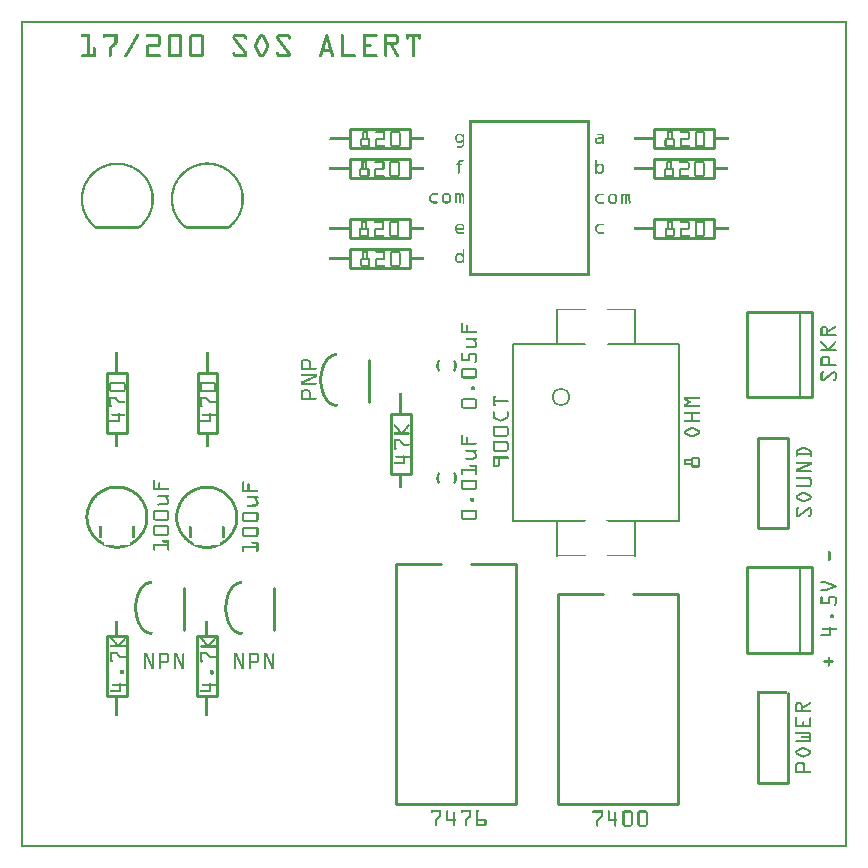
<source format=gto>
G04 MADE WITH FRITZING*
G04 WWW.FRITZING.ORG*
G04 DOUBLE SIDED*
G04 HOLES PLATED*
G04 CONTOUR ON CENTER OF CONTOUR VECTOR*
%ASAXBY*%
%FSLAX23Y23*%
%MOIN*%
%OFA0B0*%
%SFA1.0B1.0*%
%ADD10C,0.060921X0.0509212*%
%ADD11C,0.010000*%
%ADD12C,0.005000*%
%ADD13R,0.001000X0.001000*%
%LNSILK1*%
G90*
G70*
G54D10*
X1800Y1501D03*
G54D11*
X655Y1583D02*
X655Y1383D01*
D02*
X655Y1383D02*
X589Y1383D01*
D02*
X589Y1383D02*
X589Y1583D01*
D02*
X589Y1583D02*
X655Y1583D01*
D02*
X354Y1583D02*
X354Y1383D01*
D02*
X354Y1383D02*
X288Y1383D01*
D02*
X288Y1383D02*
X288Y1583D01*
D02*
X288Y1583D02*
X354Y1583D01*
G54D12*
D02*
X1642Y1678D02*
X1642Y1088D01*
D02*
X2194Y1088D02*
X2194Y1678D01*
D02*
X1788Y1680D02*
X1788Y1793D01*
D02*
X2048Y1793D02*
X2048Y1679D01*
D02*
X1788Y1087D02*
X1788Y973D01*
D02*
X2048Y973D02*
X2048Y1087D01*
G54D11*
D02*
X288Y507D02*
X288Y707D01*
D02*
X288Y707D02*
X354Y707D01*
D02*
X354Y707D02*
X354Y507D01*
D02*
X354Y507D02*
X288Y507D01*
D02*
X588Y506D02*
X588Y706D01*
D02*
X588Y706D02*
X654Y706D01*
D02*
X654Y706D02*
X654Y506D01*
D02*
X654Y506D02*
X588Y506D01*
D02*
X1301Y1446D02*
X1301Y1246D01*
D02*
X1301Y1246D02*
X1235Y1246D01*
D02*
X1235Y1246D02*
X1235Y1446D01*
D02*
X1235Y1446D02*
X1301Y1446D01*
D02*
X2420Y936D02*
X2420Y650D01*
D02*
X2420Y650D02*
X2636Y650D01*
D02*
X2636Y650D02*
X2636Y936D01*
D02*
X2636Y936D02*
X2420Y936D01*
G54D12*
D02*
X2596Y650D02*
X2596Y936D01*
G54D11*
D02*
X1790Y846D02*
X1790Y146D01*
D02*
X1790Y146D02*
X2190Y146D01*
D02*
X2190Y146D02*
X2190Y846D01*
D02*
X1790Y846D02*
X1940Y846D01*
D02*
X2040Y846D02*
X2190Y846D01*
D02*
X1250Y946D02*
X1250Y146D01*
D02*
X1250Y146D02*
X1650Y146D01*
D02*
X1650Y146D02*
X1650Y946D01*
D02*
X1250Y946D02*
X1400Y946D01*
D02*
X1500Y946D02*
X1650Y946D01*
D02*
X543Y866D02*
X543Y726D01*
D02*
X843Y866D02*
X843Y726D01*
D02*
X1160Y1626D02*
X1160Y1486D01*
D02*
X2457Y516D02*
X2457Y216D01*
D02*
X2457Y216D02*
X2557Y216D01*
D02*
X2557Y216D02*
X2557Y516D01*
D02*
X1097Y2397D02*
X1297Y2397D01*
D02*
X1297Y2397D02*
X1297Y2331D01*
D02*
X1297Y2331D02*
X1097Y2331D01*
D02*
X1097Y2331D02*
X1097Y2397D01*
D02*
X1097Y2297D02*
X1297Y2297D01*
D02*
X1297Y2297D02*
X1297Y2231D01*
D02*
X1297Y2231D02*
X1097Y2231D01*
D02*
X1097Y2231D02*
X1097Y2297D01*
D02*
X1097Y2097D02*
X1297Y2097D01*
D02*
X1297Y2097D02*
X1297Y2031D01*
D02*
X1297Y2031D02*
X1097Y2031D01*
D02*
X1097Y2031D02*
X1097Y2097D01*
D02*
X1097Y1997D02*
X1297Y1997D01*
D02*
X1297Y1997D02*
X1297Y1931D01*
D02*
X1297Y1931D02*
X1097Y1931D01*
D02*
X1097Y1931D02*
X1097Y1997D01*
D02*
X2112Y2097D02*
X2312Y2097D01*
D02*
X2312Y2097D02*
X2312Y2031D01*
D02*
X2312Y2031D02*
X2112Y2031D01*
D02*
X2112Y2031D02*
X2112Y2097D01*
D02*
X2112Y2297D02*
X2312Y2297D01*
D02*
X2312Y2297D02*
X2312Y2231D01*
D02*
X2312Y2231D02*
X2112Y2231D01*
D02*
X2112Y2231D02*
X2112Y2297D01*
D02*
X2112Y2397D02*
X2312Y2397D01*
D02*
X2312Y2397D02*
X2312Y2331D01*
D02*
X2312Y2331D02*
X2112Y2331D01*
D02*
X2112Y2331D02*
X2112Y2397D01*
D02*
X2420Y1786D02*
X2420Y1501D01*
D02*
X2420Y1501D02*
X2636Y1501D01*
D02*
X2636Y1501D02*
X2636Y1786D01*
D02*
X2636Y1786D02*
X2420Y1786D01*
G54D12*
D02*
X2596Y1501D02*
X2596Y1786D01*
G54D11*
D02*
X2458Y1366D02*
X2458Y1066D01*
D02*
X2458Y1066D02*
X2558Y1066D01*
D02*
X2558Y1066D02*
X2558Y1366D01*
D02*
X2558Y1366D02*
X2458Y1366D01*
G54D13*
X0Y2756D02*
X2754Y2756D01*
X0Y2755D02*
X2754Y2755D01*
X0Y2754D02*
X2754Y2754D01*
X0Y2753D02*
X2754Y2753D01*
X0Y2752D02*
X2754Y2752D01*
X0Y2751D02*
X2754Y2751D01*
X0Y2750D02*
X2754Y2750D01*
X0Y2749D02*
X2754Y2749D01*
X0Y2748D02*
X7Y2748D01*
X2747Y2748D02*
X2754Y2748D01*
X0Y2747D02*
X7Y2747D01*
X2747Y2747D02*
X2754Y2747D01*
X0Y2746D02*
X7Y2746D01*
X2747Y2746D02*
X2754Y2746D01*
X0Y2745D02*
X7Y2745D01*
X2747Y2745D02*
X2754Y2745D01*
X0Y2744D02*
X7Y2744D01*
X2747Y2744D02*
X2754Y2744D01*
X0Y2743D02*
X7Y2743D01*
X2747Y2743D02*
X2754Y2743D01*
X0Y2742D02*
X7Y2742D01*
X2747Y2742D02*
X2754Y2742D01*
X0Y2741D02*
X7Y2741D01*
X2747Y2741D02*
X2754Y2741D01*
X0Y2740D02*
X7Y2740D01*
X2747Y2740D02*
X2754Y2740D01*
X0Y2739D02*
X7Y2739D01*
X2747Y2739D02*
X2754Y2739D01*
X0Y2738D02*
X7Y2738D01*
X2747Y2738D02*
X2754Y2738D01*
X0Y2737D02*
X7Y2737D01*
X2747Y2737D02*
X2754Y2737D01*
X0Y2736D02*
X7Y2736D01*
X2747Y2736D02*
X2754Y2736D01*
X0Y2735D02*
X7Y2735D01*
X2747Y2735D02*
X2754Y2735D01*
X0Y2734D02*
X7Y2734D01*
X2747Y2734D02*
X2754Y2734D01*
X0Y2733D02*
X7Y2733D01*
X2747Y2733D02*
X2754Y2733D01*
X0Y2732D02*
X7Y2732D01*
X2747Y2732D02*
X2754Y2732D01*
X0Y2731D02*
X7Y2731D01*
X2747Y2731D02*
X2754Y2731D01*
X0Y2730D02*
X7Y2730D01*
X2747Y2730D02*
X2754Y2730D01*
X0Y2729D02*
X7Y2729D01*
X2747Y2729D02*
X2754Y2729D01*
X0Y2728D02*
X7Y2728D01*
X2747Y2728D02*
X2754Y2728D01*
X0Y2727D02*
X7Y2727D01*
X2747Y2727D02*
X2754Y2727D01*
X0Y2726D02*
X7Y2726D01*
X2747Y2726D02*
X2754Y2726D01*
X0Y2725D02*
X7Y2725D01*
X2747Y2725D02*
X2754Y2725D01*
X0Y2724D02*
X7Y2724D01*
X2747Y2724D02*
X2754Y2724D01*
X0Y2723D02*
X7Y2723D01*
X2747Y2723D02*
X2754Y2723D01*
X0Y2722D02*
X7Y2722D01*
X2747Y2722D02*
X2754Y2722D01*
X0Y2721D02*
X7Y2721D01*
X2747Y2721D02*
X2754Y2721D01*
X0Y2720D02*
X7Y2720D01*
X2747Y2720D02*
X2754Y2720D01*
X0Y2719D02*
X7Y2719D01*
X2747Y2719D02*
X2754Y2719D01*
X0Y2718D02*
X7Y2718D01*
X2747Y2718D02*
X2754Y2718D01*
X0Y2717D02*
X7Y2717D01*
X2747Y2717D02*
X2754Y2717D01*
X0Y2716D02*
X7Y2716D01*
X2747Y2716D02*
X2754Y2716D01*
X0Y2715D02*
X7Y2715D01*
X2747Y2715D02*
X2754Y2715D01*
X0Y2714D02*
X7Y2714D01*
X2747Y2714D02*
X2754Y2714D01*
X0Y2713D02*
X7Y2713D01*
X2747Y2713D02*
X2754Y2713D01*
X0Y2712D02*
X7Y2712D01*
X204Y2712D02*
X229Y2712D01*
X276Y2712D02*
X321Y2712D01*
X388Y2712D02*
X390Y2712D01*
X421Y2712D02*
X458Y2712D01*
X497Y2712D02*
X531Y2712D01*
X570Y2712D02*
X603Y2712D01*
X715Y2712D02*
X744Y2712D01*
X801Y2712D02*
X805Y2712D01*
X860Y2712D02*
X889Y2712D01*
X1019Y2712D02*
X1021Y2712D01*
X1071Y2712D02*
X1073Y2712D01*
X1140Y2712D02*
X1185Y2712D01*
X1212Y2712D02*
X1249Y2712D01*
X1285Y2712D02*
X1333Y2712D01*
X2747Y2712D02*
X2754Y2712D01*
X0Y2711D02*
X7Y2711D01*
X202Y2711D02*
X229Y2711D01*
X274Y2711D02*
X322Y2711D01*
X386Y2711D02*
X392Y2711D01*
X419Y2711D02*
X461Y2711D01*
X495Y2711D02*
X533Y2711D01*
X567Y2711D02*
X605Y2711D01*
X712Y2711D02*
X747Y2711D01*
X798Y2711D02*
X808Y2711D01*
X857Y2711D02*
X892Y2711D01*
X1017Y2711D02*
X1023Y2711D01*
X1069Y2711D02*
X1075Y2711D01*
X1140Y2711D02*
X1187Y2711D01*
X1212Y2711D02*
X1252Y2711D01*
X1285Y2711D02*
X1333Y2711D01*
X2747Y2711D02*
X2754Y2711D01*
X0Y2710D02*
X7Y2710D01*
X201Y2710D02*
X229Y2710D01*
X274Y2710D02*
X322Y2710D01*
X385Y2710D02*
X393Y2710D01*
X418Y2710D02*
X462Y2710D01*
X493Y2710D02*
X534Y2710D01*
X566Y2710D02*
X607Y2710D01*
X711Y2710D02*
X749Y2710D01*
X796Y2710D02*
X810Y2710D01*
X855Y2710D02*
X894Y2710D01*
X1016Y2710D02*
X1024Y2710D01*
X1069Y2710D02*
X1076Y2710D01*
X1140Y2710D02*
X1188Y2710D01*
X1212Y2710D02*
X1254Y2710D01*
X1285Y2710D02*
X1333Y2710D01*
X2747Y2710D02*
X2754Y2710D01*
X0Y2709D02*
X7Y2709D01*
X201Y2709D02*
X229Y2709D01*
X273Y2709D02*
X322Y2709D01*
X385Y2709D02*
X393Y2709D01*
X418Y2709D02*
X463Y2709D01*
X492Y2709D02*
X536Y2709D01*
X565Y2709D02*
X608Y2709D01*
X710Y2709D02*
X750Y2709D01*
X795Y2709D02*
X811Y2709D01*
X854Y2709D02*
X895Y2709D01*
X1016Y2709D02*
X1024Y2709D01*
X1068Y2709D02*
X1076Y2709D01*
X1140Y2709D02*
X1188Y2709D01*
X1212Y2709D02*
X1255Y2709D01*
X1285Y2709D02*
X1333Y2709D01*
X2747Y2709D02*
X2754Y2709D01*
X0Y2708D02*
X7Y2708D01*
X201Y2708D02*
X229Y2708D01*
X273Y2708D02*
X322Y2708D01*
X384Y2708D02*
X394Y2708D01*
X417Y2708D02*
X464Y2708D01*
X491Y2708D02*
X536Y2708D01*
X564Y2708D02*
X609Y2708D01*
X709Y2708D02*
X751Y2708D01*
X794Y2708D02*
X812Y2708D01*
X853Y2708D02*
X896Y2708D01*
X1015Y2708D02*
X1024Y2708D01*
X1068Y2708D02*
X1077Y2708D01*
X1140Y2708D02*
X1189Y2708D01*
X1212Y2708D02*
X1256Y2708D01*
X1285Y2708D02*
X1333Y2708D01*
X2747Y2708D02*
X2754Y2708D01*
X0Y2707D02*
X7Y2707D01*
X201Y2707D02*
X229Y2707D01*
X273Y2707D02*
X322Y2707D01*
X384Y2707D02*
X394Y2707D01*
X417Y2707D02*
X465Y2707D01*
X491Y2707D02*
X537Y2707D01*
X563Y2707D02*
X609Y2707D01*
X708Y2707D02*
X752Y2707D01*
X793Y2707D02*
X813Y2707D01*
X853Y2707D02*
X897Y2707D01*
X1015Y2707D02*
X1025Y2707D01*
X1068Y2707D02*
X1077Y2707D01*
X1140Y2707D02*
X1189Y2707D01*
X1212Y2707D02*
X1257Y2707D01*
X1285Y2707D02*
X1333Y2707D01*
X2747Y2707D02*
X2754Y2707D01*
X0Y2706D02*
X7Y2706D01*
X201Y2706D02*
X229Y2706D01*
X273Y2706D02*
X322Y2706D01*
X383Y2706D02*
X394Y2706D01*
X417Y2706D02*
X465Y2706D01*
X490Y2706D02*
X538Y2706D01*
X563Y2706D02*
X610Y2706D01*
X708Y2706D02*
X753Y2706D01*
X792Y2706D02*
X814Y2706D01*
X852Y2706D02*
X898Y2706D01*
X1015Y2706D02*
X1025Y2706D01*
X1068Y2706D02*
X1077Y2706D01*
X1140Y2706D02*
X1189Y2706D01*
X1212Y2706D02*
X1258Y2706D01*
X1285Y2706D02*
X1333Y2706D01*
X2747Y2706D02*
X2754Y2706D01*
X0Y2705D02*
X7Y2705D01*
X201Y2705D02*
X229Y2705D01*
X273Y2705D02*
X322Y2705D01*
X382Y2705D02*
X393Y2705D01*
X418Y2705D02*
X466Y2705D01*
X490Y2705D02*
X538Y2705D01*
X562Y2705D02*
X610Y2705D01*
X707Y2705D02*
X754Y2705D01*
X792Y2705D02*
X814Y2705D01*
X852Y2705D02*
X898Y2705D01*
X1014Y2705D02*
X1025Y2705D01*
X1068Y2705D02*
X1077Y2705D01*
X1140Y2705D02*
X1188Y2705D01*
X1212Y2705D02*
X1259Y2705D01*
X1285Y2705D02*
X1333Y2705D01*
X2747Y2705D02*
X2754Y2705D01*
X0Y2704D02*
X7Y2704D01*
X202Y2704D02*
X229Y2704D01*
X273Y2704D02*
X322Y2704D01*
X382Y2704D02*
X393Y2704D01*
X419Y2704D02*
X466Y2704D01*
X490Y2704D02*
X538Y2704D01*
X562Y2704D02*
X610Y2704D01*
X707Y2704D02*
X754Y2704D01*
X791Y2704D02*
X815Y2704D01*
X851Y2704D02*
X899Y2704D01*
X1014Y2704D02*
X1026Y2704D01*
X1068Y2704D02*
X1077Y2704D01*
X1140Y2704D02*
X1187Y2704D01*
X1212Y2704D02*
X1259Y2704D01*
X1285Y2704D02*
X1333Y2704D01*
X2747Y2704D02*
X2754Y2704D01*
X0Y2703D02*
X7Y2703D01*
X203Y2703D02*
X229Y2703D01*
X273Y2703D02*
X322Y2703D01*
X381Y2703D02*
X392Y2703D01*
X420Y2703D02*
X466Y2703D01*
X490Y2703D02*
X538Y2703D01*
X562Y2703D02*
X611Y2703D01*
X707Y2703D02*
X754Y2703D01*
X791Y2703D02*
X815Y2703D01*
X851Y2703D02*
X899Y2703D01*
X1014Y2703D02*
X1026Y2703D01*
X1068Y2703D02*
X1077Y2703D01*
X1140Y2703D02*
X1186Y2703D01*
X1212Y2703D02*
X1260Y2703D01*
X1285Y2703D02*
X1333Y2703D01*
X2747Y2703D02*
X2754Y2703D01*
X0Y2702D02*
X7Y2702D01*
X220Y2702D02*
X229Y2702D01*
X273Y2702D02*
X282Y2702D01*
X312Y2702D02*
X322Y2702D01*
X381Y2702D02*
X392Y2702D01*
X457Y2702D02*
X466Y2702D01*
X490Y2702D02*
X499Y2702D01*
X529Y2702D02*
X538Y2702D01*
X562Y2702D02*
X571Y2702D01*
X601Y2702D02*
X611Y2702D01*
X706Y2702D02*
X716Y2702D01*
X744Y2702D02*
X755Y2702D01*
X790Y2702D02*
X801Y2702D01*
X804Y2702D02*
X816Y2702D01*
X851Y2702D02*
X861Y2702D01*
X888Y2702D02*
X899Y2702D01*
X1013Y2702D02*
X1026Y2702D01*
X1068Y2702D02*
X1077Y2702D01*
X1140Y2702D02*
X1149Y2702D01*
X1212Y2702D02*
X1222Y2702D01*
X1248Y2702D02*
X1260Y2702D01*
X1285Y2702D02*
X1294Y2702D01*
X1304Y2702D02*
X1314Y2702D01*
X1324Y2702D02*
X1333Y2702D01*
X2747Y2702D02*
X2754Y2702D01*
X0Y2701D02*
X7Y2701D01*
X220Y2701D02*
X229Y2701D01*
X273Y2701D02*
X281Y2701D01*
X312Y2701D02*
X322Y2701D01*
X380Y2701D02*
X391Y2701D01*
X457Y2701D02*
X466Y2701D01*
X490Y2701D02*
X499Y2701D01*
X529Y2701D02*
X538Y2701D01*
X562Y2701D02*
X571Y2701D01*
X601Y2701D02*
X611Y2701D01*
X706Y2701D02*
X715Y2701D01*
X745Y2701D02*
X755Y2701D01*
X790Y2701D02*
X800Y2701D01*
X806Y2701D02*
X816Y2701D01*
X851Y2701D02*
X860Y2701D01*
X890Y2701D02*
X899Y2701D01*
X1013Y2701D02*
X1026Y2701D01*
X1068Y2701D02*
X1077Y2701D01*
X1140Y2701D02*
X1149Y2701D01*
X1212Y2701D02*
X1221Y2701D01*
X1250Y2701D02*
X1261Y2701D01*
X1285Y2701D02*
X1294Y2701D01*
X1304Y2701D02*
X1313Y2701D01*
X1324Y2701D02*
X1333Y2701D01*
X2747Y2701D02*
X2754Y2701D01*
X0Y2700D02*
X7Y2700D01*
X220Y2700D02*
X229Y2700D01*
X274Y2700D02*
X281Y2700D01*
X312Y2700D02*
X322Y2700D01*
X380Y2700D02*
X390Y2700D01*
X457Y2700D02*
X466Y2700D01*
X490Y2700D02*
X499Y2700D01*
X529Y2700D02*
X538Y2700D01*
X562Y2700D02*
X571Y2700D01*
X601Y2700D02*
X611Y2700D01*
X706Y2700D02*
X716Y2700D01*
X746Y2700D02*
X755Y2700D01*
X789Y2700D02*
X800Y2700D01*
X806Y2700D02*
X817Y2700D01*
X851Y2700D02*
X860Y2700D01*
X890Y2700D02*
X900Y2700D01*
X1013Y2700D02*
X1027Y2700D01*
X1068Y2700D02*
X1077Y2700D01*
X1140Y2700D02*
X1149Y2700D01*
X1212Y2700D02*
X1221Y2700D01*
X1251Y2700D02*
X1261Y2700D01*
X1285Y2700D02*
X1294Y2700D01*
X1304Y2700D02*
X1313Y2700D01*
X1324Y2700D02*
X1333Y2700D01*
X2747Y2700D02*
X2754Y2700D01*
X0Y2699D02*
X7Y2699D01*
X220Y2699D02*
X229Y2699D01*
X275Y2699D02*
X280Y2699D01*
X312Y2699D02*
X322Y2699D01*
X379Y2699D02*
X390Y2699D01*
X457Y2699D02*
X466Y2699D01*
X490Y2699D02*
X499Y2699D01*
X529Y2699D02*
X538Y2699D01*
X562Y2699D02*
X571Y2699D01*
X601Y2699D02*
X611Y2699D01*
X707Y2699D02*
X717Y2699D01*
X746Y2699D02*
X755Y2699D01*
X789Y2699D02*
X799Y2699D01*
X807Y2699D02*
X817Y2699D01*
X851Y2699D02*
X861Y2699D01*
X891Y2699D02*
X900Y2699D01*
X1013Y2699D02*
X1027Y2699D01*
X1068Y2699D02*
X1077Y2699D01*
X1140Y2699D02*
X1149Y2699D01*
X1212Y2699D02*
X1221Y2699D01*
X1252Y2699D02*
X1261Y2699D01*
X1285Y2699D02*
X1294Y2699D01*
X1304Y2699D02*
X1313Y2699D01*
X1324Y2699D02*
X1333Y2699D01*
X2747Y2699D02*
X2754Y2699D01*
X0Y2698D02*
X7Y2698D01*
X220Y2698D02*
X229Y2698D01*
X312Y2698D02*
X322Y2698D01*
X378Y2698D02*
X389Y2698D01*
X457Y2698D02*
X466Y2698D01*
X490Y2698D02*
X499Y2698D01*
X529Y2698D02*
X538Y2698D01*
X562Y2698D02*
X571Y2698D01*
X601Y2698D02*
X611Y2698D01*
X707Y2698D02*
X717Y2698D01*
X746Y2698D02*
X755Y2698D01*
X788Y2698D02*
X799Y2698D01*
X807Y2698D02*
X818Y2698D01*
X851Y2698D02*
X862Y2698D01*
X891Y2698D02*
X900Y2698D01*
X1012Y2698D02*
X1027Y2698D01*
X1068Y2698D02*
X1077Y2698D01*
X1140Y2698D02*
X1149Y2698D01*
X1212Y2698D02*
X1221Y2698D01*
X1252Y2698D02*
X1261Y2698D01*
X1285Y2698D02*
X1294Y2698D01*
X1304Y2698D02*
X1313Y2698D01*
X1324Y2698D02*
X1333Y2698D01*
X2747Y2698D02*
X2754Y2698D01*
X0Y2697D02*
X7Y2697D01*
X220Y2697D02*
X229Y2697D01*
X312Y2697D02*
X322Y2697D01*
X378Y2697D02*
X389Y2697D01*
X457Y2697D02*
X466Y2697D01*
X490Y2697D02*
X499Y2697D01*
X529Y2697D02*
X538Y2697D01*
X562Y2697D02*
X571Y2697D01*
X601Y2697D02*
X611Y2697D01*
X707Y2697D02*
X718Y2697D01*
X746Y2697D02*
X755Y2697D01*
X788Y2697D02*
X798Y2697D01*
X808Y2697D02*
X818Y2697D01*
X852Y2697D02*
X863Y2697D01*
X891Y2697D02*
X899Y2697D01*
X1012Y2697D02*
X1028Y2697D01*
X1068Y2697D02*
X1077Y2697D01*
X1140Y2697D02*
X1149Y2697D01*
X1212Y2697D02*
X1221Y2697D01*
X1252Y2697D02*
X1261Y2697D01*
X1285Y2697D02*
X1293Y2697D01*
X1304Y2697D02*
X1313Y2697D01*
X1325Y2697D02*
X1333Y2697D01*
X2747Y2697D02*
X2754Y2697D01*
X0Y2696D02*
X7Y2696D01*
X220Y2696D02*
X229Y2696D01*
X312Y2696D02*
X322Y2696D01*
X377Y2696D02*
X388Y2696D01*
X457Y2696D02*
X466Y2696D01*
X490Y2696D02*
X499Y2696D01*
X529Y2696D02*
X538Y2696D01*
X562Y2696D02*
X571Y2696D01*
X601Y2696D02*
X611Y2696D01*
X707Y2696D02*
X719Y2696D01*
X747Y2696D02*
X754Y2696D01*
X787Y2696D02*
X798Y2696D01*
X808Y2696D02*
X819Y2696D01*
X852Y2696D02*
X864Y2696D01*
X892Y2696D02*
X899Y2696D01*
X1012Y2696D02*
X1028Y2696D01*
X1068Y2696D02*
X1077Y2696D01*
X1140Y2696D02*
X1149Y2696D01*
X1212Y2696D02*
X1221Y2696D01*
X1252Y2696D02*
X1261Y2696D01*
X1285Y2696D02*
X1293Y2696D01*
X1304Y2696D02*
X1313Y2696D01*
X1325Y2696D02*
X1332Y2696D01*
X2747Y2696D02*
X2754Y2696D01*
X0Y2695D02*
X7Y2695D01*
X220Y2695D02*
X229Y2695D01*
X312Y2695D02*
X322Y2695D01*
X377Y2695D02*
X387Y2695D01*
X457Y2695D02*
X466Y2695D01*
X490Y2695D02*
X499Y2695D01*
X529Y2695D02*
X538Y2695D01*
X562Y2695D02*
X571Y2695D01*
X601Y2695D02*
X611Y2695D01*
X708Y2695D02*
X720Y2695D01*
X748Y2695D02*
X753Y2695D01*
X787Y2695D02*
X797Y2695D01*
X809Y2695D02*
X819Y2695D01*
X853Y2695D02*
X864Y2695D01*
X892Y2695D02*
X898Y2695D01*
X1011Y2695D02*
X1028Y2695D01*
X1068Y2695D02*
X1077Y2695D01*
X1140Y2695D02*
X1149Y2695D01*
X1212Y2695D02*
X1221Y2695D01*
X1252Y2695D02*
X1261Y2695D01*
X1286Y2695D02*
X1292Y2695D01*
X1304Y2695D02*
X1313Y2695D01*
X1326Y2695D02*
X1332Y2695D01*
X2747Y2695D02*
X2754Y2695D01*
X0Y2694D02*
X7Y2694D01*
X220Y2694D02*
X229Y2694D01*
X312Y2694D02*
X322Y2694D01*
X376Y2694D02*
X387Y2694D01*
X457Y2694D02*
X466Y2694D01*
X490Y2694D02*
X499Y2694D01*
X529Y2694D02*
X538Y2694D01*
X562Y2694D02*
X571Y2694D01*
X601Y2694D02*
X611Y2694D01*
X709Y2694D02*
X721Y2694D01*
X750Y2694D02*
X752Y2694D01*
X786Y2694D02*
X797Y2694D01*
X809Y2694D02*
X820Y2694D01*
X853Y2694D02*
X865Y2694D01*
X894Y2694D02*
X896Y2694D01*
X1011Y2694D02*
X1028Y2694D01*
X1068Y2694D02*
X1077Y2694D01*
X1140Y2694D02*
X1149Y2694D01*
X1212Y2694D02*
X1221Y2694D01*
X1252Y2694D02*
X1261Y2694D01*
X1288Y2694D02*
X1290Y2694D01*
X1304Y2694D02*
X1313Y2694D01*
X1328Y2694D02*
X1330Y2694D01*
X2747Y2694D02*
X2754Y2694D01*
X0Y2693D02*
X7Y2693D01*
X220Y2693D02*
X229Y2693D01*
X312Y2693D02*
X322Y2693D01*
X375Y2693D02*
X386Y2693D01*
X457Y2693D02*
X466Y2693D01*
X490Y2693D02*
X499Y2693D01*
X529Y2693D02*
X538Y2693D01*
X562Y2693D02*
X571Y2693D01*
X601Y2693D02*
X611Y2693D01*
X709Y2693D02*
X721Y2693D01*
X786Y2693D02*
X796Y2693D01*
X810Y2693D02*
X820Y2693D01*
X854Y2693D02*
X866Y2693D01*
X1011Y2693D02*
X1029Y2693D01*
X1068Y2693D02*
X1077Y2693D01*
X1140Y2693D02*
X1149Y2693D01*
X1212Y2693D02*
X1221Y2693D01*
X1252Y2693D02*
X1261Y2693D01*
X1304Y2693D02*
X1313Y2693D01*
X2747Y2693D02*
X2754Y2693D01*
X0Y2692D02*
X7Y2692D01*
X220Y2692D02*
X229Y2692D01*
X312Y2692D02*
X322Y2692D01*
X375Y2692D02*
X386Y2692D01*
X457Y2692D02*
X466Y2692D01*
X490Y2692D02*
X499Y2692D01*
X529Y2692D02*
X538Y2692D01*
X562Y2692D02*
X571Y2692D01*
X601Y2692D02*
X611Y2692D01*
X710Y2692D02*
X722Y2692D01*
X785Y2692D02*
X796Y2692D01*
X810Y2692D02*
X821Y2692D01*
X855Y2692D02*
X867Y2692D01*
X1011Y2692D02*
X1029Y2692D01*
X1068Y2692D02*
X1077Y2692D01*
X1140Y2692D02*
X1149Y2692D01*
X1212Y2692D02*
X1221Y2692D01*
X1252Y2692D02*
X1261Y2692D01*
X1304Y2692D02*
X1313Y2692D01*
X2747Y2692D02*
X2754Y2692D01*
X0Y2691D02*
X7Y2691D01*
X220Y2691D02*
X229Y2691D01*
X312Y2691D02*
X322Y2691D01*
X374Y2691D02*
X385Y2691D01*
X457Y2691D02*
X466Y2691D01*
X490Y2691D02*
X499Y2691D01*
X529Y2691D02*
X538Y2691D01*
X562Y2691D02*
X571Y2691D01*
X601Y2691D02*
X611Y2691D01*
X711Y2691D02*
X723Y2691D01*
X785Y2691D02*
X795Y2691D01*
X811Y2691D02*
X821Y2691D01*
X855Y2691D02*
X867Y2691D01*
X1010Y2691D02*
X1029Y2691D01*
X1068Y2691D02*
X1077Y2691D01*
X1140Y2691D02*
X1149Y2691D01*
X1212Y2691D02*
X1221Y2691D01*
X1252Y2691D02*
X1261Y2691D01*
X1304Y2691D02*
X1313Y2691D01*
X2747Y2691D02*
X2754Y2691D01*
X0Y2690D02*
X7Y2690D01*
X220Y2690D02*
X229Y2690D01*
X312Y2690D02*
X322Y2690D01*
X374Y2690D02*
X384Y2690D01*
X457Y2690D02*
X466Y2690D01*
X490Y2690D02*
X499Y2690D01*
X529Y2690D02*
X538Y2690D01*
X562Y2690D02*
X571Y2690D01*
X601Y2690D02*
X611Y2690D01*
X712Y2690D02*
X724Y2690D01*
X784Y2690D02*
X795Y2690D01*
X811Y2690D02*
X822Y2690D01*
X856Y2690D02*
X868Y2690D01*
X1010Y2690D02*
X1030Y2690D01*
X1068Y2690D02*
X1077Y2690D01*
X1140Y2690D02*
X1149Y2690D01*
X1212Y2690D02*
X1221Y2690D01*
X1252Y2690D02*
X1261Y2690D01*
X1304Y2690D02*
X1313Y2690D01*
X2747Y2690D02*
X2754Y2690D01*
X0Y2689D02*
X7Y2689D01*
X220Y2689D02*
X229Y2689D01*
X312Y2689D02*
X322Y2689D01*
X373Y2689D02*
X384Y2689D01*
X457Y2689D02*
X466Y2689D01*
X490Y2689D02*
X499Y2689D01*
X529Y2689D02*
X538Y2689D01*
X562Y2689D02*
X571Y2689D01*
X601Y2689D02*
X611Y2689D01*
X712Y2689D02*
X724Y2689D01*
X784Y2689D02*
X794Y2689D01*
X812Y2689D02*
X822Y2689D01*
X857Y2689D02*
X869Y2689D01*
X1010Y2689D02*
X1030Y2689D01*
X1068Y2689D02*
X1077Y2689D01*
X1140Y2689D02*
X1149Y2689D01*
X1212Y2689D02*
X1221Y2689D01*
X1251Y2689D02*
X1261Y2689D01*
X1304Y2689D02*
X1313Y2689D01*
X2747Y2689D02*
X2754Y2689D01*
X0Y2688D02*
X7Y2688D01*
X220Y2688D02*
X229Y2688D01*
X312Y2688D02*
X322Y2688D01*
X373Y2688D02*
X383Y2688D01*
X457Y2688D02*
X466Y2688D01*
X490Y2688D02*
X499Y2688D01*
X529Y2688D02*
X538Y2688D01*
X562Y2688D02*
X571Y2688D01*
X601Y2688D02*
X611Y2688D01*
X713Y2688D02*
X725Y2688D01*
X783Y2688D02*
X794Y2688D01*
X812Y2688D02*
X823Y2688D01*
X858Y2688D02*
X870Y2688D01*
X1009Y2688D02*
X1019Y2688D01*
X1021Y2688D02*
X1030Y2688D01*
X1068Y2688D02*
X1077Y2688D01*
X1140Y2688D02*
X1149Y2688D01*
X1212Y2688D02*
X1221Y2688D01*
X1250Y2688D02*
X1260Y2688D01*
X1304Y2688D02*
X1313Y2688D01*
X2747Y2688D02*
X2754Y2688D01*
X0Y2687D02*
X7Y2687D01*
X220Y2687D02*
X229Y2687D01*
X312Y2687D02*
X322Y2687D01*
X372Y2687D02*
X383Y2687D01*
X457Y2687D02*
X466Y2687D01*
X490Y2687D02*
X499Y2687D01*
X529Y2687D02*
X538Y2687D01*
X562Y2687D02*
X571Y2687D01*
X601Y2687D02*
X611Y2687D01*
X714Y2687D02*
X726Y2687D01*
X783Y2687D02*
X793Y2687D01*
X813Y2687D02*
X823Y2687D01*
X859Y2687D02*
X870Y2687D01*
X1009Y2687D02*
X1019Y2687D01*
X1021Y2687D02*
X1030Y2687D01*
X1068Y2687D02*
X1077Y2687D01*
X1140Y2687D02*
X1149Y2687D01*
X1212Y2687D02*
X1222Y2687D01*
X1248Y2687D02*
X1260Y2687D01*
X1304Y2687D02*
X1313Y2687D01*
X2747Y2687D02*
X2754Y2687D01*
X0Y2686D02*
X7Y2686D01*
X220Y2686D02*
X229Y2686D01*
X312Y2686D02*
X322Y2686D01*
X371Y2686D02*
X382Y2686D01*
X457Y2686D02*
X466Y2686D01*
X490Y2686D02*
X499Y2686D01*
X529Y2686D02*
X538Y2686D01*
X562Y2686D02*
X571Y2686D01*
X601Y2686D02*
X611Y2686D01*
X715Y2686D02*
X727Y2686D01*
X782Y2686D02*
X793Y2686D01*
X813Y2686D02*
X824Y2686D01*
X859Y2686D02*
X871Y2686D01*
X1009Y2686D02*
X1018Y2686D01*
X1021Y2686D02*
X1031Y2686D01*
X1068Y2686D02*
X1077Y2686D01*
X1140Y2686D02*
X1149Y2686D01*
X1212Y2686D02*
X1260Y2686D01*
X1304Y2686D02*
X1313Y2686D01*
X2747Y2686D02*
X2754Y2686D01*
X0Y2685D02*
X7Y2685D01*
X220Y2685D02*
X229Y2685D01*
X312Y2685D02*
X322Y2685D01*
X371Y2685D02*
X382Y2685D01*
X457Y2685D02*
X466Y2685D01*
X490Y2685D02*
X499Y2685D01*
X529Y2685D02*
X538Y2685D01*
X562Y2685D02*
X571Y2685D01*
X601Y2685D02*
X611Y2685D01*
X716Y2685D02*
X728Y2685D01*
X782Y2685D02*
X792Y2685D01*
X814Y2685D02*
X824Y2685D01*
X860Y2685D02*
X872Y2685D01*
X1008Y2685D02*
X1018Y2685D01*
X1021Y2685D02*
X1031Y2685D01*
X1068Y2685D02*
X1077Y2685D01*
X1140Y2685D02*
X1149Y2685D01*
X1212Y2685D02*
X1259Y2685D01*
X1304Y2685D02*
X1313Y2685D01*
X2747Y2685D02*
X2754Y2685D01*
X0Y2684D02*
X7Y2684D01*
X220Y2684D02*
X229Y2684D01*
X312Y2684D02*
X322Y2684D01*
X370Y2684D02*
X381Y2684D01*
X457Y2684D02*
X466Y2684D01*
X490Y2684D02*
X499Y2684D01*
X529Y2684D02*
X538Y2684D01*
X562Y2684D02*
X571Y2684D01*
X601Y2684D02*
X611Y2684D01*
X716Y2684D02*
X728Y2684D01*
X781Y2684D02*
X792Y2684D01*
X814Y2684D02*
X825Y2684D01*
X861Y2684D02*
X873Y2684D01*
X1008Y2684D02*
X1018Y2684D01*
X1022Y2684D02*
X1031Y2684D01*
X1068Y2684D02*
X1077Y2684D01*
X1140Y2684D02*
X1149Y2684D01*
X1212Y2684D02*
X1259Y2684D01*
X1304Y2684D02*
X1313Y2684D01*
X2747Y2684D02*
X2754Y2684D01*
X0Y2683D02*
X7Y2683D01*
X220Y2683D02*
X229Y2683D01*
X311Y2683D02*
X322Y2683D01*
X370Y2683D02*
X380Y2683D01*
X457Y2683D02*
X466Y2683D01*
X490Y2683D02*
X499Y2683D01*
X529Y2683D02*
X538Y2683D01*
X562Y2683D02*
X571Y2683D01*
X601Y2683D02*
X611Y2683D01*
X717Y2683D02*
X729Y2683D01*
X781Y2683D02*
X791Y2683D01*
X815Y2683D02*
X825Y2683D01*
X862Y2683D02*
X874Y2683D01*
X1008Y2683D02*
X1017Y2683D01*
X1022Y2683D02*
X1032Y2683D01*
X1068Y2683D02*
X1077Y2683D01*
X1140Y2683D02*
X1149Y2683D01*
X1212Y2683D02*
X1258Y2683D01*
X1304Y2683D02*
X1313Y2683D01*
X2747Y2683D02*
X2754Y2683D01*
X0Y2682D02*
X7Y2682D01*
X220Y2682D02*
X229Y2682D01*
X310Y2682D02*
X322Y2682D01*
X369Y2682D02*
X380Y2682D01*
X457Y2682D02*
X466Y2682D01*
X490Y2682D02*
X499Y2682D01*
X529Y2682D02*
X538Y2682D01*
X562Y2682D02*
X571Y2682D01*
X601Y2682D02*
X611Y2682D01*
X718Y2682D02*
X730Y2682D01*
X780Y2682D02*
X791Y2682D01*
X815Y2682D02*
X826Y2682D01*
X862Y2682D02*
X874Y2682D01*
X1008Y2682D02*
X1017Y2682D01*
X1022Y2682D02*
X1032Y2682D01*
X1068Y2682D02*
X1077Y2682D01*
X1140Y2682D02*
X1149Y2682D01*
X1212Y2682D02*
X1257Y2682D01*
X1304Y2682D02*
X1313Y2682D01*
X2747Y2682D02*
X2754Y2682D01*
X0Y2681D02*
X7Y2681D01*
X220Y2681D02*
X229Y2681D01*
X309Y2681D02*
X321Y2681D01*
X368Y2681D02*
X379Y2681D01*
X457Y2681D02*
X466Y2681D01*
X490Y2681D02*
X499Y2681D01*
X529Y2681D02*
X538Y2681D01*
X562Y2681D02*
X571Y2681D01*
X601Y2681D02*
X611Y2681D01*
X719Y2681D02*
X731Y2681D01*
X780Y2681D02*
X790Y2681D01*
X816Y2681D02*
X826Y2681D01*
X863Y2681D02*
X875Y2681D01*
X1007Y2681D02*
X1017Y2681D01*
X1023Y2681D02*
X1032Y2681D01*
X1068Y2681D02*
X1077Y2681D01*
X1140Y2681D02*
X1149Y2681D01*
X1212Y2681D02*
X1256Y2681D01*
X1304Y2681D02*
X1313Y2681D01*
X2747Y2681D02*
X2754Y2681D01*
X0Y2680D02*
X7Y2680D01*
X220Y2680D02*
X229Y2680D01*
X308Y2680D02*
X321Y2680D01*
X368Y2680D02*
X379Y2680D01*
X457Y2680D02*
X466Y2680D01*
X490Y2680D02*
X499Y2680D01*
X529Y2680D02*
X538Y2680D01*
X562Y2680D02*
X571Y2680D01*
X601Y2680D02*
X611Y2680D01*
X719Y2680D02*
X731Y2680D01*
X780Y2680D02*
X789Y2680D01*
X816Y2680D02*
X826Y2680D01*
X864Y2680D02*
X876Y2680D01*
X1007Y2680D02*
X1017Y2680D01*
X1023Y2680D02*
X1033Y2680D01*
X1068Y2680D02*
X1077Y2680D01*
X1140Y2680D02*
X1149Y2680D01*
X1212Y2680D02*
X1255Y2680D01*
X1304Y2680D02*
X1313Y2680D01*
X2747Y2680D02*
X2754Y2680D01*
X0Y2679D02*
X7Y2679D01*
X220Y2679D02*
X229Y2679D01*
X306Y2679D02*
X321Y2679D01*
X367Y2679D02*
X378Y2679D01*
X457Y2679D02*
X466Y2679D01*
X490Y2679D02*
X499Y2679D01*
X529Y2679D02*
X538Y2679D01*
X562Y2679D02*
X571Y2679D01*
X601Y2679D02*
X611Y2679D01*
X720Y2679D02*
X732Y2679D01*
X779Y2679D02*
X789Y2679D01*
X817Y2679D02*
X827Y2679D01*
X865Y2679D02*
X877Y2679D01*
X1007Y2679D02*
X1016Y2679D01*
X1023Y2679D02*
X1033Y2679D01*
X1068Y2679D02*
X1077Y2679D01*
X1140Y2679D02*
X1149Y2679D01*
X1212Y2679D02*
X1254Y2679D01*
X1304Y2679D02*
X1313Y2679D01*
X2747Y2679D02*
X2754Y2679D01*
X0Y2678D02*
X7Y2678D01*
X220Y2678D02*
X229Y2678D01*
X305Y2678D02*
X320Y2678D01*
X367Y2678D02*
X377Y2678D01*
X425Y2678D02*
X466Y2678D01*
X490Y2678D02*
X499Y2678D01*
X529Y2678D02*
X538Y2678D01*
X562Y2678D02*
X571Y2678D01*
X601Y2678D02*
X611Y2678D01*
X721Y2678D02*
X733Y2678D01*
X779Y2678D02*
X789Y2678D01*
X817Y2678D02*
X827Y2678D01*
X866Y2678D02*
X877Y2678D01*
X1006Y2678D02*
X1016Y2678D01*
X1024Y2678D02*
X1033Y2678D01*
X1068Y2678D02*
X1077Y2678D01*
X1140Y2678D02*
X1166Y2678D01*
X1212Y2678D02*
X1252Y2678D01*
X1304Y2678D02*
X1313Y2678D01*
X2747Y2678D02*
X2754Y2678D01*
X0Y2677D02*
X7Y2677D01*
X220Y2677D02*
X229Y2677D01*
X304Y2677D02*
X319Y2677D01*
X366Y2677D02*
X377Y2677D01*
X422Y2677D02*
X466Y2677D01*
X490Y2677D02*
X499Y2677D01*
X529Y2677D02*
X538Y2677D01*
X562Y2677D02*
X571Y2677D01*
X601Y2677D02*
X611Y2677D01*
X722Y2677D02*
X734Y2677D01*
X779Y2677D02*
X788Y2677D01*
X818Y2677D02*
X827Y2677D01*
X866Y2677D02*
X878Y2677D01*
X1006Y2677D02*
X1016Y2677D01*
X1024Y2677D02*
X1033Y2677D01*
X1068Y2677D02*
X1077Y2677D01*
X1140Y2677D02*
X1167Y2677D01*
X1212Y2677D02*
X1249Y2677D01*
X1304Y2677D02*
X1313Y2677D01*
X2747Y2677D02*
X2754Y2677D01*
X0Y2676D02*
X7Y2676D01*
X220Y2676D02*
X229Y2676D01*
X303Y2676D02*
X317Y2676D01*
X366Y2676D02*
X376Y2676D01*
X421Y2676D02*
X466Y2676D01*
X490Y2676D02*
X499Y2676D01*
X529Y2676D02*
X538Y2676D01*
X562Y2676D02*
X571Y2676D01*
X601Y2676D02*
X611Y2676D01*
X723Y2676D02*
X734Y2676D01*
X779Y2676D02*
X788Y2676D01*
X818Y2676D02*
X827Y2676D01*
X867Y2676D02*
X879Y2676D01*
X1006Y2676D02*
X1015Y2676D01*
X1024Y2676D02*
X1034Y2676D01*
X1068Y2676D02*
X1077Y2676D01*
X1140Y2676D02*
X1168Y2676D01*
X1212Y2676D02*
X1221Y2676D01*
X1230Y2676D02*
X1240Y2676D01*
X1304Y2676D02*
X1313Y2676D01*
X2747Y2676D02*
X2754Y2676D01*
X0Y2675D02*
X7Y2675D01*
X220Y2675D02*
X229Y2675D01*
X302Y2675D02*
X316Y2675D01*
X365Y2675D02*
X376Y2675D01*
X420Y2675D02*
X465Y2675D01*
X490Y2675D02*
X499Y2675D01*
X529Y2675D02*
X538Y2675D01*
X562Y2675D02*
X571Y2675D01*
X601Y2675D02*
X611Y2675D01*
X723Y2675D02*
X735Y2675D01*
X779Y2675D02*
X788Y2675D01*
X818Y2675D02*
X827Y2675D01*
X868Y2675D02*
X880Y2675D01*
X1006Y2675D02*
X1015Y2675D01*
X1024Y2675D02*
X1034Y2675D01*
X1068Y2675D02*
X1077Y2675D01*
X1140Y2675D02*
X1169Y2675D01*
X1212Y2675D02*
X1221Y2675D01*
X1230Y2675D02*
X1241Y2675D01*
X1304Y2675D02*
X1313Y2675D01*
X2747Y2675D02*
X2754Y2675D01*
X0Y2674D02*
X7Y2674D01*
X220Y2674D02*
X229Y2674D01*
X301Y2674D02*
X315Y2674D01*
X364Y2674D02*
X375Y2674D01*
X419Y2674D02*
X465Y2674D01*
X490Y2674D02*
X499Y2674D01*
X529Y2674D02*
X538Y2674D01*
X562Y2674D02*
X571Y2674D01*
X601Y2674D02*
X611Y2674D01*
X724Y2674D02*
X736Y2674D01*
X779Y2674D02*
X788Y2674D01*
X818Y2674D02*
X827Y2674D01*
X869Y2674D02*
X881Y2674D01*
X1005Y2674D02*
X1015Y2674D01*
X1025Y2674D02*
X1034Y2674D01*
X1068Y2674D02*
X1077Y2674D01*
X1140Y2674D02*
X1169Y2674D01*
X1212Y2674D02*
X1221Y2674D01*
X1231Y2674D02*
X1242Y2674D01*
X1304Y2674D02*
X1313Y2674D01*
X2747Y2674D02*
X2754Y2674D01*
X0Y2673D02*
X7Y2673D01*
X220Y2673D02*
X229Y2673D01*
X299Y2673D02*
X314Y2673D01*
X364Y2673D02*
X375Y2673D01*
X418Y2673D02*
X464Y2673D01*
X490Y2673D02*
X499Y2673D01*
X529Y2673D02*
X538Y2673D01*
X562Y2673D02*
X571Y2673D01*
X601Y2673D02*
X611Y2673D01*
X725Y2673D02*
X737Y2673D01*
X779Y2673D02*
X788Y2673D01*
X818Y2673D02*
X827Y2673D01*
X869Y2673D02*
X881Y2673D01*
X1005Y2673D02*
X1015Y2673D01*
X1025Y2673D02*
X1035Y2673D01*
X1068Y2673D02*
X1077Y2673D01*
X1140Y2673D02*
X1169Y2673D01*
X1212Y2673D02*
X1221Y2673D01*
X1231Y2673D02*
X1242Y2673D01*
X1304Y2673D02*
X1313Y2673D01*
X2747Y2673D02*
X2754Y2673D01*
X0Y2672D02*
X7Y2672D01*
X220Y2672D02*
X229Y2672D01*
X298Y2672D02*
X313Y2672D01*
X363Y2672D02*
X374Y2672D01*
X418Y2672D02*
X464Y2672D01*
X490Y2672D02*
X499Y2672D01*
X529Y2672D02*
X538Y2672D01*
X562Y2672D02*
X571Y2672D01*
X601Y2672D02*
X611Y2672D01*
X726Y2672D02*
X738Y2672D01*
X779Y2672D02*
X788Y2672D01*
X818Y2672D02*
X827Y2672D01*
X870Y2672D02*
X882Y2672D01*
X1005Y2672D02*
X1014Y2672D01*
X1025Y2672D02*
X1035Y2672D01*
X1068Y2672D02*
X1077Y2672D01*
X1140Y2672D02*
X1169Y2672D01*
X1212Y2672D02*
X1221Y2672D01*
X1232Y2672D02*
X1243Y2672D01*
X1304Y2672D02*
X1313Y2672D01*
X2747Y2672D02*
X2754Y2672D01*
X0Y2671D02*
X7Y2671D01*
X220Y2671D02*
X229Y2671D01*
X297Y2671D02*
X312Y2671D01*
X363Y2671D02*
X373Y2671D01*
X418Y2671D02*
X463Y2671D01*
X490Y2671D02*
X499Y2671D01*
X529Y2671D02*
X538Y2671D01*
X562Y2671D02*
X571Y2671D01*
X601Y2671D02*
X611Y2671D01*
X726Y2671D02*
X738Y2671D01*
X779Y2671D02*
X788Y2671D01*
X818Y2671D02*
X827Y2671D01*
X871Y2671D02*
X883Y2671D01*
X1004Y2671D02*
X1014Y2671D01*
X1026Y2671D02*
X1035Y2671D01*
X1068Y2671D02*
X1077Y2671D01*
X1140Y2671D02*
X1168Y2671D01*
X1212Y2671D02*
X1221Y2671D01*
X1233Y2671D02*
X1243Y2671D01*
X1304Y2671D02*
X1313Y2671D01*
X2747Y2671D02*
X2754Y2671D01*
X0Y2670D02*
X7Y2670D01*
X220Y2670D02*
X229Y2670D01*
X296Y2670D02*
X310Y2670D01*
X362Y2670D02*
X373Y2670D01*
X417Y2670D02*
X461Y2670D01*
X490Y2670D02*
X499Y2670D01*
X529Y2670D02*
X538Y2670D01*
X562Y2670D02*
X571Y2670D01*
X601Y2670D02*
X611Y2670D01*
X727Y2670D02*
X739Y2670D01*
X779Y2670D02*
X788Y2670D01*
X818Y2670D02*
X827Y2670D01*
X872Y2670D02*
X884Y2670D01*
X1004Y2670D02*
X1014Y2670D01*
X1026Y2670D02*
X1035Y2670D01*
X1068Y2670D02*
X1077Y2670D01*
X1140Y2670D02*
X1168Y2670D01*
X1212Y2670D02*
X1221Y2670D01*
X1233Y2670D02*
X1244Y2670D01*
X1304Y2670D02*
X1313Y2670D01*
X2747Y2670D02*
X2754Y2670D01*
X0Y2669D02*
X7Y2669D01*
X220Y2669D02*
X229Y2669D01*
X242Y2669D02*
X247Y2669D01*
X295Y2669D02*
X309Y2669D01*
X361Y2669D02*
X372Y2669D01*
X417Y2669D02*
X460Y2669D01*
X490Y2669D02*
X499Y2669D01*
X529Y2669D02*
X538Y2669D01*
X562Y2669D02*
X571Y2669D01*
X601Y2669D02*
X611Y2669D01*
X728Y2669D02*
X740Y2669D01*
X779Y2669D02*
X789Y2669D01*
X817Y2669D02*
X827Y2669D01*
X873Y2669D02*
X884Y2669D01*
X1004Y2669D02*
X1013Y2669D01*
X1026Y2669D02*
X1036Y2669D01*
X1068Y2669D02*
X1077Y2669D01*
X1140Y2669D02*
X1166Y2669D01*
X1212Y2669D02*
X1221Y2669D01*
X1234Y2669D02*
X1245Y2669D01*
X1304Y2669D02*
X1313Y2669D01*
X2747Y2669D02*
X2754Y2669D01*
X0Y2668D02*
X7Y2668D01*
X220Y2668D02*
X229Y2668D01*
X241Y2668D02*
X248Y2668D01*
X294Y2668D02*
X308Y2668D01*
X361Y2668D02*
X372Y2668D01*
X417Y2668D02*
X426Y2668D01*
X490Y2668D02*
X499Y2668D01*
X529Y2668D02*
X538Y2668D01*
X562Y2668D02*
X571Y2668D01*
X601Y2668D02*
X611Y2668D01*
X729Y2668D02*
X741Y2668D01*
X779Y2668D02*
X789Y2668D01*
X817Y2668D02*
X827Y2668D01*
X873Y2668D02*
X885Y2668D01*
X1004Y2668D02*
X1013Y2668D01*
X1026Y2668D02*
X1036Y2668D01*
X1068Y2668D02*
X1077Y2668D01*
X1140Y2668D02*
X1149Y2668D01*
X1212Y2668D02*
X1221Y2668D01*
X1234Y2668D02*
X1245Y2668D01*
X1304Y2668D02*
X1313Y2668D01*
X2747Y2668D02*
X2754Y2668D01*
X0Y2667D02*
X7Y2667D01*
X220Y2667D02*
X229Y2667D01*
X241Y2667D02*
X249Y2667D01*
X293Y2667D02*
X307Y2667D01*
X360Y2667D02*
X371Y2667D01*
X417Y2667D02*
X426Y2667D01*
X490Y2667D02*
X499Y2667D01*
X529Y2667D02*
X538Y2667D01*
X562Y2667D02*
X571Y2667D01*
X601Y2667D02*
X611Y2667D01*
X730Y2667D02*
X741Y2667D01*
X779Y2667D02*
X789Y2667D01*
X817Y2667D02*
X826Y2667D01*
X874Y2667D02*
X886Y2667D01*
X1003Y2667D02*
X1013Y2667D01*
X1027Y2667D02*
X1036Y2667D01*
X1068Y2667D02*
X1077Y2667D01*
X1140Y2667D02*
X1149Y2667D01*
X1212Y2667D02*
X1221Y2667D01*
X1235Y2667D02*
X1246Y2667D01*
X1304Y2667D02*
X1313Y2667D01*
X2747Y2667D02*
X2754Y2667D01*
X0Y2666D02*
X7Y2666D01*
X220Y2666D02*
X229Y2666D01*
X240Y2666D02*
X249Y2666D01*
X293Y2666D02*
X306Y2666D01*
X360Y2666D02*
X370Y2666D01*
X417Y2666D02*
X426Y2666D01*
X490Y2666D02*
X499Y2666D01*
X529Y2666D02*
X538Y2666D01*
X562Y2666D02*
X571Y2666D01*
X601Y2666D02*
X611Y2666D01*
X730Y2666D02*
X742Y2666D01*
X780Y2666D02*
X790Y2666D01*
X816Y2666D02*
X826Y2666D01*
X875Y2666D02*
X887Y2666D01*
X1003Y2666D02*
X1012Y2666D01*
X1027Y2666D02*
X1037Y2666D01*
X1068Y2666D02*
X1077Y2666D01*
X1140Y2666D02*
X1149Y2666D01*
X1212Y2666D02*
X1221Y2666D01*
X1236Y2666D02*
X1246Y2666D01*
X1304Y2666D02*
X1313Y2666D01*
X2747Y2666D02*
X2754Y2666D01*
X0Y2665D02*
X7Y2665D01*
X220Y2665D02*
X229Y2665D01*
X240Y2665D02*
X249Y2665D01*
X293Y2665D02*
X305Y2665D01*
X359Y2665D02*
X370Y2665D01*
X417Y2665D02*
X426Y2665D01*
X490Y2665D02*
X499Y2665D01*
X529Y2665D02*
X538Y2665D01*
X562Y2665D02*
X571Y2665D01*
X601Y2665D02*
X611Y2665D01*
X731Y2665D02*
X743Y2665D01*
X780Y2665D02*
X790Y2665D01*
X816Y2665D02*
X826Y2665D01*
X876Y2665D02*
X888Y2665D01*
X1003Y2665D02*
X1012Y2665D01*
X1027Y2665D02*
X1037Y2665D01*
X1068Y2665D02*
X1077Y2665D01*
X1140Y2665D02*
X1149Y2665D01*
X1212Y2665D02*
X1221Y2665D01*
X1236Y2665D02*
X1247Y2665D01*
X1304Y2665D02*
X1313Y2665D01*
X2747Y2665D02*
X2754Y2665D01*
X0Y2664D02*
X7Y2664D01*
X220Y2664D02*
X229Y2664D01*
X240Y2664D02*
X249Y2664D01*
X293Y2664D02*
X303Y2664D01*
X359Y2664D02*
X369Y2664D01*
X417Y2664D02*
X426Y2664D01*
X490Y2664D02*
X499Y2664D01*
X529Y2664D02*
X538Y2664D01*
X562Y2664D02*
X571Y2664D01*
X601Y2664D02*
X611Y2664D01*
X732Y2664D02*
X744Y2664D01*
X781Y2664D02*
X791Y2664D01*
X815Y2664D02*
X825Y2664D01*
X876Y2664D02*
X888Y2664D01*
X1002Y2664D02*
X1012Y2664D01*
X1028Y2664D02*
X1037Y2664D01*
X1068Y2664D02*
X1077Y2664D01*
X1140Y2664D02*
X1149Y2664D01*
X1212Y2664D02*
X1221Y2664D01*
X1237Y2664D02*
X1247Y2664D01*
X1304Y2664D02*
X1313Y2664D01*
X2747Y2664D02*
X2754Y2664D01*
X0Y2663D02*
X7Y2663D01*
X220Y2663D02*
X229Y2663D01*
X240Y2663D02*
X249Y2663D01*
X293Y2663D02*
X302Y2663D01*
X358Y2663D02*
X369Y2663D01*
X417Y2663D02*
X426Y2663D01*
X490Y2663D02*
X499Y2663D01*
X529Y2663D02*
X538Y2663D01*
X562Y2663D02*
X571Y2663D01*
X601Y2663D02*
X611Y2663D01*
X733Y2663D02*
X745Y2663D01*
X781Y2663D02*
X791Y2663D01*
X815Y2663D02*
X825Y2663D01*
X877Y2663D02*
X889Y2663D01*
X1002Y2663D02*
X1012Y2663D01*
X1028Y2663D02*
X1037Y2663D01*
X1068Y2663D02*
X1077Y2663D01*
X1140Y2663D02*
X1149Y2663D01*
X1212Y2663D02*
X1221Y2663D01*
X1237Y2663D02*
X1248Y2663D01*
X1304Y2663D02*
X1313Y2663D01*
X2747Y2663D02*
X2754Y2663D01*
X0Y2662D02*
X7Y2662D01*
X220Y2662D02*
X229Y2662D01*
X240Y2662D02*
X249Y2662D01*
X293Y2662D02*
X302Y2662D01*
X357Y2662D02*
X368Y2662D01*
X417Y2662D02*
X426Y2662D01*
X490Y2662D02*
X499Y2662D01*
X529Y2662D02*
X538Y2662D01*
X562Y2662D02*
X571Y2662D01*
X601Y2662D02*
X611Y2662D01*
X733Y2662D02*
X745Y2662D01*
X782Y2662D02*
X792Y2662D01*
X814Y2662D02*
X824Y2662D01*
X878Y2662D02*
X890Y2662D01*
X1002Y2662D02*
X1011Y2662D01*
X1028Y2662D02*
X1038Y2662D01*
X1068Y2662D02*
X1077Y2662D01*
X1140Y2662D02*
X1149Y2662D01*
X1212Y2662D02*
X1221Y2662D01*
X1238Y2662D02*
X1249Y2662D01*
X1304Y2662D02*
X1313Y2662D01*
X2747Y2662D02*
X2754Y2662D01*
X0Y2661D02*
X7Y2661D01*
X220Y2661D02*
X229Y2661D01*
X240Y2661D02*
X249Y2661D01*
X293Y2661D02*
X302Y2661D01*
X357Y2661D02*
X368Y2661D01*
X417Y2661D02*
X426Y2661D01*
X490Y2661D02*
X499Y2661D01*
X529Y2661D02*
X538Y2661D01*
X562Y2661D02*
X571Y2661D01*
X601Y2661D02*
X611Y2661D01*
X734Y2661D02*
X746Y2661D01*
X782Y2661D02*
X792Y2661D01*
X814Y2661D02*
X824Y2661D01*
X879Y2661D02*
X891Y2661D01*
X1001Y2661D02*
X1038Y2661D01*
X1068Y2661D02*
X1077Y2661D01*
X1140Y2661D02*
X1149Y2661D01*
X1212Y2661D02*
X1221Y2661D01*
X1238Y2661D02*
X1249Y2661D01*
X1304Y2661D02*
X1313Y2661D01*
X2747Y2661D02*
X2754Y2661D01*
X0Y2660D02*
X7Y2660D01*
X220Y2660D02*
X229Y2660D01*
X240Y2660D02*
X249Y2660D01*
X293Y2660D02*
X302Y2660D01*
X356Y2660D02*
X367Y2660D01*
X417Y2660D02*
X426Y2660D01*
X490Y2660D02*
X499Y2660D01*
X529Y2660D02*
X538Y2660D01*
X562Y2660D02*
X571Y2660D01*
X601Y2660D02*
X611Y2660D01*
X735Y2660D02*
X747Y2660D01*
X783Y2660D02*
X793Y2660D01*
X813Y2660D02*
X823Y2660D01*
X880Y2660D02*
X891Y2660D01*
X1001Y2660D02*
X1038Y2660D01*
X1068Y2660D02*
X1077Y2660D01*
X1140Y2660D02*
X1149Y2660D01*
X1212Y2660D02*
X1221Y2660D01*
X1239Y2660D02*
X1250Y2660D01*
X1304Y2660D02*
X1313Y2660D01*
X2747Y2660D02*
X2754Y2660D01*
X0Y2659D02*
X7Y2659D01*
X220Y2659D02*
X229Y2659D01*
X240Y2659D02*
X249Y2659D01*
X293Y2659D02*
X302Y2659D01*
X356Y2659D02*
X366Y2659D01*
X417Y2659D02*
X426Y2659D01*
X490Y2659D02*
X499Y2659D01*
X529Y2659D02*
X538Y2659D01*
X562Y2659D02*
X571Y2659D01*
X601Y2659D02*
X611Y2659D01*
X736Y2659D02*
X748Y2659D01*
X783Y2659D02*
X793Y2659D01*
X813Y2659D02*
X823Y2659D01*
X880Y2659D02*
X892Y2659D01*
X1001Y2659D02*
X1039Y2659D01*
X1068Y2659D02*
X1077Y2659D01*
X1140Y2659D02*
X1149Y2659D01*
X1212Y2659D02*
X1221Y2659D01*
X1240Y2659D02*
X1250Y2659D01*
X1304Y2659D02*
X1313Y2659D01*
X2747Y2659D02*
X2754Y2659D01*
X0Y2658D02*
X7Y2658D01*
X220Y2658D02*
X229Y2658D01*
X240Y2658D02*
X249Y2658D01*
X293Y2658D02*
X302Y2658D01*
X355Y2658D02*
X366Y2658D01*
X417Y2658D02*
X426Y2658D01*
X490Y2658D02*
X499Y2658D01*
X529Y2658D02*
X538Y2658D01*
X562Y2658D02*
X571Y2658D01*
X601Y2658D02*
X611Y2658D01*
X737Y2658D02*
X748Y2658D01*
X784Y2658D02*
X794Y2658D01*
X812Y2658D02*
X822Y2658D01*
X881Y2658D02*
X893Y2658D01*
X1001Y2658D02*
X1039Y2658D01*
X1068Y2658D02*
X1077Y2658D01*
X1140Y2658D02*
X1149Y2658D01*
X1212Y2658D02*
X1221Y2658D01*
X1240Y2658D02*
X1251Y2658D01*
X1304Y2658D02*
X1313Y2658D01*
X2747Y2658D02*
X2754Y2658D01*
X0Y2657D02*
X7Y2657D01*
X220Y2657D02*
X229Y2657D01*
X240Y2657D02*
X249Y2657D01*
X293Y2657D02*
X302Y2657D01*
X354Y2657D02*
X365Y2657D01*
X417Y2657D02*
X426Y2657D01*
X490Y2657D02*
X499Y2657D01*
X529Y2657D02*
X538Y2657D01*
X562Y2657D02*
X571Y2657D01*
X601Y2657D02*
X611Y2657D01*
X737Y2657D02*
X749Y2657D01*
X784Y2657D02*
X794Y2657D01*
X812Y2657D02*
X822Y2657D01*
X882Y2657D02*
X894Y2657D01*
X1000Y2657D02*
X1039Y2657D01*
X1068Y2657D02*
X1077Y2657D01*
X1140Y2657D02*
X1149Y2657D01*
X1212Y2657D02*
X1221Y2657D01*
X1241Y2657D02*
X1252Y2657D01*
X1304Y2657D02*
X1313Y2657D01*
X2747Y2657D02*
X2754Y2657D01*
X0Y2656D02*
X7Y2656D01*
X220Y2656D02*
X229Y2656D01*
X240Y2656D02*
X249Y2656D01*
X293Y2656D02*
X302Y2656D01*
X354Y2656D02*
X365Y2656D01*
X417Y2656D02*
X426Y2656D01*
X490Y2656D02*
X499Y2656D01*
X529Y2656D02*
X538Y2656D01*
X562Y2656D02*
X571Y2656D01*
X601Y2656D02*
X611Y2656D01*
X738Y2656D02*
X750Y2656D01*
X785Y2656D02*
X795Y2656D01*
X811Y2656D02*
X821Y2656D01*
X883Y2656D02*
X895Y2656D01*
X1000Y2656D02*
X1040Y2656D01*
X1068Y2656D02*
X1077Y2656D01*
X1140Y2656D02*
X1149Y2656D01*
X1212Y2656D02*
X1221Y2656D01*
X1241Y2656D02*
X1252Y2656D01*
X1304Y2656D02*
X1313Y2656D01*
X2747Y2656D02*
X2754Y2656D01*
X0Y2655D02*
X7Y2655D01*
X220Y2655D02*
X229Y2655D01*
X240Y2655D02*
X249Y2655D01*
X293Y2655D02*
X302Y2655D01*
X353Y2655D02*
X364Y2655D01*
X417Y2655D02*
X426Y2655D01*
X490Y2655D02*
X499Y2655D01*
X529Y2655D02*
X538Y2655D01*
X562Y2655D02*
X571Y2655D01*
X601Y2655D02*
X611Y2655D01*
X739Y2655D02*
X751Y2655D01*
X785Y2655D02*
X795Y2655D01*
X811Y2655D02*
X821Y2655D01*
X883Y2655D02*
X895Y2655D01*
X1000Y2655D02*
X1040Y2655D01*
X1068Y2655D02*
X1077Y2655D01*
X1140Y2655D02*
X1149Y2655D01*
X1212Y2655D02*
X1221Y2655D01*
X1242Y2655D02*
X1253Y2655D01*
X1304Y2655D02*
X1313Y2655D01*
X2747Y2655D02*
X2754Y2655D01*
X0Y2654D02*
X7Y2654D01*
X220Y2654D02*
X229Y2654D01*
X240Y2654D02*
X249Y2654D01*
X293Y2654D02*
X302Y2654D01*
X353Y2654D02*
X363Y2654D01*
X417Y2654D02*
X426Y2654D01*
X490Y2654D02*
X499Y2654D01*
X529Y2654D02*
X538Y2654D01*
X562Y2654D02*
X571Y2654D01*
X601Y2654D02*
X611Y2654D01*
X740Y2654D02*
X752Y2654D01*
X786Y2654D02*
X796Y2654D01*
X810Y2654D02*
X820Y2654D01*
X884Y2654D02*
X896Y2654D01*
X999Y2654D02*
X1040Y2654D01*
X1068Y2654D02*
X1077Y2654D01*
X1140Y2654D02*
X1149Y2654D01*
X1212Y2654D02*
X1221Y2654D01*
X1243Y2654D02*
X1253Y2654D01*
X1304Y2654D02*
X1313Y2654D01*
X2747Y2654D02*
X2754Y2654D01*
X0Y2653D02*
X7Y2653D01*
X220Y2653D02*
X229Y2653D01*
X240Y2653D02*
X249Y2653D01*
X293Y2653D02*
X302Y2653D01*
X352Y2653D02*
X363Y2653D01*
X417Y2653D02*
X426Y2653D01*
X490Y2653D02*
X499Y2653D01*
X529Y2653D02*
X538Y2653D01*
X562Y2653D02*
X571Y2653D01*
X601Y2653D02*
X611Y2653D01*
X740Y2653D02*
X752Y2653D01*
X786Y2653D02*
X796Y2653D01*
X810Y2653D02*
X820Y2653D01*
X885Y2653D02*
X897Y2653D01*
X999Y2653D02*
X1040Y2653D01*
X1068Y2653D02*
X1077Y2653D01*
X1140Y2653D02*
X1149Y2653D01*
X1212Y2653D02*
X1221Y2653D01*
X1243Y2653D02*
X1254Y2653D01*
X1304Y2653D02*
X1313Y2653D01*
X2747Y2653D02*
X2754Y2653D01*
X0Y2652D02*
X7Y2652D01*
X220Y2652D02*
X229Y2652D01*
X240Y2652D02*
X249Y2652D01*
X293Y2652D02*
X302Y2652D01*
X352Y2652D02*
X362Y2652D01*
X417Y2652D02*
X426Y2652D01*
X490Y2652D02*
X499Y2652D01*
X529Y2652D02*
X538Y2652D01*
X562Y2652D02*
X571Y2652D01*
X601Y2652D02*
X611Y2652D01*
X709Y2652D02*
X713Y2652D01*
X741Y2652D02*
X753Y2652D01*
X787Y2652D02*
X797Y2652D01*
X809Y2652D02*
X819Y2652D01*
X853Y2652D02*
X858Y2652D01*
X886Y2652D02*
X898Y2652D01*
X999Y2652D02*
X1041Y2652D01*
X1068Y2652D02*
X1077Y2652D01*
X1140Y2652D02*
X1149Y2652D01*
X1212Y2652D02*
X1221Y2652D01*
X1244Y2652D02*
X1254Y2652D01*
X1304Y2652D02*
X1313Y2652D01*
X2747Y2652D02*
X2754Y2652D01*
X0Y2651D02*
X7Y2651D01*
X220Y2651D02*
X229Y2651D01*
X240Y2651D02*
X249Y2651D01*
X293Y2651D02*
X302Y2651D01*
X351Y2651D02*
X362Y2651D01*
X417Y2651D02*
X426Y2651D01*
X490Y2651D02*
X499Y2651D01*
X529Y2651D02*
X538Y2651D01*
X562Y2651D02*
X571Y2651D01*
X601Y2651D02*
X611Y2651D01*
X708Y2651D02*
X714Y2651D01*
X742Y2651D02*
X754Y2651D01*
X787Y2651D02*
X797Y2651D01*
X809Y2651D02*
X819Y2651D01*
X852Y2651D02*
X859Y2651D01*
X886Y2651D02*
X898Y2651D01*
X999Y2651D02*
X1008Y2651D01*
X1031Y2651D02*
X1041Y2651D01*
X1068Y2651D02*
X1077Y2651D01*
X1140Y2651D02*
X1149Y2651D01*
X1212Y2651D02*
X1221Y2651D01*
X1244Y2651D02*
X1255Y2651D01*
X1304Y2651D02*
X1313Y2651D01*
X2747Y2651D02*
X2754Y2651D01*
X0Y2650D02*
X7Y2650D01*
X220Y2650D02*
X229Y2650D01*
X240Y2650D02*
X249Y2650D01*
X293Y2650D02*
X302Y2650D01*
X350Y2650D02*
X361Y2650D01*
X417Y2650D02*
X426Y2650D01*
X490Y2650D02*
X499Y2650D01*
X529Y2650D02*
X538Y2650D01*
X562Y2650D02*
X571Y2650D01*
X601Y2650D02*
X611Y2650D01*
X707Y2650D02*
X715Y2650D01*
X743Y2650D02*
X754Y2650D01*
X788Y2650D02*
X798Y2650D01*
X808Y2650D02*
X818Y2650D01*
X851Y2650D02*
X859Y2650D01*
X887Y2650D02*
X899Y2650D01*
X998Y2650D02*
X1008Y2650D01*
X1032Y2650D02*
X1041Y2650D01*
X1068Y2650D02*
X1077Y2650D01*
X1140Y2650D02*
X1149Y2650D01*
X1212Y2650D02*
X1221Y2650D01*
X1245Y2650D02*
X1256Y2650D01*
X1304Y2650D02*
X1313Y2650D01*
X2747Y2650D02*
X2754Y2650D01*
X0Y2649D02*
X7Y2649D01*
X220Y2649D02*
X229Y2649D01*
X240Y2649D02*
X249Y2649D01*
X293Y2649D02*
X302Y2649D01*
X350Y2649D02*
X361Y2649D01*
X417Y2649D02*
X426Y2649D01*
X490Y2649D02*
X499Y2649D01*
X529Y2649D02*
X538Y2649D01*
X562Y2649D02*
X571Y2649D01*
X601Y2649D02*
X611Y2649D01*
X707Y2649D02*
X715Y2649D01*
X743Y2649D02*
X755Y2649D01*
X788Y2649D02*
X798Y2649D01*
X808Y2649D02*
X818Y2649D01*
X851Y2649D02*
X860Y2649D01*
X888Y2649D02*
X899Y2649D01*
X998Y2649D02*
X1007Y2649D01*
X1032Y2649D02*
X1042Y2649D01*
X1068Y2649D02*
X1077Y2649D01*
X1140Y2649D02*
X1149Y2649D01*
X1212Y2649D02*
X1221Y2649D01*
X1245Y2649D02*
X1256Y2649D01*
X1304Y2649D02*
X1313Y2649D01*
X2747Y2649D02*
X2754Y2649D01*
X0Y2648D02*
X7Y2648D01*
X220Y2648D02*
X229Y2648D01*
X240Y2648D02*
X249Y2648D01*
X293Y2648D02*
X302Y2648D01*
X349Y2648D02*
X360Y2648D01*
X417Y2648D02*
X426Y2648D01*
X490Y2648D02*
X499Y2648D01*
X529Y2648D02*
X538Y2648D01*
X562Y2648D02*
X571Y2648D01*
X601Y2648D02*
X611Y2648D01*
X706Y2648D02*
X715Y2648D01*
X744Y2648D02*
X755Y2648D01*
X789Y2648D02*
X799Y2648D01*
X807Y2648D02*
X817Y2648D01*
X851Y2648D02*
X860Y2648D01*
X889Y2648D02*
X899Y2648D01*
X998Y2648D02*
X1007Y2648D01*
X1032Y2648D02*
X1042Y2648D01*
X1068Y2648D02*
X1077Y2648D01*
X1140Y2648D02*
X1149Y2648D01*
X1212Y2648D02*
X1221Y2648D01*
X1246Y2648D02*
X1257Y2648D01*
X1304Y2648D02*
X1313Y2648D01*
X2747Y2648D02*
X2754Y2648D01*
X0Y2647D02*
X7Y2647D01*
X220Y2647D02*
X229Y2647D01*
X240Y2647D02*
X249Y2647D01*
X293Y2647D02*
X302Y2647D01*
X349Y2647D02*
X359Y2647D01*
X417Y2647D02*
X426Y2647D01*
X490Y2647D02*
X499Y2647D01*
X529Y2647D02*
X538Y2647D01*
X562Y2647D02*
X571Y2647D01*
X601Y2647D02*
X611Y2647D01*
X706Y2647D02*
X716Y2647D01*
X745Y2647D02*
X755Y2647D01*
X789Y2647D02*
X799Y2647D01*
X807Y2647D02*
X817Y2647D01*
X851Y2647D02*
X860Y2647D01*
X890Y2647D02*
X899Y2647D01*
X997Y2647D02*
X1007Y2647D01*
X1033Y2647D02*
X1042Y2647D01*
X1068Y2647D02*
X1077Y2647D01*
X1140Y2647D02*
X1149Y2647D01*
X1212Y2647D02*
X1221Y2647D01*
X1247Y2647D02*
X1257Y2647D01*
X1304Y2647D02*
X1313Y2647D01*
X2747Y2647D02*
X2754Y2647D01*
X0Y2646D02*
X7Y2646D01*
X220Y2646D02*
X229Y2646D01*
X240Y2646D02*
X249Y2646D01*
X293Y2646D02*
X302Y2646D01*
X348Y2646D02*
X359Y2646D01*
X417Y2646D02*
X426Y2646D01*
X490Y2646D02*
X499Y2646D01*
X529Y2646D02*
X538Y2646D01*
X562Y2646D02*
X571Y2646D01*
X601Y2646D02*
X611Y2646D01*
X707Y2646D02*
X716Y2646D01*
X746Y2646D02*
X755Y2646D01*
X789Y2646D02*
X800Y2646D01*
X806Y2646D02*
X816Y2646D01*
X851Y2646D02*
X861Y2646D01*
X890Y2646D02*
X900Y2646D01*
X997Y2646D02*
X1007Y2646D01*
X1033Y2646D02*
X1042Y2646D01*
X1068Y2646D02*
X1077Y2646D01*
X1140Y2646D02*
X1149Y2646D01*
X1212Y2646D02*
X1221Y2646D01*
X1247Y2646D02*
X1258Y2646D01*
X1304Y2646D02*
X1313Y2646D01*
X2747Y2646D02*
X2754Y2646D01*
X0Y2645D02*
X7Y2645D01*
X220Y2645D02*
X229Y2645D01*
X240Y2645D02*
X249Y2645D01*
X293Y2645D02*
X302Y2645D01*
X347Y2645D02*
X358Y2645D01*
X417Y2645D02*
X426Y2645D01*
X490Y2645D02*
X499Y2645D01*
X529Y2645D02*
X538Y2645D01*
X562Y2645D02*
X571Y2645D01*
X601Y2645D02*
X611Y2645D01*
X707Y2645D02*
X717Y2645D01*
X746Y2645D02*
X755Y2645D01*
X790Y2645D02*
X801Y2645D01*
X805Y2645D02*
X816Y2645D01*
X851Y2645D02*
X862Y2645D01*
X890Y2645D02*
X900Y2645D01*
X997Y2645D02*
X1006Y2645D01*
X1033Y2645D02*
X1043Y2645D01*
X1068Y2645D02*
X1077Y2645D01*
X1140Y2645D02*
X1149Y2645D01*
X1212Y2645D02*
X1221Y2645D01*
X1248Y2645D02*
X1259Y2645D01*
X1304Y2645D02*
X1313Y2645D01*
X2747Y2645D02*
X2754Y2645D01*
X0Y2644D02*
X7Y2644D01*
X204Y2644D02*
X249Y2644D01*
X293Y2644D02*
X302Y2644D01*
X347Y2644D02*
X358Y2644D01*
X417Y2644D02*
X463Y2644D01*
X490Y2644D02*
X538Y2644D01*
X562Y2644D02*
X611Y2644D01*
X707Y2644D02*
X755Y2644D01*
X790Y2644D02*
X815Y2644D01*
X852Y2644D02*
X899Y2644D01*
X996Y2644D02*
X1006Y2644D01*
X1034Y2644D02*
X1043Y2644D01*
X1068Y2644D02*
X1113Y2644D01*
X1140Y2644D02*
X1186Y2644D01*
X1212Y2644D02*
X1221Y2644D01*
X1248Y2644D02*
X1259Y2644D01*
X1304Y2644D02*
X1313Y2644D01*
X2747Y2644D02*
X2754Y2644D01*
X0Y2643D02*
X7Y2643D01*
X202Y2643D02*
X249Y2643D01*
X293Y2643D02*
X302Y2643D01*
X346Y2643D02*
X357Y2643D01*
X417Y2643D02*
X464Y2643D01*
X490Y2643D02*
X538Y2643D01*
X562Y2643D02*
X610Y2643D01*
X707Y2643D02*
X755Y2643D01*
X791Y2643D02*
X815Y2643D01*
X852Y2643D02*
X899Y2643D01*
X996Y2643D02*
X1006Y2643D01*
X1034Y2643D02*
X1043Y2643D01*
X1068Y2643D02*
X1115Y2643D01*
X1140Y2643D02*
X1187Y2643D01*
X1212Y2643D02*
X1221Y2643D01*
X1249Y2643D02*
X1260Y2643D01*
X1304Y2643D02*
X1313Y2643D01*
X2747Y2643D02*
X2754Y2643D01*
X0Y2642D02*
X7Y2642D01*
X201Y2642D02*
X249Y2642D01*
X293Y2642D02*
X302Y2642D01*
X346Y2642D02*
X356Y2642D01*
X417Y2642D02*
X465Y2642D01*
X490Y2642D02*
X538Y2642D01*
X562Y2642D02*
X610Y2642D01*
X708Y2642D02*
X754Y2642D01*
X791Y2642D02*
X814Y2642D01*
X852Y2642D02*
X899Y2642D01*
X996Y2642D02*
X1005Y2642D01*
X1034Y2642D02*
X1044Y2642D01*
X1068Y2642D02*
X1116Y2642D01*
X1140Y2642D02*
X1188Y2642D01*
X1212Y2642D02*
X1221Y2642D01*
X1250Y2642D02*
X1260Y2642D01*
X1304Y2642D02*
X1313Y2642D01*
X2747Y2642D02*
X2754Y2642D01*
X0Y2641D02*
X7Y2641D01*
X201Y2641D02*
X249Y2641D01*
X293Y2641D02*
X302Y2641D01*
X345Y2641D02*
X356Y2641D01*
X417Y2641D02*
X466Y2641D01*
X490Y2641D02*
X538Y2641D01*
X562Y2641D02*
X610Y2641D01*
X708Y2641D02*
X754Y2641D01*
X792Y2641D02*
X814Y2641D01*
X853Y2641D02*
X899Y2641D01*
X996Y2641D02*
X1005Y2641D01*
X1034Y2641D02*
X1044Y2641D01*
X1068Y2641D02*
X1116Y2641D01*
X1140Y2641D02*
X1188Y2641D01*
X1212Y2641D02*
X1221Y2641D01*
X1250Y2641D02*
X1261Y2641D01*
X1304Y2641D02*
X1313Y2641D01*
X2747Y2641D02*
X2754Y2641D01*
X0Y2640D02*
X7Y2640D01*
X201Y2640D02*
X249Y2640D01*
X293Y2640D02*
X302Y2640D01*
X345Y2640D02*
X355Y2640D01*
X417Y2640D02*
X466Y2640D01*
X491Y2640D02*
X537Y2640D01*
X563Y2640D02*
X610Y2640D01*
X709Y2640D02*
X754Y2640D01*
X793Y2640D02*
X813Y2640D01*
X853Y2640D02*
X898Y2640D01*
X995Y2640D02*
X1005Y2640D01*
X1035Y2640D02*
X1044Y2640D01*
X1068Y2640D02*
X1116Y2640D01*
X1140Y2640D02*
X1189Y2640D01*
X1212Y2640D02*
X1221Y2640D01*
X1251Y2640D02*
X1261Y2640D01*
X1304Y2640D02*
X1313Y2640D01*
X2747Y2640D02*
X2754Y2640D01*
X0Y2639D02*
X7Y2639D01*
X201Y2639D02*
X249Y2639D01*
X293Y2639D02*
X302Y2639D01*
X345Y2639D02*
X355Y2639D01*
X417Y2639D02*
X466Y2639D01*
X491Y2639D02*
X537Y2639D01*
X563Y2639D02*
X609Y2639D01*
X710Y2639D02*
X753Y2639D01*
X793Y2639D02*
X812Y2639D01*
X854Y2639D02*
X897Y2639D01*
X995Y2639D02*
X1005Y2639D01*
X1035Y2639D02*
X1044Y2639D01*
X1068Y2639D02*
X1116Y2639D01*
X1140Y2639D02*
X1189Y2639D01*
X1212Y2639D02*
X1221Y2639D01*
X1251Y2639D02*
X1261Y2639D01*
X1304Y2639D02*
X1313Y2639D01*
X2747Y2639D02*
X2754Y2639D01*
X0Y2638D02*
X7Y2638D01*
X201Y2638D02*
X249Y2638D01*
X293Y2638D02*
X301Y2638D01*
X345Y2638D02*
X354Y2638D01*
X417Y2638D02*
X466Y2638D01*
X492Y2638D02*
X536Y2638D01*
X564Y2638D02*
X608Y2638D01*
X711Y2638D02*
X752Y2638D01*
X795Y2638D02*
X811Y2638D01*
X855Y2638D02*
X897Y2638D01*
X995Y2638D02*
X1004Y2638D01*
X1035Y2638D02*
X1044Y2638D01*
X1068Y2638D02*
X1116Y2638D01*
X1140Y2638D02*
X1189Y2638D01*
X1213Y2638D02*
X1221Y2638D01*
X1252Y2638D02*
X1261Y2638D01*
X1305Y2638D02*
X1313Y2638D01*
X2747Y2638D02*
X2754Y2638D01*
X0Y2637D02*
X7Y2637D01*
X201Y2637D02*
X249Y2637D01*
X293Y2637D02*
X301Y2637D01*
X346Y2637D02*
X353Y2637D01*
X417Y2637D02*
X465Y2637D01*
X493Y2637D02*
X535Y2637D01*
X565Y2637D02*
X607Y2637D01*
X712Y2637D02*
X751Y2637D01*
X796Y2637D02*
X810Y2637D01*
X856Y2637D02*
X896Y2637D01*
X996Y2637D02*
X1004Y2637D01*
X1036Y2637D02*
X1044Y2637D01*
X1068Y2637D02*
X1116Y2637D01*
X1140Y2637D02*
X1188Y2637D01*
X1213Y2637D02*
X1221Y2637D01*
X1252Y2637D02*
X1260Y2637D01*
X1305Y2637D02*
X1313Y2637D01*
X2747Y2637D02*
X2754Y2637D01*
X0Y2636D02*
X7Y2636D01*
X202Y2636D02*
X248Y2636D01*
X294Y2636D02*
X300Y2636D01*
X346Y2636D02*
X353Y2636D01*
X417Y2636D02*
X465Y2636D01*
X494Y2636D02*
X534Y2636D01*
X566Y2636D02*
X606Y2636D01*
X713Y2636D02*
X750Y2636D01*
X797Y2636D02*
X809Y2636D01*
X858Y2636D02*
X894Y2636D01*
X997Y2636D02*
X1003Y2636D01*
X1036Y2636D02*
X1043Y2636D01*
X1068Y2636D02*
X1115Y2636D01*
X1140Y2636D02*
X1187Y2636D01*
X1214Y2636D02*
X1220Y2636D01*
X1253Y2636D02*
X1260Y2636D01*
X1306Y2636D02*
X1312Y2636D01*
X2747Y2636D02*
X2754Y2636D01*
X0Y2635D02*
X7Y2635D01*
X203Y2635D02*
X247Y2635D01*
X295Y2635D02*
X299Y2635D01*
X348Y2635D02*
X352Y2635D01*
X417Y2635D02*
X463Y2635D01*
X496Y2635D02*
X532Y2635D01*
X568Y2635D02*
X604Y2635D01*
X716Y2635D02*
X748Y2635D01*
X799Y2635D02*
X807Y2635D01*
X860Y2635D02*
X892Y2635D01*
X998Y2635D02*
X1002Y2635D01*
X1038Y2635D02*
X1042Y2635D01*
X1068Y2635D02*
X1114Y2635D01*
X1140Y2635D02*
X1186Y2635D01*
X1215Y2635D02*
X1219Y2635D01*
X1254Y2635D02*
X1258Y2635D01*
X1307Y2635D02*
X1311Y2635D01*
X2747Y2635D02*
X2754Y2635D01*
X0Y2634D02*
X7Y2634D01*
X2747Y2634D02*
X2754Y2634D01*
X0Y2633D02*
X7Y2633D01*
X2747Y2633D02*
X2754Y2633D01*
X0Y2632D02*
X7Y2632D01*
X2747Y2632D02*
X2754Y2632D01*
X0Y2631D02*
X7Y2631D01*
X2747Y2631D02*
X2754Y2631D01*
X0Y2630D02*
X7Y2630D01*
X2747Y2630D02*
X2754Y2630D01*
X0Y2629D02*
X7Y2629D01*
X2747Y2629D02*
X2754Y2629D01*
X0Y2628D02*
X7Y2628D01*
X2747Y2628D02*
X2754Y2628D01*
X0Y2627D02*
X7Y2627D01*
X2747Y2627D02*
X2754Y2627D01*
X0Y2626D02*
X7Y2626D01*
X2747Y2626D02*
X2754Y2626D01*
X0Y2625D02*
X7Y2625D01*
X2747Y2625D02*
X2754Y2625D01*
X0Y2624D02*
X7Y2624D01*
X2747Y2624D02*
X2754Y2624D01*
X0Y2623D02*
X7Y2623D01*
X2747Y2623D02*
X2754Y2623D01*
X0Y2622D02*
X7Y2622D01*
X2747Y2622D02*
X2754Y2622D01*
X0Y2621D02*
X7Y2621D01*
X2747Y2621D02*
X2754Y2621D01*
X0Y2620D02*
X7Y2620D01*
X2747Y2620D02*
X2754Y2620D01*
X0Y2619D02*
X7Y2619D01*
X2747Y2619D02*
X2754Y2619D01*
X0Y2618D02*
X7Y2618D01*
X2747Y2618D02*
X2754Y2618D01*
X0Y2617D02*
X7Y2617D01*
X2747Y2617D02*
X2754Y2617D01*
X0Y2616D02*
X7Y2616D01*
X2747Y2616D02*
X2754Y2616D01*
X0Y2615D02*
X7Y2615D01*
X2747Y2615D02*
X2754Y2615D01*
X0Y2614D02*
X7Y2614D01*
X2747Y2614D02*
X2754Y2614D01*
X0Y2613D02*
X7Y2613D01*
X2747Y2613D02*
X2754Y2613D01*
X0Y2612D02*
X7Y2612D01*
X2747Y2612D02*
X2754Y2612D01*
X0Y2611D02*
X7Y2611D01*
X2747Y2611D02*
X2754Y2611D01*
X0Y2610D02*
X7Y2610D01*
X2747Y2610D02*
X2754Y2610D01*
X0Y2609D02*
X7Y2609D01*
X2747Y2609D02*
X2754Y2609D01*
X0Y2608D02*
X7Y2608D01*
X2747Y2608D02*
X2754Y2608D01*
X0Y2607D02*
X7Y2607D01*
X2747Y2607D02*
X2754Y2607D01*
X0Y2606D02*
X7Y2606D01*
X2747Y2606D02*
X2754Y2606D01*
X0Y2605D02*
X7Y2605D01*
X2747Y2605D02*
X2754Y2605D01*
X0Y2604D02*
X7Y2604D01*
X2747Y2604D02*
X2754Y2604D01*
X0Y2603D02*
X7Y2603D01*
X2747Y2603D02*
X2754Y2603D01*
X0Y2602D02*
X7Y2602D01*
X2747Y2602D02*
X2754Y2602D01*
X0Y2601D02*
X7Y2601D01*
X2747Y2601D02*
X2754Y2601D01*
X0Y2600D02*
X7Y2600D01*
X2747Y2600D02*
X2754Y2600D01*
X0Y2599D02*
X7Y2599D01*
X2747Y2599D02*
X2754Y2599D01*
X0Y2598D02*
X7Y2598D01*
X2747Y2598D02*
X2754Y2598D01*
X0Y2597D02*
X7Y2597D01*
X2747Y2597D02*
X2754Y2597D01*
X0Y2596D02*
X7Y2596D01*
X2747Y2596D02*
X2754Y2596D01*
X0Y2595D02*
X7Y2595D01*
X2747Y2595D02*
X2754Y2595D01*
X0Y2594D02*
X7Y2594D01*
X2747Y2594D02*
X2754Y2594D01*
X0Y2593D02*
X7Y2593D01*
X2747Y2593D02*
X2754Y2593D01*
X0Y2592D02*
X7Y2592D01*
X2747Y2592D02*
X2754Y2592D01*
X0Y2591D02*
X7Y2591D01*
X2747Y2591D02*
X2754Y2591D01*
X0Y2590D02*
X7Y2590D01*
X2747Y2590D02*
X2754Y2590D01*
X0Y2589D02*
X7Y2589D01*
X2747Y2589D02*
X2754Y2589D01*
X0Y2588D02*
X7Y2588D01*
X2747Y2588D02*
X2754Y2588D01*
X0Y2587D02*
X7Y2587D01*
X2747Y2587D02*
X2754Y2587D01*
X0Y2586D02*
X7Y2586D01*
X2747Y2586D02*
X2754Y2586D01*
X0Y2585D02*
X7Y2585D01*
X2747Y2585D02*
X2754Y2585D01*
X0Y2584D02*
X7Y2584D01*
X2747Y2584D02*
X2754Y2584D01*
X0Y2583D02*
X7Y2583D01*
X2747Y2583D02*
X2754Y2583D01*
X0Y2582D02*
X7Y2582D01*
X2747Y2582D02*
X2754Y2582D01*
X0Y2581D02*
X7Y2581D01*
X2747Y2581D02*
X2754Y2581D01*
X0Y2580D02*
X7Y2580D01*
X2747Y2580D02*
X2754Y2580D01*
X0Y2579D02*
X7Y2579D01*
X2747Y2579D02*
X2754Y2579D01*
X0Y2578D02*
X7Y2578D01*
X2747Y2578D02*
X2754Y2578D01*
X0Y2577D02*
X7Y2577D01*
X2747Y2577D02*
X2754Y2577D01*
X0Y2576D02*
X7Y2576D01*
X2747Y2576D02*
X2754Y2576D01*
X0Y2575D02*
X7Y2575D01*
X2747Y2575D02*
X2754Y2575D01*
X0Y2574D02*
X7Y2574D01*
X2747Y2574D02*
X2754Y2574D01*
X0Y2573D02*
X7Y2573D01*
X2747Y2573D02*
X2754Y2573D01*
X0Y2572D02*
X7Y2572D01*
X2747Y2572D02*
X2754Y2572D01*
X0Y2571D02*
X7Y2571D01*
X2747Y2571D02*
X2754Y2571D01*
X0Y2570D02*
X7Y2570D01*
X2747Y2570D02*
X2754Y2570D01*
X0Y2569D02*
X7Y2569D01*
X2747Y2569D02*
X2754Y2569D01*
X0Y2568D02*
X7Y2568D01*
X2747Y2568D02*
X2754Y2568D01*
X0Y2567D02*
X7Y2567D01*
X2747Y2567D02*
X2754Y2567D01*
X0Y2566D02*
X7Y2566D01*
X2747Y2566D02*
X2754Y2566D01*
X0Y2565D02*
X7Y2565D01*
X2747Y2565D02*
X2754Y2565D01*
X0Y2564D02*
X7Y2564D01*
X2747Y2564D02*
X2754Y2564D01*
X0Y2563D02*
X7Y2563D01*
X2747Y2563D02*
X2754Y2563D01*
X0Y2562D02*
X7Y2562D01*
X2747Y2562D02*
X2754Y2562D01*
X0Y2561D02*
X7Y2561D01*
X2747Y2561D02*
X2754Y2561D01*
X0Y2560D02*
X7Y2560D01*
X2747Y2560D02*
X2754Y2560D01*
X0Y2559D02*
X7Y2559D01*
X2747Y2559D02*
X2754Y2559D01*
X0Y2558D02*
X7Y2558D01*
X2747Y2558D02*
X2754Y2558D01*
X0Y2557D02*
X7Y2557D01*
X2747Y2557D02*
X2754Y2557D01*
X0Y2556D02*
X7Y2556D01*
X2747Y2556D02*
X2754Y2556D01*
X0Y2555D02*
X7Y2555D01*
X2747Y2555D02*
X2754Y2555D01*
X0Y2554D02*
X7Y2554D01*
X2747Y2554D02*
X2754Y2554D01*
X0Y2553D02*
X7Y2553D01*
X2747Y2553D02*
X2754Y2553D01*
X0Y2552D02*
X7Y2552D01*
X2747Y2552D02*
X2754Y2552D01*
X0Y2551D02*
X7Y2551D01*
X2747Y2551D02*
X2754Y2551D01*
X0Y2550D02*
X7Y2550D01*
X2747Y2550D02*
X2754Y2550D01*
X0Y2549D02*
X7Y2549D01*
X2747Y2549D02*
X2754Y2549D01*
X0Y2548D02*
X7Y2548D01*
X2747Y2548D02*
X2754Y2548D01*
X0Y2547D02*
X7Y2547D01*
X2747Y2547D02*
X2754Y2547D01*
X0Y2546D02*
X7Y2546D01*
X2747Y2546D02*
X2754Y2546D01*
X0Y2545D02*
X7Y2545D01*
X2747Y2545D02*
X2754Y2545D01*
X0Y2544D02*
X7Y2544D01*
X2747Y2544D02*
X2754Y2544D01*
X0Y2543D02*
X7Y2543D01*
X2747Y2543D02*
X2754Y2543D01*
X0Y2542D02*
X7Y2542D01*
X2747Y2542D02*
X2754Y2542D01*
X0Y2541D02*
X7Y2541D01*
X2747Y2541D02*
X2754Y2541D01*
X0Y2540D02*
X7Y2540D01*
X2747Y2540D02*
X2754Y2540D01*
X0Y2539D02*
X7Y2539D01*
X2747Y2539D02*
X2754Y2539D01*
X0Y2538D02*
X7Y2538D01*
X2747Y2538D02*
X2754Y2538D01*
X0Y2537D02*
X7Y2537D01*
X2747Y2537D02*
X2754Y2537D01*
X0Y2536D02*
X7Y2536D01*
X2747Y2536D02*
X2754Y2536D01*
X0Y2535D02*
X7Y2535D01*
X2747Y2535D02*
X2754Y2535D01*
X0Y2534D02*
X7Y2534D01*
X2747Y2534D02*
X2754Y2534D01*
X0Y2533D02*
X7Y2533D01*
X2747Y2533D02*
X2754Y2533D01*
X0Y2532D02*
X7Y2532D01*
X2747Y2532D02*
X2754Y2532D01*
X0Y2531D02*
X7Y2531D01*
X2747Y2531D02*
X2754Y2531D01*
X0Y2530D02*
X7Y2530D01*
X2747Y2530D02*
X2754Y2530D01*
X0Y2529D02*
X7Y2529D01*
X2747Y2529D02*
X2754Y2529D01*
X0Y2528D02*
X7Y2528D01*
X2747Y2528D02*
X2754Y2528D01*
X0Y2527D02*
X7Y2527D01*
X2747Y2527D02*
X2754Y2527D01*
X0Y2526D02*
X7Y2526D01*
X2747Y2526D02*
X2754Y2526D01*
X0Y2525D02*
X7Y2525D01*
X2747Y2525D02*
X2754Y2525D01*
X0Y2524D02*
X7Y2524D01*
X2747Y2524D02*
X2754Y2524D01*
X0Y2523D02*
X7Y2523D01*
X2747Y2523D02*
X2754Y2523D01*
X0Y2522D02*
X7Y2522D01*
X2747Y2522D02*
X2754Y2522D01*
X0Y2521D02*
X7Y2521D01*
X2747Y2521D02*
X2754Y2521D01*
X0Y2520D02*
X7Y2520D01*
X2747Y2520D02*
X2754Y2520D01*
X0Y2519D02*
X7Y2519D01*
X2747Y2519D02*
X2754Y2519D01*
X0Y2518D02*
X7Y2518D01*
X2747Y2518D02*
X2754Y2518D01*
X0Y2517D02*
X7Y2517D01*
X2747Y2517D02*
X2754Y2517D01*
X0Y2516D02*
X7Y2516D01*
X2747Y2516D02*
X2754Y2516D01*
X0Y2515D02*
X7Y2515D01*
X2747Y2515D02*
X2754Y2515D01*
X0Y2514D02*
X7Y2514D01*
X2747Y2514D02*
X2754Y2514D01*
X0Y2513D02*
X7Y2513D01*
X2747Y2513D02*
X2754Y2513D01*
X0Y2512D02*
X7Y2512D01*
X2747Y2512D02*
X2754Y2512D01*
X0Y2511D02*
X7Y2511D01*
X2747Y2511D02*
X2754Y2511D01*
X0Y2510D02*
X7Y2510D01*
X2747Y2510D02*
X2754Y2510D01*
X0Y2509D02*
X7Y2509D01*
X2747Y2509D02*
X2754Y2509D01*
X0Y2508D02*
X7Y2508D01*
X2747Y2508D02*
X2754Y2508D01*
X0Y2507D02*
X7Y2507D01*
X2747Y2507D02*
X2754Y2507D01*
X0Y2506D02*
X7Y2506D01*
X2747Y2506D02*
X2754Y2506D01*
X0Y2505D02*
X7Y2505D01*
X2747Y2505D02*
X2754Y2505D01*
X0Y2504D02*
X7Y2504D01*
X2747Y2504D02*
X2754Y2504D01*
X0Y2503D02*
X7Y2503D01*
X2747Y2503D02*
X2754Y2503D01*
X0Y2502D02*
X7Y2502D01*
X2747Y2502D02*
X2754Y2502D01*
X0Y2501D02*
X7Y2501D01*
X2747Y2501D02*
X2754Y2501D01*
X0Y2500D02*
X7Y2500D01*
X2747Y2500D02*
X2754Y2500D01*
X0Y2499D02*
X7Y2499D01*
X2747Y2499D02*
X2754Y2499D01*
X0Y2498D02*
X7Y2498D01*
X2747Y2498D02*
X2754Y2498D01*
X0Y2497D02*
X7Y2497D01*
X2747Y2497D02*
X2754Y2497D01*
X0Y2496D02*
X7Y2496D01*
X2747Y2496D02*
X2754Y2496D01*
X0Y2495D02*
X7Y2495D01*
X2747Y2495D02*
X2754Y2495D01*
X0Y2494D02*
X7Y2494D01*
X2747Y2494D02*
X2754Y2494D01*
X0Y2493D02*
X7Y2493D01*
X2747Y2493D02*
X2754Y2493D01*
X0Y2492D02*
X7Y2492D01*
X2747Y2492D02*
X2754Y2492D01*
X0Y2491D02*
X7Y2491D01*
X2747Y2491D02*
X2754Y2491D01*
X0Y2490D02*
X7Y2490D01*
X2747Y2490D02*
X2754Y2490D01*
X0Y2489D02*
X7Y2489D01*
X2747Y2489D02*
X2754Y2489D01*
X0Y2488D02*
X7Y2488D01*
X2747Y2488D02*
X2754Y2488D01*
X0Y2487D02*
X7Y2487D01*
X2747Y2487D02*
X2754Y2487D01*
X0Y2486D02*
X7Y2486D01*
X2747Y2486D02*
X2754Y2486D01*
X0Y2485D02*
X7Y2485D01*
X2747Y2485D02*
X2754Y2485D01*
X0Y2484D02*
X7Y2484D01*
X2747Y2484D02*
X2754Y2484D01*
X0Y2483D02*
X7Y2483D01*
X2747Y2483D02*
X2754Y2483D01*
X0Y2482D02*
X7Y2482D01*
X2747Y2482D02*
X2754Y2482D01*
X0Y2481D02*
X7Y2481D01*
X2747Y2481D02*
X2754Y2481D01*
X0Y2480D02*
X7Y2480D01*
X2747Y2480D02*
X2754Y2480D01*
X0Y2479D02*
X7Y2479D01*
X2747Y2479D02*
X2754Y2479D01*
X0Y2478D02*
X7Y2478D01*
X2747Y2478D02*
X2754Y2478D01*
X0Y2477D02*
X7Y2477D01*
X2747Y2477D02*
X2754Y2477D01*
X0Y2476D02*
X7Y2476D01*
X2747Y2476D02*
X2754Y2476D01*
X0Y2475D02*
X7Y2475D01*
X2747Y2475D02*
X2754Y2475D01*
X0Y2474D02*
X7Y2474D01*
X2747Y2474D02*
X2754Y2474D01*
X0Y2473D02*
X7Y2473D01*
X2747Y2473D02*
X2754Y2473D01*
X0Y2472D02*
X7Y2472D01*
X2747Y2472D02*
X2754Y2472D01*
X0Y2471D02*
X7Y2471D01*
X2747Y2471D02*
X2754Y2471D01*
X0Y2470D02*
X7Y2470D01*
X2747Y2470D02*
X2754Y2470D01*
X0Y2469D02*
X7Y2469D01*
X2747Y2469D02*
X2754Y2469D01*
X0Y2468D02*
X7Y2468D01*
X2747Y2468D02*
X2754Y2468D01*
X0Y2467D02*
X7Y2467D01*
X2747Y2467D02*
X2754Y2467D01*
X0Y2466D02*
X7Y2466D01*
X2747Y2466D02*
X2754Y2466D01*
X0Y2465D02*
X7Y2465D01*
X2747Y2465D02*
X2754Y2465D01*
X0Y2464D02*
X7Y2464D01*
X2747Y2464D02*
X2754Y2464D01*
X0Y2463D02*
X7Y2463D01*
X2747Y2463D02*
X2754Y2463D01*
X0Y2462D02*
X7Y2462D01*
X2747Y2462D02*
X2754Y2462D01*
X0Y2461D02*
X7Y2461D01*
X2747Y2461D02*
X2754Y2461D01*
X0Y2460D02*
X7Y2460D01*
X2747Y2460D02*
X2754Y2460D01*
X0Y2459D02*
X7Y2459D01*
X2747Y2459D02*
X2754Y2459D01*
X0Y2458D02*
X7Y2458D01*
X2747Y2458D02*
X2754Y2458D01*
X0Y2457D02*
X7Y2457D01*
X2747Y2457D02*
X2754Y2457D01*
X0Y2456D02*
X7Y2456D01*
X2747Y2456D02*
X2754Y2456D01*
X0Y2455D02*
X7Y2455D01*
X2747Y2455D02*
X2754Y2455D01*
X0Y2454D02*
X7Y2454D01*
X2747Y2454D02*
X2754Y2454D01*
X0Y2453D02*
X7Y2453D01*
X2747Y2453D02*
X2754Y2453D01*
X0Y2452D02*
X7Y2452D01*
X2747Y2452D02*
X2754Y2452D01*
X0Y2451D02*
X7Y2451D01*
X2747Y2451D02*
X2754Y2451D01*
X0Y2450D02*
X7Y2450D01*
X2747Y2450D02*
X2754Y2450D01*
X0Y2449D02*
X7Y2449D01*
X2747Y2449D02*
X2754Y2449D01*
X0Y2448D02*
X7Y2448D01*
X2747Y2448D02*
X2754Y2448D01*
X0Y2447D02*
X7Y2447D01*
X2747Y2447D02*
X2754Y2447D01*
X0Y2446D02*
X7Y2446D01*
X2747Y2446D02*
X2754Y2446D01*
X0Y2445D02*
X7Y2445D01*
X2747Y2445D02*
X2754Y2445D01*
X0Y2444D02*
X7Y2444D01*
X2747Y2444D02*
X2754Y2444D01*
X0Y2443D02*
X7Y2443D01*
X2747Y2443D02*
X2754Y2443D01*
X0Y2442D02*
X7Y2442D01*
X2747Y2442D02*
X2754Y2442D01*
X0Y2441D02*
X7Y2441D01*
X2747Y2441D02*
X2754Y2441D01*
X0Y2440D02*
X7Y2440D01*
X2747Y2440D02*
X2754Y2440D01*
X0Y2439D02*
X7Y2439D01*
X2747Y2439D02*
X2754Y2439D01*
X0Y2438D02*
X7Y2438D01*
X2747Y2438D02*
X2754Y2438D01*
X0Y2437D02*
X7Y2437D01*
X2747Y2437D02*
X2754Y2437D01*
X0Y2436D02*
X7Y2436D01*
X2747Y2436D02*
X2754Y2436D01*
X0Y2435D02*
X7Y2435D01*
X2747Y2435D02*
X2754Y2435D01*
X0Y2434D02*
X7Y2434D01*
X2747Y2434D02*
X2754Y2434D01*
X0Y2433D02*
X7Y2433D01*
X2747Y2433D02*
X2754Y2433D01*
X0Y2432D02*
X7Y2432D01*
X2747Y2432D02*
X2754Y2432D01*
X0Y2431D02*
X7Y2431D01*
X2747Y2431D02*
X2754Y2431D01*
X0Y2430D02*
X7Y2430D01*
X2747Y2430D02*
X2754Y2430D01*
X0Y2429D02*
X7Y2429D01*
X2747Y2429D02*
X2754Y2429D01*
X0Y2428D02*
X7Y2428D01*
X2747Y2428D02*
X2754Y2428D01*
X0Y2427D02*
X7Y2427D01*
X2747Y2427D02*
X2754Y2427D01*
X0Y2426D02*
X7Y2426D01*
X2747Y2426D02*
X2754Y2426D01*
X0Y2425D02*
X7Y2425D01*
X1495Y2425D02*
X1897Y2425D01*
X2747Y2425D02*
X2754Y2425D01*
X0Y2424D02*
X7Y2424D01*
X1495Y2424D02*
X1897Y2424D01*
X2747Y2424D02*
X2754Y2424D01*
X0Y2423D02*
X7Y2423D01*
X1495Y2423D02*
X1897Y2423D01*
X2747Y2423D02*
X2754Y2423D01*
X0Y2422D02*
X7Y2422D01*
X1495Y2422D02*
X1897Y2422D01*
X2747Y2422D02*
X2754Y2422D01*
X0Y2421D02*
X7Y2421D01*
X1495Y2421D02*
X1897Y2421D01*
X2747Y2421D02*
X2754Y2421D01*
X0Y2420D02*
X7Y2420D01*
X1495Y2420D02*
X1897Y2420D01*
X2747Y2420D02*
X2754Y2420D01*
X0Y2419D02*
X7Y2419D01*
X1495Y2419D02*
X1897Y2419D01*
X2747Y2419D02*
X2754Y2419D01*
X0Y2418D02*
X7Y2418D01*
X1495Y2418D02*
X1897Y2418D01*
X2747Y2418D02*
X2754Y2418D01*
X0Y2417D02*
X7Y2417D01*
X1495Y2417D02*
X1897Y2417D01*
X2747Y2417D02*
X2754Y2417D01*
X0Y2416D02*
X7Y2416D01*
X1495Y2416D02*
X1504Y2416D01*
X1888Y2416D02*
X1897Y2416D01*
X2747Y2416D02*
X2754Y2416D01*
X0Y2415D02*
X7Y2415D01*
X1495Y2415D02*
X1503Y2415D01*
X1888Y2415D02*
X1897Y2415D01*
X2747Y2415D02*
X2754Y2415D01*
X0Y2414D02*
X7Y2414D01*
X1495Y2414D02*
X1503Y2414D01*
X1888Y2414D02*
X1897Y2414D01*
X2747Y2414D02*
X2754Y2414D01*
X0Y2413D02*
X7Y2413D01*
X1495Y2413D02*
X1503Y2413D01*
X1888Y2413D02*
X1897Y2413D01*
X2747Y2413D02*
X2754Y2413D01*
X0Y2412D02*
X7Y2412D01*
X1495Y2412D02*
X1503Y2412D01*
X1888Y2412D02*
X1897Y2412D01*
X2747Y2412D02*
X2754Y2412D01*
X0Y2411D02*
X7Y2411D01*
X1495Y2411D02*
X1503Y2411D01*
X1888Y2411D02*
X1897Y2411D01*
X2747Y2411D02*
X2754Y2411D01*
X0Y2410D02*
X7Y2410D01*
X1495Y2410D02*
X1503Y2410D01*
X1888Y2410D02*
X1897Y2410D01*
X2747Y2410D02*
X2754Y2410D01*
X0Y2409D02*
X7Y2409D01*
X1495Y2409D02*
X1503Y2409D01*
X1888Y2409D02*
X1897Y2409D01*
X2747Y2409D02*
X2754Y2409D01*
X0Y2408D02*
X7Y2408D01*
X1495Y2408D02*
X1503Y2408D01*
X1888Y2408D02*
X1897Y2408D01*
X2747Y2408D02*
X2754Y2408D01*
X0Y2407D02*
X7Y2407D01*
X1495Y2407D02*
X1503Y2407D01*
X1888Y2407D02*
X1897Y2407D01*
X2747Y2407D02*
X2754Y2407D01*
X0Y2406D02*
X7Y2406D01*
X1495Y2406D02*
X1503Y2406D01*
X1888Y2406D02*
X1897Y2406D01*
X2747Y2406D02*
X2754Y2406D01*
X0Y2405D02*
X7Y2405D01*
X1495Y2405D02*
X1503Y2405D01*
X1888Y2405D02*
X1897Y2405D01*
X2747Y2405D02*
X2754Y2405D01*
X0Y2404D02*
X7Y2404D01*
X1495Y2404D02*
X1503Y2404D01*
X1888Y2404D02*
X1897Y2404D01*
X2747Y2404D02*
X2754Y2404D01*
X0Y2403D02*
X7Y2403D01*
X1495Y2403D02*
X1503Y2403D01*
X1888Y2403D02*
X1897Y2403D01*
X2747Y2403D02*
X2754Y2403D01*
X0Y2402D02*
X7Y2402D01*
X1495Y2402D02*
X1503Y2402D01*
X1888Y2402D02*
X1897Y2402D01*
X2747Y2402D02*
X2754Y2402D01*
X0Y2401D02*
X7Y2401D01*
X1495Y2401D02*
X1503Y2401D01*
X1888Y2401D02*
X1897Y2401D01*
X2747Y2401D02*
X2754Y2401D01*
X0Y2400D02*
X7Y2400D01*
X1495Y2400D02*
X1503Y2400D01*
X1888Y2400D02*
X1897Y2400D01*
X2747Y2400D02*
X2754Y2400D01*
X0Y2399D02*
X7Y2399D01*
X1495Y2399D02*
X1503Y2399D01*
X1888Y2399D02*
X1897Y2399D01*
X2747Y2399D02*
X2754Y2399D01*
X0Y2398D02*
X7Y2398D01*
X1495Y2398D02*
X1503Y2398D01*
X1888Y2398D02*
X1897Y2398D01*
X2747Y2398D02*
X2754Y2398D01*
X0Y2397D02*
X7Y2397D01*
X1495Y2397D02*
X1503Y2397D01*
X1888Y2397D02*
X1897Y2397D01*
X2747Y2397D02*
X2754Y2397D01*
X0Y2396D02*
X7Y2396D01*
X1495Y2396D02*
X1503Y2396D01*
X1888Y2396D02*
X1897Y2396D01*
X2747Y2396D02*
X2754Y2396D01*
X0Y2395D02*
X7Y2395D01*
X1495Y2395D02*
X1503Y2395D01*
X1888Y2395D02*
X1897Y2395D01*
X2747Y2395D02*
X2754Y2395D01*
X0Y2394D02*
X7Y2394D01*
X1495Y2394D02*
X1503Y2394D01*
X1888Y2394D02*
X1897Y2394D01*
X2747Y2394D02*
X2754Y2394D01*
X0Y2393D02*
X7Y2393D01*
X1495Y2393D02*
X1503Y2393D01*
X1888Y2393D02*
X1897Y2393D01*
X2747Y2393D02*
X2754Y2393D01*
X0Y2392D02*
X7Y2392D01*
X1495Y2392D02*
X1503Y2392D01*
X1888Y2392D02*
X1897Y2392D01*
X2747Y2392D02*
X2754Y2392D01*
X0Y2391D02*
X7Y2391D01*
X1495Y2391D02*
X1503Y2391D01*
X1888Y2391D02*
X1897Y2391D01*
X2747Y2391D02*
X2754Y2391D01*
X0Y2390D02*
X7Y2390D01*
X1495Y2390D02*
X1503Y2390D01*
X1888Y2390D02*
X1897Y2390D01*
X2747Y2390D02*
X2754Y2390D01*
X0Y2389D02*
X7Y2389D01*
X1495Y2389D02*
X1503Y2389D01*
X1888Y2389D02*
X1897Y2389D01*
X2157Y2389D02*
X2170Y2389D01*
X2200Y2389D02*
X2223Y2389D01*
X2253Y2389D02*
X2274Y2389D01*
X2747Y2389D02*
X2754Y2389D01*
X0Y2388D02*
X7Y2388D01*
X1140Y2388D02*
X1157Y2388D01*
X1183Y2388D02*
X1212Y2388D01*
X1236Y2388D02*
X1262Y2388D01*
X1495Y2388D02*
X1503Y2388D01*
X1888Y2388D02*
X1897Y2388D01*
X2154Y2388D02*
X2172Y2388D01*
X2198Y2388D02*
X2227Y2388D01*
X2250Y2388D02*
X2277Y2388D01*
X2747Y2388D02*
X2754Y2388D01*
X0Y2387D02*
X7Y2387D01*
X1139Y2387D02*
X1158Y2387D01*
X1182Y2387D02*
X1213Y2387D01*
X1234Y2387D02*
X1263Y2387D01*
X1495Y2387D02*
X1503Y2387D01*
X1888Y2387D02*
X1897Y2387D01*
X2154Y2387D02*
X2173Y2387D01*
X2197Y2387D02*
X2228Y2387D01*
X2249Y2387D02*
X2278Y2387D01*
X2747Y2387D02*
X2754Y2387D01*
X0Y2386D02*
X7Y2386D01*
X1139Y2386D02*
X1158Y2386D01*
X1182Y2386D02*
X1214Y2386D01*
X1233Y2386D02*
X1264Y2386D01*
X1495Y2386D02*
X1503Y2386D01*
X1888Y2386D02*
X1897Y2386D01*
X2153Y2386D02*
X2173Y2386D01*
X2197Y2386D02*
X2229Y2386D01*
X2248Y2386D02*
X2279Y2386D01*
X2747Y2386D02*
X2754Y2386D01*
X0Y2385D02*
X7Y2385D01*
X1139Y2385D02*
X1158Y2385D01*
X1182Y2385D02*
X1215Y2385D01*
X1233Y2385D02*
X1265Y2385D01*
X1495Y2385D02*
X1503Y2385D01*
X1888Y2385D02*
X1897Y2385D01*
X2153Y2385D02*
X2173Y2385D01*
X2197Y2385D02*
X2229Y2385D01*
X2247Y2385D02*
X2280Y2385D01*
X2747Y2385D02*
X2754Y2385D01*
X0Y2384D02*
X7Y2384D01*
X1139Y2384D02*
X1158Y2384D01*
X1182Y2384D02*
X1215Y2384D01*
X1232Y2384D02*
X1265Y2384D01*
X1495Y2384D02*
X1503Y2384D01*
X1888Y2384D02*
X1897Y2384D01*
X2153Y2384D02*
X2173Y2384D01*
X2197Y2384D02*
X2230Y2384D01*
X2247Y2384D02*
X2280Y2384D01*
X2747Y2384D02*
X2754Y2384D01*
X0Y2383D02*
X7Y2383D01*
X1139Y2383D02*
X1158Y2383D01*
X1183Y2383D02*
X1215Y2383D01*
X1232Y2383D02*
X1266Y2383D01*
X1495Y2383D02*
X1503Y2383D01*
X1888Y2383D02*
X1897Y2383D01*
X2153Y2383D02*
X2173Y2383D01*
X2198Y2383D02*
X2230Y2383D01*
X2247Y2383D02*
X2280Y2383D01*
X2747Y2383D02*
X2754Y2383D01*
X0Y2382D02*
X7Y2382D01*
X1139Y2382D02*
X1158Y2382D01*
X1185Y2382D02*
X1215Y2382D01*
X1232Y2382D02*
X1266Y2382D01*
X1495Y2382D02*
X1503Y2382D01*
X1888Y2382D02*
X1897Y2382D01*
X2153Y2382D02*
X2160Y2382D01*
X2166Y2382D02*
X2173Y2382D01*
X2224Y2382D02*
X2230Y2382D01*
X2247Y2382D02*
X2253Y2382D01*
X2274Y2382D02*
X2280Y2382D01*
X2747Y2382D02*
X2754Y2382D01*
X0Y2381D02*
X7Y2381D01*
X1139Y2381D02*
X1145Y2381D01*
X1152Y2381D02*
X1158Y2381D01*
X1209Y2381D02*
X1215Y2381D01*
X1232Y2381D02*
X1238Y2381D01*
X1260Y2381D02*
X1266Y2381D01*
X1495Y2381D02*
X1503Y2381D01*
X1888Y2381D02*
X1897Y2381D01*
X2153Y2381D02*
X2159Y2381D01*
X2167Y2381D02*
X2173Y2381D01*
X2224Y2381D02*
X2230Y2381D01*
X2247Y2381D02*
X2253Y2381D01*
X2274Y2381D02*
X2280Y2381D01*
X2747Y2381D02*
X2754Y2381D01*
X0Y2380D02*
X7Y2380D01*
X1139Y2380D02*
X1145Y2380D01*
X1152Y2380D02*
X1158Y2380D01*
X1209Y2380D02*
X1215Y2380D01*
X1232Y2380D02*
X1238Y2380D01*
X1260Y2380D02*
X1266Y2380D01*
X1457Y2380D02*
X1468Y2380D01*
X1474Y2380D02*
X1477Y2380D01*
X1495Y2380D02*
X1503Y2380D01*
X1888Y2380D02*
X1897Y2380D01*
X1922Y2380D02*
X1938Y2380D01*
X2153Y2380D02*
X2159Y2380D01*
X2167Y2380D02*
X2173Y2380D01*
X2224Y2380D02*
X2230Y2380D01*
X2247Y2380D02*
X2253Y2380D01*
X2274Y2380D02*
X2280Y2380D01*
X2747Y2380D02*
X2754Y2380D01*
X0Y2379D02*
X7Y2379D01*
X1139Y2379D02*
X1145Y2379D01*
X1152Y2379D02*
X1158Y2379D01*
X1209Y2379D02*
X1215Y2379D01*
X1232Y2379D02*
X1238Y2379D01*
X1260Y2379D02*
X1266Y2379D01*
X1455Y2379D02*
X1470Y2379D01*
X1474Y2379D02*
X1478Y2379D01*
X1495Y2379D02*
X1503Y2379D01*
X1888Y2379D02*
X1897Y2379D01*
X1921Y2379D02*
X1940Y2379D01*
X2153Y2379D02*
X2159Y2379D01*
X2167Y2379D02*
X2173Y2379D01*
X2224Y2379D02*
X2230Y2379D01*
X2247Y2379D02*
X2253Y2379D01*
X2274Y2379D02*
X2280Y2379D01*
X2747Y2379D02*
X2754Y2379D01*
X0Y2378D02*
X7Y2378D01*
X1139Y2378D02*
X1145Y2378D01*
X1152Y2378D02*
X1158Y2378D01*
X1209Y2378D02*
X1215Y2378D01*
X1232Y2378D02*
X1238Y2378D01*
X1260Y2378D02*
X1266Y2378D01*
X1454Y2378D02*
X1471Y2378D01*
X1473Y2378D02*
X1478Y2378D01*
X1495Y2378D02*
X1503Y2378D01*
X1888Y2378D02*
X1897Y2378D01*
X1921Y2378D02*
X1941Y2378D01*
X2153Y2378D02*
X2159Y2378D01*
X2167Y2378D02*
X2173Y2378D01*
X2224Y2378D02*
X2230Y2378D01*
X2247Y2378D02*
X2253Y2378D01*
X2274Y2378D02*
X2280Y2378D01*
X2747Y2378D02*
X2754Y2378D01*
X0Y2377D02*
X7Y2377D01*
X1139Y2377D02*
X1145Y2377D01*
X1152Y2377D02*
X1158Y2377D01*
X1209Y2377D02*
X1215Y2377D01*
X1232Y2377D02*
X1238Y2377D01*
X1260Y2377D02*
X1266Y2377D01*
X1453Y2377D02*
X1478Y2377D01*
X1495Y2377D02*
X1503Y2377D01*
X1888Y2377D02*
X1897Y2377D01*
X1921Y2377D02*
X1941Y2377D01*
X2153Y2377D02*
X2159Y2377D01*
X2167Y2377D02*
X2173Y2377D01*
X2224Y2377D02*
X2230Y2377D01*
X2247Y2377D02*
X2253Y2377D01*
X2274Y2377D02*
X2280Y2377D01*
X2747Y2377D02*
X2754Y2377D01*
X0Y2376D02*
X7Y2376D01*
X1139Y2376D02*
X1145Y2376D01*
X1152Y2376D02*
X1158Y2376D01*
X1209Y2376D02*
X1215Y2376D01*
X1232Y2376D02*
X1238Y2376D01*
X1260Y2376D02*
X1266Y2376D01*
X1452Y2376D02*
X1478Y2376D01*
X1495Y2376D02*
X1503Y2376D01*
X1888Y2376D02*
X1897Y2376D01*
X1921Y2376D02*
X1942Y2376D01*
X2153Y2376D02*
X2159Y2376D01*
X2167Y2376D02*
X2173Y2376D01*
X2224Y2376D02*
X2230Y2376D01*
X2247Y2376D02*
X2253Y2376D01*
X2274Y2376D02*
X2280Y2376D01*
X2747Y2376D02*
X2754Y2376D01*
X0Y2375D02*
X7Y2375D01*
X1139Y2375D02*
X1145Y2375D01*
X1152Y2375D02*
X1158Y2375D01*
X1209Y2375D02*
X1215Y2375D01*
X1232Y2375D02*
X1238Y2375D01*
X1260Y2375D02*
X1266Y2375D01*
X1451Y2375D02*
X1478Y2375D01*
X1495Y2375D02*
X1503Y2375D01*
X1888Y2375D02*
X1897Y2375D01*
X1923Y2375D02*
X1942Y2375D01*
X2153Y2375D02*
X2159Y2375D01*
X2167Y2375D02*
X2173Y2375D01*
X2224Y2375D02*
X2230Y2375D01*
X2247Y2375D02*
X2253Y2375D01*
X2274Y2375D02*
X2280Y2375D01*
X2747Y2375D02*
X2754Y2375D01*
X0Y2374D02*
X7Y2374D01*
X1139Y2374D02*
X1145Y2374D01*
X1152Y2374D02*
X1158Y2374D01*
X1209Y2374D02*
X1215Y2374D01*
X1232Y2374D02*
X1238Y2374D01*
X1260Y2374D02*
X1266Y2374D01*
X1450Y2374D02*
X1457Y2374D01*
X1467Y2374D02*
X1478Y2374D01*
X1495Y2374D02*
X1503Y2374D01*
X1888Y2374D02*
X1897Y2374D01*
X1937Y2374D02*
X1943Y2374D01*
X2153Y2374D02*
X2159Y2374D01*
X2167Y2374D02*
X2173Y2374D01*
X2224Y2374D02*
X2230Y2374D01*
X2247Y2374D02*
X2253Y2374D01*
X2274Y2374D02*
X2280Y2374D01*
X2747Y2374D02*
X2754Y2374D01*
X0Y2373D02*
X7Y2373D01*
X1139Y2373D02*
X1145Y2373D01*
X1152Y2373D02*
X1158Y2373D01*
X1209Y2373D02*
X1215Y2373D01*
X1232Y2373D02*
X1238Y2373D01*
X1260Y2373D02*
X1266Y2373D01*
X1450Y2373D02*
X1456Y2373D01*
X1468Y2373D02*
X1478Y2373D01*
X1495Y2373D02*
X1503Y2373D01*
X1888Y2373D02*
X1897Y2373D01*
X1938Y2373D02*
X1943Y2373D01*
X2153Y2373D02*
X2159Y2373D01*
X2167Y2373D02*
X2173Y2373D01*
X2224Y2373D02*
X2230Y2373D01*
X2247Y2373D02*
X2253Y2373D01*
X2274Y2373D02*
X2280Y2373D01*
X2747Y2373D02*
X2754Y2373D01*
X0Y2372D02*
X7Y2372D01*
X1139Y2372D02*
X1145Y2372D01*
X1152Y2372D02*
X1158Y2372D01*
X1209Y2372D02*
X1215Y2372D01*
X1232Y2372D02*
X1238Y2372D01*
X1260Y2372D02*
X1266Y2372D01*
X1449Y2372D02*
X1455Y2372D01*
X1469Y2372D02*
X1478Y2372D01*
X1495Y2372D02*
X1503Y2372D01*
X1888Y2372D02*
X1897Y2372D01*
X1938Y2372D02*
X1943Y2372D01*
X2153Y2372D02*
X2159Y2372D01*
X2167Y2372D02*
X2173Y2372D01*
X2224Y2372D02*
X2230Y2372D01*
X2247Y2372D02*
X2253Y2372D01*
X2274Y2372D02*
X2280Y2372D01*
X2747Y2372D02*
X2754Y2372D01*
X0Y2371D02*
X7Y2371D01*
X1139Y2371D02*
X1145Y2371D01*
X1152Y2371D02*
X1158Y2371D01*
X1209Y2371D02*
X1215Y2371D01*
X1232Y2371D02*
X1238Y2371D01*
X1260Y2371D02*
X1266Y2371D01*
X1449Y2371D02*
X1455Y2371D01*
X1471Y2371D02*
X1478Y2371D01*
X1495Y2371D02*
X1503Y2371D01*
X1888Y2371D02*
X1897Y2371D01*
X1938Y2371D02*
X1943Y2371D01*
X2153Y2371D02*
X2159Y2371D01*
X2167Y2371D02*
X2173Y2371D01*
X2224Y2371D02*
X2230Y2371D01*
X2247Y2371D02*
X2253Y2371D01*
X2274Y2371D02*
X2280Y2371D01*
X2747Y2371D02*
X2754Y2371D01*
X0Y2370D02*
X7Y2370D01*
X1139Y2370D02*
X1145Y2370D01*
X1152Y2370D02*
X1158Y2370D01*
X1209Y2370D02*
X1215Y2370D01*
X1232Y2370D02*
X1238Y2370D01*
X1260Y2370D02*
X1266Y2370D01*
X1449Y2370D02*
X1454Y2370D01*
X1472Y2370D02*
X1478Y2370D01*
X1495Y2370D02*
X1503Y2370D01*
X1888Y2370D02*
X1897Y2370D01*
X1938Y2370D02*
X1943Y2370D01*
X2153Y2370D02*
X2159Y2370D01*
X2167Y2370D02*
X2173Y2370D01*
X2224Y2370D02*
X2230Y2370D01*
X2247Y2370D02*
X2253Y2370D01*
X2274Y2370D02*
X2280Y2370D01*
X2747Y2370D02*
X2754Y2370D01*
X0Y2369D02*
X7Y2369D01*
X1029Y2369D02*
X1096Y2369D01*
X1139Y2369D02*
X1145Y2369D01*
X1152Y2369D02*
X1158Y2369D01*
X1209Y2369D02*
X1215Y2369D01*
X1232Y2369D02*
X1238Y2369D01*
X1260Y2369D02*
X1266Y2369D01*
X1297Y2369D02*
X1344Y2369D01*
X1449Y2369D02*
X1454Y2369D01*
X1473Y2369D02*
X1478Y2369D01*
X1495Y2369D02*
X1503Y2369D01*
X1888Y2369D02*
X1897Y2369D01*
X1938Y2369D02*
X1943Y2369D01*
X2044Y2369D02*
X2111Y2369D01*
X2153Y2369D02*
X2159Y2369D01*
X2167Y2369D02*
X2173Y2369D01*
X2224Y2369D02*
X2230Y2369D01*
X2247Y2369D02*
X2253Y2369D01*
X2274Y2369D02*
X2280Y2369D01*
X2312Y2369D02*
X2359Y2369D01*
X2747Y2369D02*
X2754Y2369D01*
X0Y2368D02*
X7Y2368D01*
X1030Y2368D02*
X1096Y2368D01*
X1139Y2368D02*
X1145Y2368D01*
X1152Y2368D02*
X1158Y2368D01*
X1209Y2368D02*
X1215Y2368D01*
X1232Y2368D02*
X1238Y2368D01*
X1260Y2368D02*
X1266Y2368D01*
X1297Y2368D02*
X1344Y2368D01*
X1449Y2368D02*
X1454Y2368D01*
X1473Y2368D02*
X1478Y2368D01*
X1495Y2368D02*
X1503Y2368D01*
X1888Y2368D02*
X1897Y2368D01*
X1923Y2368D02*
X1936Y2368D01*
X1938Y2368D02*
X1943Y2368D01*
X2044Y2368D02*
X2111Y2368D01*
X2153Y2368D02*
X2159Y2368D01*
X2167Y2368D02*
X2173Y2368D01*
X2224Y2368D02*
X2230Y2368D01*
X2247Y2368D02*
X2253Y2368D01*
X2274Y2368D02*
X2280Y2368D01*
X2312Y2368D02*
X2359Y2368D01*
X2747Y2368D02*
X2754Y2368D01*
X0Y2367D02*
X7Y2367D01*
X1030Y2367D02*
X1096Y2367D01*
X1139Y2367D02*
X1145Y2367D01*
X1152Y2367D02*
X1158Y2367D01*
X1209Y2367D02*
X1215Y2367D01*
X1232Y2367D02*
X1238Y2367D01*
X1260Y2367D02*
X1266Y2367D01*
X1297Y2367D02*
X1344Y2367D01*
X1449Y2367D02*
X1454Y2367D01*
X1473Y2367D02*
X1478Y2367D01*
X1495Y2367D02*
X1503Y2367D01*
X1888Y2367D02*
X1897Y2367D01*
X1919Y2367D02*
X1943Y2367D01*
X2045Y2367D02*
X2111Y2367D01*
X2153Y2367D02*
X2159Y2367D01*
X2167Y2367D02*
X2173Y2367D01*
X2224Y2367D02*
X2230Y2367D01*
X2247Y2367D02*
X2253Y2367D01*
X2274Y2367D02*
X2280Y2367D01*
X2312Y2367D02*
X2359Y2367D01*
X2747Y2367D02*
X2754Y2367D01*
X0Y2366D02*
X7Y2366D01*
X1030Y2366D02*
X1096Y2366D01*
X1139Y2366D02*
X1145Y2366D01*
X1152Y2366D02*
X1158Y2366D01*
X1209Y2366D02*
X1215Y2366D01*
X1232Y2366D02*
X1238Y2366D01*
X1260Y2366D02*
X1266Y2366D01*
X1297Y2366D02*
X1344Y2366D01*
X1449Y2366D02*
X1454Y2366D01*
X1473Y2366D02*
X1478Y2366D01*
X1495Y2366D02*
X1503Y2366D01*
X1889Y2366D02*
X1897Y2366D01*
X1918Y2366D02*
X1943Y2366D01*
X2045Y2366D02*
X2111Y2366D01*
X2153Y2366D02*
X2159Y2366D01*
X2167Y2366D02*
X2173Y2366D01*
X2224Y2366D02*
X2230Y2366D01*
X2247Y2366D02*
X2253Y2366D01*
X2274Y2366D02*
X2280Y2366D01*
X2312Y2366D02*
X2359Y2366D01*
X2747Y2366D02*
X2754Y2366D01*
X0Y2365D02*
X7Y2365D01*
X1030Y2365D02*
X1096Y2365D01*
X1136Y2365D02*
X1160Y2365D01*
X1187Y2365D02*
X1215Y2365D01*
X1232Y2365D02*
X1238Y2365D01*
X1260Y2365D02*
X1266Y2365D01*
X1297Y2365D02*
X1344Y2365D01*
X1449Y2365D02*
X1454Y2365D01*
X1473Y2365D02*
X1478Y2365D01*
X1495Y2365D02*
X1503Y2365D01*
X1889Y2365D02*
X1897Y2365D01*
X1917Y2365D02*
X1943Y2365D01*
X2045Y2365D02*
X2111Y2365D01*
X2151Y2365D02*
X2175Y2365D01*
X2201Y2365D02*
X2230Y2365D01*
X2247Y2365D02*
X2253Y2365D01*
X2274Y2365D02*
X2280Y2365D01*
X2312Y2365D02*
X2359Y2365D01*
X2747Y2365D02*
X2754Y2365D01*
X0Y2364D02*
X7Y2364D01*
X1030Y2364D02*
X1096Y2364D01*
X1135Y2364D02*
X1162Y2364D01*
X1185Y2364D02*
X1215Y2364D01*
X1232Y2364D02*
X1238Y2364D01*
X1260Y2364D02*
X1266Y2364D01*
X1297Y2364D02*
X1344Y2364D01*
X1449Y2364D02*
X1454Y2364D01*
X1473Y2364D02*
X1478Y2364D01*
X1495Y2364D02*
X1503Y2364D01*
X1889Y2364D02*
X1897Y2364D01*
X1916Y2364D02*
X1943Y2364D01*
X2045Y2364D02*
X2111Y2364D01*
X2149Y2364D02*
X2177Y2364D01*
X2199Y2364D02*
X2230Y2364D01*
X2247Y2364D02*
X2253Y2364D01*
X2274Y2364D02*
X2280Y2364D01*
X2312Y2364D02*
X2359Y2364D01*
X2747Y2364D02*
X2754Y2364D01*
X0Y2363D02*
X7Y2363D01*
X1030Y2363D02*
X1096Y2363D01*
X1133Y2363D02*
X1163Y2363D01*
X1184Y2363D02*
X1215Y2363D01*
X1232Y2363D02*
X1238Y2363D01*
X1260Y2363D02*
X1266Y2363D01*
X1297Y2363D02*
X1344Y2363D01*
X1449Y2363D02*
X1454Y2363D01*
X1473Y2363D02*
X1478Y2363D01*
X1495Y2363D02*
X1503Y2363D01*
X1889Y2363D02*
X1897Y2363D01*
X1916Y2363D02*
X1943Y2363D01*
X2045Y2363D02*
X2111Y2363D01*
X2148Y2363D02*
X2178Y2363D01*
X2198Y2363D02*
X2230Y2363D01*
X2247Y2363D02*
X2253Y2363D01*
X2274Y2363D02*
X2280Y2363D01*
X2312Y2363D02*
X2359Y2363D01*
X2747Y2363D02*
X2754Y2363D01*
X0Y2362D02*
X7Y2362D01*
X1030Y2362D02*
X1096Y2362D01*
X1133Y2362D02*
X1164Y2362D01*
X1183Y2362D02*
X1215Y2362D01*
X1232Y2362D02*
X1238Y2362D01*
X1260Y2362D02*
X1266Y2362D01*
X1297Y2362D02*
X1344Y2362D01*
X1449Y2362D02*
X1454Y2362D01*
X1473Y2362D02*
X1478Y2362D01*
X1495Y2362D02*
X1503Y2362D01*
X1888Y2362D02*
X1897Y2362D01*
X1915Y2362D02*
X1943Y2362D01*
X2044Y2362D02*
X2111Y2362D01*
X2147Y2362D02*
X2179Y2362D01*
X2198Y2362D02*
X2229Y2362D01*
X2247Y2362D02*
X2253Y2362D01*
X2274Y2362D02*
X2280Y2362D01*
X2312Y2362D02*
X2359Y2362D01*
X2747Y2362D02*
X2754Y2362D01*
X0Y2361D02*
X7Y2361D01*
X1029Y2361D02*
X1096Y2361D01*
X1132Y2361D02*
X1165Y2361D01*
X1182Y2361D02*
X1214Y2361D01*
X1232Y2361D02*
X1238Y2361D01*
X1260Y2361D02*
X1266Y2361D01*
X1297Y2361D02*
X1344Y2361D01*
X1449Y2361D02*
X1454Y2361D01*
X1473Y2361D02*
X1478Y2361D01*
X1495Y2361D02*
X1503Y2361D01*
X1888Y2361D02*
X1897Y2361D01*
X1915Y2361D02*
X1921Y2361D01*
X1937Y2361D02*
X1943Y2361D01*
X2044Y2361D02*
X2111Y2361D01*
X2147Y2361D02*
X2179Y2361D01*
X2197Y2361D02*
X2228Y2361D01*
X2247Y2361D02*
X2253Y2361D01*
X2274Y2361D02*
X2280Y2361D01*
X2312Y2361D02*
X2359Y2361D01*
X2747Y2361D02*
X2754Y2361D01*
X0Y2360D02*
X7Y2360D01*
X1029Y2360D02*
X1095Y2360D01*
X1132Y2360D02*
X1165Y2360D01*
X1182Y2360D02*
X1213Y2360D01*
X1232Y2360D02*
X1238Y2360D01*
X1260Y2360D02*
X1266Y2360D01*
X1297Y2360D02*
X1344Y2360D01*
X1449Y2360D02*
X1454Y2360D01*
X1472Y2360D02*
X1478Y2360D01*
X1495Y2360D02*
X1503Y2360D01*
X1888Y2360D02*
X1897Y2360D01*
X1915Y2360D02*
X1920Y2360D01*
X1938Y2360D02*
X1943Y2360D01*
X2044Y2360D02*
X2110Y2360D01*
X2147Y2360D02*
X2180Y2360D01*
X2197Y2360D02*
X2227Y2360D01*
X2247Y2360D02*
X2253Y2360D01*
X2274Y2360D02*
X2280Y2360D01*
X2312Y2360D02*
X2359Y2360D01*
X2747Y2360D02*
X2754Y2360D01*
X0Y2359D02*
X7Y2359D01*
X1132Y2359D02*
X1165Y2359D01*
X1182Y2359D02*
X1211Y2359D01*
X1232Y2359D02*
X1238Y2359D01*
X1260Y2359D02*
X1266Y2359D01*
X1449Y2359D02*
X1455Y2359D01*
X1471Y2359D02*
X1478Y2359D01*
X1495Y2359D02*
X1503Y2359D01*
X1888Y2359D02*
X1897Y2359D01*
X1915Y2359D02*
X1920Y2359D01*
X1938Y2359D02*
X1944Y2359D01*
X2146Y2359D02*
X2180Y2359D01*
X2197Y2359D02*
X2226Y2359D01*
X2247Y2359D02*
X2253Y2359D01*
X2274Y2359D02*
X2280Y2359D01*
X2747Y2359D02*
X2754Y2359D01*
X0Y2358D02*
X7Y2358D01*
X1132Y2358D02*
X1138Y2358D01*
X1159Y2358D02*
X1165Y2358D01*
X1182Y2358D02*
X1188Y2358D01*
X1232Y2358D02*
X1238Y2358D01*
X1260Y2358D02*
X1266Y2358D01*
X1450Y2358D02*
X1455Y2358D01*
X1469Y2358D02*
X1478Y2358D01*
X1495Y2358D02*
X1503Y2358D01*
X1888Y2358D02*
X1897Y2358D01*
X1915Y2358D02*
X1920Y2358D01*
X1938Y2358D02*
X1944Y2358D01*
X2146Y2358D02*
X2152Y2358D01*
X2174Y2358D02*
X2180Y2358D01*
X2197Y2358D02*
X2203Y2358D01*
X2247Y2358D02*
X2253Y2358D01*
X2274Y2358D02*
X2280Y2358D01*
X2747Y2358D02*
X2754Y2358D01*
X0Y2357D02*
X7Y2357D01*
X1132Y2357D02*
X1138Y2357D01*
X1159Y2357D02*
X1165Y2357D01*
X1182Y2357D02*
X1188Y2357D01*
X1232Y2357D02*
X1238Y2357D01*
X1260Y2357D02*
X1266Y2357D01*
X1450Y2357D02*
X1456Y2357D01*
X1468Y2357D02*
X1478Y2357D01*
X1495Y2357D02*
X1503Y2357D01*
X1888Y2357D02*
X1897Y2357D01*
X1915Y2357D02*
X1920Y2357D01*
X1938Y2357D02*
X1944Y2357D01*
X2146Y2357D02*
X2152Y2357D01*
X2174Y2357D02*
X2180Y2357D01*
X2197Y2357D02*
X2203Y2357D01*
X2247Y2357D02*
X2253Y2357D01*
X2274Y2357D02*
X2280Y2357D01*
X2747Y2357D02*
X2754Y2357D01*
X0Y2356D02*
X7Y2356D01*
X1132Y2356D02*
X1138Y2356D01*
X1159Y2356D02*
X1165Y2356D01*
X1182Y2356D02*
X1188Y2356D01*
X1232Y2356D02*
X1238Y2356D01*
X1260Y2356D02*
X1266Y2356D01*
X1450Y2356D02*
X1457Y2356D01*
X1467Y2356D02*
X1478Y2356D01*
X1495Y2356D02*
X1503Y2356D01*
X1888Y2356D02*
X1897Y2356D01*
X1915Y2356D02*
X1920Y2356D01*
X1938Y2356D02*
X1944Y2356D01*
X2146Y2356D02*
X2152Y2356D01*
X2174Y2356D02*
X2180Y2356D01*
X2197Y2356D02*
X2203Y2356D01*
X2247Y2356D02*
X2253Y2356D01*
X2274Y2356D02*
X2280Y2356D01*
X2747Y2356D02*
X2754Y2356D01*
X0Y2355D02*
X7Y2355D01*
X1132Y2355D02*
X1138Y2355D01*
X1159Y2355D02*
X1165Y2355D01*
X1182Y2355D02*
X1188Y2355D01*
X1232Y2355D02*
X1238Y2355D01*
X1260Y2355D02*
X1266Y2355D01*
X1451Y2355D02*
X1478Y2355D01*
X1495Y2355D02*
X1503Y2355D01*
X1888Y2355D02*
X1897Y2355D01*
X1915Y2355D02*
X1920Y2355D01*
X1936Y2355D02*
X1944Y2355D01*
X2146Y2355D02*
X2152Y2355D01*
X2174Y2355D02*
X2180Y2355D01*
X2197Y2355D02*
X2203Y2355D01*
X2247Y2355D02*
X2253Y2355D01*
X2274Y2355D02*
X2280Y2355D01*
X2747Y2355D02*
X2754Y2355D01*
X0Y2354D02*
X7Y2354D01*
X1132Y2354D02*
X1138Y2354D01*
X1159Y2354D02*
X1165Y2354D01*
X1182Y2354D02*
X1188Y2354D01*
X1232Y2354D02*
X1238Y2354D01*
X1260Y2354D02*
X1266Y2354D01*
X1452Y2354D02*
X1478Y2354D01*
X1495Y2354D02*
X1503Y2354D01*
X1888Y2354D02*
X1897Y2354D01*
X1915Y2354D02*
X1920Y2354D01*
X1934Y2354D02*
X1944Y2354D01*
X2146Y2354D02*
X2152Y2354D01*
X2174Y2354D02*
X2180Y2354D01*
X2197Y2354D02*
X2203Y2354D01*
X2247Y2354D02*
X2253Y2354D01*
X2274Y2354D02*
X2280Y2354D01*
X2747Y2354D02*
X2754Y2354D01*
X0Y2353D02*
X7Y2353D01*
X1132Y2353D02*
X1138Y2353D01*
X1159Y2353D02*
X1165Y2353D01*
X1182Y2353D02*
X1188Y2353D01*
X1232Y2353D02*
X1238Y2353D01*
X1260Y2353D02*
X1266Y2353D01*
X1453Y2353D02*
X1478Y2353D01*
X1495Y2353D02*
X1503Y2353D01*
X1888Y2353D02*
X1897Y2353D01*
X1915Y2353D02*
X1921Y2353D01*
X1932Y2353D02*
X1944Y2353D01*
X2146Y2353D02*
X2152Y2353D01*
X2174Y2353D02*
X2180Y2353D01*
X2197Y2353D02*
X2203Y2353D01*
X2247Y2353D02*
X2253Y2353D01*
X2274Y2353D02*
X2280Y2353D01*
X2747Y2353D02*
X2754Y2353D01*
X0Y2352D02*
X7Y2352D01*
X1132Y2352D02*
X1138Y2352D01*
X1159Y2352D02*
X1165Y2352D01*
X1182Y2352D02*
X1188Y2352D01*
X1232Y2352D02*
X1238Y2352D01*
X1260Y2352D02*
X1266Y2352D01*
X1454Y2352D02*
X1471Y2352D01*
X1473Y2352D02*
X1478Y2352D01*
X1495Y2352D02*
X1503Y2352D01*
X1888Y2352D02*
X1897Y2352D01*
X1915Y2352D02*
X1944Y2352D01*
X2146Y2352D02*
X2152Y2352D01*
X2174Y2352D02*
X2180Y2352D01*
X2197Y2352D02*
X2203Y2352D01*
X2247Y2352D02*
X2253Y2352D01*
X2274Y2352D02*
X2280Y2352D01*
X2747Y2352D02*
X2754Y2352D01*
X0Y2351D02*
X7Y2351D01*
X1132Y2351D02*
X1138Y2351D01*
X1159Y2351D02*
X1165Y2351D01*
X1182Y2351D02*
X1188Y2351D01*
X1232Y2351D02*
X1238Y2351D01*
X1260Y2351D02*
X1266Y2351D01*
X1455Y2351D02*
X1470Y2351D01*
X1473Y2351D02*
X1478Y2351D01*
X1495Y2351D02*
X1503Y2351D01*
X1888Y2351D02*
X1897Y2351D01*
X1916Y2351D02*
X1944Y2351D01*
X2146Y2351D02*
X2152Y2351D01*
X2174Y2351D02*
X2180Y2351D01*
X2197Y2351D02*
X2203Y2351D01*
X2247Y2351D02*
X2253Y2351D01*
X2274Y2351D02*
X2280Y2351D01*
X2747Y2351D02*
X2754Y2351D01*
X0Y2350D02*
X7Y2350D01*
X1132Y2350D02*
X1138Y2350D01*
X1159Y2350D02*
X1165Y2350D01*
X1182Y2350D02*
X1188Y2350D01*
X1232Y2350D02*
X1238Y2350D01*
X1260Y2350D02*
X1266Y2350D01*
X1457Y2350D02*
X1468Y2350D01*
X1473Y2350D02*
X1478Y2350D01*
X1495Y2350D02*
X1503Y2350D01*
X1888Y2350D02*
X1897Y2350D01*
X1917Y2350D02*
X1944Y2350D01*
X2146Y2350D02*
X2152Y2350D01*
X2174Y2350D02*
X2180Y2350D01*
X2197Y2350D02*
X2203Y2350D01*
X2247Y2350D02*
X2253Y2350D01*
X2274Y2350D02*
X2280Y2350D01*
X2747Y2350D02*
X2754Y2350D01*
X0Y2349D02*
X7Y2349D01*
X1132Y2349D02*
X1138Y2349D01*
X1159Y2349D02*
X1165Y2349D01*
X1182Y2349D02*
X1188Y2349D01*
X1232Y2349D02*
X1238Y2349D01*
X1260Y2349D02*
X1266Y2349D01*
X1473Y2349D02*
X1478Y2349D01*
X1495Y2349D02*
X1503Y2349D01*
X1888Y2349D02*
X1897Y2349D01*
X1918Y2349D02*
X1937Y2349D01*
X1939Y2349D02*
X1944Y2349D01*
X2146Y2349D02*
X2152Y2349D01*
X2174Y2349D02*
X2180Y2349D01*
X2197Y2349D02*
X2203Y2349D01*
X2247Y2349D02*
X2253Y2349D01*
X2274Y2349D02*
X2280Y2349D01*
X2747Y2349D02*
X2754Y2349D01*
X0Y2348D02*
X7Y2348D01*
X1132Y2348D02*
X1138Y2348D01*
X1159Y2348D02*
X1165Y2348D01*
X1182Y2348D02*
X1188Y2348D01*
X1232Y2348D02*
X1238Y2348D01*
X1260Y2348D02*
X1266Y2348D01*
X1473Y2348D02*
X1478Y2348D01*
X1495Y2348D02*
X1503Y2348D01*
X1888Y2348D02*
X1897Y2348D01*
X1919Y2348D02*
X1935Y2348D01*
X1939Y2348D02*
X1943Y2348D01*
X2146Y2348D02*
X2152Y2348D01*
X2174Y2348D02*
X2180Y2348D01*
X2197Y2348D02*
X2203Y2348D01*
X2247Y2348D02*
X2253Y2348D01*
X2274Y2348D02*
X2280Y2348D01*
X2747Y2348D02*
X2754Y2348D01*
X0Y2347D02*
X7Y2347D01*
X1132Y2347D02*
X1138Y2347D01*
X1159Y2347D02*
X1165Y2347D01*
X1182Y2347D02*
X1188Y2347D01*
X1232Y2347D02*
X1238Y2347D01*
X1260Y2347D02*
X1266Y2347D01*
X1473Y2347D02*
X1478Y2347D01*
X1495Y2347D02*
X1503Y2347D01*
X1888Y2347D02*
X1897Y2347D01*
X1921Y2347D02*
X1933Y2347D01*
X1940Y2347D02*
X1942Y2347D01*
X2146Y2347D02*
X2152Y2347D01*
X2174Y2347D02*
X2180Y2347D01*
X2197Y2347D02*
X2203Y2347D01*
X2247Y2347D02*
X2253Y2347D01*
X2274Y2347D02*
X2280Y2347D01*
X2747Y2347D02*
X2754Y2347D01*
X0Y2346D02*
X7Y2346D01*
X1132Y2346D02*
X1138Y2346D01*
X1159Y2346D02*
X1165Y2346D01*
X1182Y2346D02*
X1188Y2346D01*
X1232Y2346D02*
X1238Y2346D01*
X1260Y2346D02*
X1266Y2346D01*
X1473Y2346D02*
X1478Y2346D01*
X1495Y2346D02*
X1503Y2346D01*
X1888Y2346D02*
X1897Y2346D01*
X2146Y2346D02*
X2152Y2346D01*
X2174Y2346D02*
X2180Y2346D01*
X2197Y2346D02*
X2203Y2346D01*
X2247Y2346D02*
X2253Y2346D01*
X2274Y2346D02*
X2280Y2346D01*
X2747Y2346D02*
X2754Y2346D01*
X0Y2345D02*
X7Y2345D01*
X1132Y2345D02*
X1138Y2345D01*
X1159Y2345D02*
X1165Y2345D01*
X1182Y2345D02*
X1188Y2345D01*
X1232Y2345D02*
X1238Y2345D01*
X1260Y2345D02*
X1266Y2345D01*
X1473Y2345D02*
X1478Y2345D01*
X1495Y2345D02*
X1503Y2345D01*
X1888Y2345D02*
X1897Y2345D01*
X2146Y2345D02*
X2152Y2345D01*
X2174Y2345D02*
X2180Y2345D01*
X2197Y2345D02*
X2203Y2345D01*
X2247Y2345D02*
X2253Y2345D01*
X2274Y2345D02*
X2280Y2345D01*
X2747Y2345D02*
X2754Y2345D01*
X0Y2344D02*
X7Y2344D01*
X1132Y2344D02*
X1138Y2344D01*
X1159Y2344D02*
X1165Y2344D01*
X1182Y2344D02*
X1188Y2344D01*
X1232Y2344D02*
X1238Y2344D01*
X1260Y2344D02*
X1266Y2344D01*
X1473Y2344D02*
X1478Y2344D01*
X1495Y2344D02*
X1503Y2344D01*
X1888Y2344D02*
X1897Y2344D01*
X2146Y2344D02*
X2152Y2344D01*
X2174Y2344D02*
X2180Y2344D01*
X2197Y2344D02*
X2203Y2344D01*
X2247Y2344D02*
X2253Y2344D01*
X2274Y2344D02*
X2280Y2344D01*
X2747Y2344D02*
X2754Y2344D01*
X0Y2343D02*
X7Y2343D01*
X1132Y2343D02*
X1138Y2343D01*
X1159Y2343D02*
X1165Y2343D01*
X1182Y2343D02*
X1188Y2343D01*
X1232Y2343D02*
X1238Y2343D01*
X1260Y2343D02*
X1266Y2343D01*
X1473Y2343D02*
X1478Y2343D01*
X1495Y2343D02*
X1503Y2343D01*
X1888Y2343D02*
X1897Y2343D01*
X2146Y2343D02*
X2152Y2343D01*
X2174Y2343D02*
X2180Y2343D01*
X2197Y2343D02*
X2203Y2343D01*
X2247Y2343D02*
X2253Y2343D01*
X2274Y2343D02*
X2280Y2343D01*
X2747Y2343D02*
X2754Y2343D01*
X0Y2342D02*
X7Y2342D01*
X1132Y2342D02*
X1138Y2342D01*
X1159Y2342D02*
X1165Y2342D01*
X1182Y2342D02*
X1188Y2342D01*
X1232Y2342D02*
X1238Y2342D01*
X1259Y2342D02*
X1266Y2342D01*
X1472Y2342D02*
X1478Y2342D01*
X1495Y2342D02*
X1503Y2342D01*
X1888Y2342D02*
X1897Y2342D01*
X2146Y2342D02*
X2153Y2342D01*
X2174Y2342D02*
X2180Y2342D01*
X2197Y2342D02*
X2203Y2342D01*
X2247Y2342D02*
X2253Y2342D01*
X2274Y2342D02*
X2280Y2342D01*
X2747Y2342D02*
X2754Y2342D01*
X0Y2341D02*
X7Y2341D01*
X1132Y2341D02*
X1165Y2341D01*
X1182Y2341D02*
X1214Y2341D01*
X1232Y2341D02*
X1266Y2341D01*
X1471Y2341D02*
X1478Y2341D01*
X1495Y2341D02*
X1503Y2341D01*
X1888Y2341D02*
X1897Y2341D01*
X2146Y2341D02*
X2180Y2341D01*
X2197Y2341D02*
X2229Y2341D01*
X2247Y2341D02*
X2280Y2341D01*
X2747Y2341D02*
X2754Y2341D01*
X0Y2340D02*
X7Y2340D01*
X1132Y2340D02*
X1165Y2340D01*
X1182Y2340D02*
X1215Y2340D01*
X1232Y2340D02*
X1265Y2340D01*
X1469Y2340D02*
X1477Y2340D01*
X1495Y2340D02*
X1503Y2340D01*
X1888Y2340D02*
X1897Y2340D01*
X2147Y2340D02*
X2180Y2340D01*
X2197Y2340D02*
X2230Y2340D01*
X2247Y2340D02*
X2280Y2340D01*
X2747Y2340D02*
X2754Y2340D01*
X0Y2339D02*
X7Y2339D01*
X1132Y2339D02*
X1165Y2339D01*
X1182Y2339D02*
X1215Y2339D01*
X1233Y2339D02*
X1265Y2339D01*
X1453Y2339D02*
X1476Y2339D01*
X1495Y2339D02*
X1503Y2339D01*
X1888Y2339D02*
X1897Y2339D01*
X2147Y2339D02*
X2179Y2339D01*
X2197Y2339D02*
X2230Y2339D01*
X2247Y2339D02*
X2280Y2339D01*
X2747Y2339D02*
X2754Y2339D01*
X0Y2338D02*
X7Y2338D01*
X1133Y2338D02*
X1164Y2338D01*
X1182Y2338D02*
X1215Y2338D01*
X1233Y2338D02*
X1264Y2338D01*
X1453Y2338D02*
X1475Y2338D01*
X1495Y2338D02*
X1503Y2338D01*
X1888Y2338D02*
X1897Y2338D01*
X2148Y2338D02*
X2179Y2338D01*
X2197Y2338D02*
X2230Y2338D01*
X2248Y2338D02*
X2279Y2338D01*
X2747Y2338D02*
X2754Y2338D01*
X0Y2337D02*
X7Y2337D01*
X1134Y2337D02*
X1163Y2337D01*
X1182Y2337D02*
X1215Y2337D01*
X1234Y2337D02*
X1264Y2337D01*
X1452Y2337D02*
X1474Y2337D01*
X1495Y2337D02*
X1503Y2337D01*
X1888Y2337D02*
X1897Y2337D01*
X2148Y2337D02*
X2178Y2337D01*
X2197Y2337D02*
X2230Y2337D01*
X2249Y2337D02*
X2278Y2337D01*
X2747Y2337D02*
X2754Y2337D01*
X0Y2336D02*
X7Y2336D01*
X1135Y2336D02*
X1162Y2336D01*
X1182Y2336D02*
X1214Y2336D01*
X1235Y2336D02*
X1262Y2336D01*
X1452Y2336D02*
X1473Y2336D01*
X1495Y2336D02*
X1503Y2336D01*
X1888Y2336D02*
X1897Y2336D01*
X2150Y2336D02*
X2177Y2336D01*
X2197Y2336D02*
X2229Y2336D01*
X2250Y2336D02*
X2277Y2336D01*
X2747Y2336D02*
X2754Y2336D01*
X0Y2335D02*
X7Y2335D01*
X1137Y2335D02*
X1160Y2335D01*
X1182Y2335D02*
X1213Y2335D01*
X1238Y2335D02*
X1260Y2335D01*
X1453Y2335D02*
X1472Y2335D01*
X1495Y2335D02*
X1503Y2335D01*
X1888Y2335D02*
X1897Y2335D01*
X2152Y2335D02*
X2174Y2335D01*
X2197Y2335D02*
X2227Y2335D01*
X2253Y2335D02*
X2274Y2335D01*
X2747Y2335D02*
X2754Y2335D01*
X0Y2334D02*
X7Y2334D01*
X1454Y2334D02*
X1469Y2334D01*
X1495Y2334D02*
X1503Y2334D01*
X1888Y2334D02*
X1897Y2334D01*
X2747Y2334D02*
X2754Y2334D01*
X0Y2333D02*
X7Y2333D01*
X1495Y2333D02*
X1503Y2333D01*
X1888Y2333D02*
X1897Y2333D01*
X2747Y2333D02*
X2754Y2333D01*
X0Y2332D02*
X7Y2332D01*
X1495Y2332D02*
X1503Y2332D01*
X1888Y2332D02*
X1897Y2332D01*
X2747Y2332D02*
X2754Y2332D01*
X0Y2331D02*
X7Y2331D01*
X1495Y2331D02*
X1503Y2331D01*
X1888Y2331D02*
X1897Y2331D01*
X2747Y2331D02*
X2754Y2331D01*
X0Y2330D02*
X7Y2330D01*
X1495Y2330D02*
X1503Y2330D01*
X1888Y2330D02*
X1897Y2330D01*
X2747Y2330D02*
X2754Y2330D01*
X0Y2329D02*
X7Y2329D01*
X1495Y2329D02*
X1503Y2329D01*
X1888Y2329D02*
X1897Y2329D01*
X2747Y2329D02*
X2754Y2329D01*
X0Y2328D02*
X7Y2328D01*
X1495Y2328D02*
X1503Y2328D01*
X1888Y2328D02*
X1897Y2328D01*
X2747Y2328D02*
X2754Y2328D01*
X0Y2327D02*
X7Y2327D01*
X1495Y2327D02*
X1503Y2327D01*
X1888Y2327D02*
X1897Y2327D01*
X2747Y2327D02*
X2754Y2327D01*
X0Y2326D02*
X7Y2326D01*
X1495Y2326D02*
X1503Y2326D01*
X1888Y2326D02*
X1897Y2326D01*
X2747Y2326D02*
X2754Y2326D01*
X0Y2325D02*
X7Y2325D01*
X1495Y2325D02*
X1503Y2325D01*
X1888Y2325D02*
X1897Y2325D01*
X2747Y2325D02*
X2754Y2325D01*
X0Y2324D02*
X7Y2324D01*
X1495Y2324D02*
X1503Y2324D01*
X1888Y2324D02*
X1897Y2324D01*
X2747Y2324D02*
X2754Y2324D01*
X0Y2323D02*
X7Y2323D01*
X1495Y2323D02*
X1503Y2323D01*
X1888Y2323D02*
X1897Y2323D01*
X2747Y2323D02*
X2754Y2323D01*
X0Y2322D02*
X7Y2322D01*
X1495Y2322D02*
X1503Y2322D01*
X1888Y2322D02*
X1897Y2322D01*
X2747Y2322D02*
X2754Y2322D01*
X0Y2321D02*
X7Y2321D01*
X1495Y2321D02*
X1503Y2321D01*
X1888Y2321D02*
X1897Y2321D01*
X2747Y2321D02*
X2754Y2321D01*
X0Y2320D02*
X7Y2320D01*
X1495Y2320D02*
X1503Y2320D01*
X1888Y2320D02*
X1897Y2320D01*
X2747Y2320D02*
X2754Y2320D01*
X0Y2319D02*
X7Y2319D01*
X1495Y2319D02*
X1503Y2319D01*
X1888Y2319D02*
X1897Y2319D01*
X2747Y2319D02*
X2754Y2319D01*
X0Y2318D02*
X7Y2318D01*
X1495Y2318D02*
X1503Y2318D01*
X1888Y2318D02*
X1897Y2318D01*
X2747Y2318D02*
X2754Y2318D01*
X0Y2317D02*
X7Y2317D01*
X1495Y2317D02*
X1503Y2317D01*
X1888Y2317D02*
X1897Y2317D01*
X2747Y2317D02*
X2754Y2317D01*
X0Y2316D02*
X7Y2316D01*
X1495Y2316D02*
X1503Y2316D01*
X1888Y2316D02*
X1897Y2316D01*
X2747Y2316D02*
X2754Y2316D01*
X0Y2315D02*
X7Y2315D01*
X1495Y2315D02*
X1503Y2315D01*
X1888Y2315D02*
X1897Y2315D01*
X2747Y2315D02*
X2754Y2315D01*
X0Y2314D02*
X7Y2314D01*
X1495Y2314D02*
X1503Y2314D01*
X1888Y2314D02*
X1897Y2314D01*
X2747Y2314D02*
X2754Y2314D01*
X0Y2313D02*
X7Y2313D01*
X1495Y2313D02*
X1503Y2313D01*
X1888Y2313D02*
X1897Y2313D01*
X2747Y2313D02*
X2754Y2313D01*
X0Y2312D02*
X7Y2312D01*
X1495Y2312D02*
X1503Y2312D01*
X1888Y2312D02*
X1897Y2312D01*
X2747Y2312D02*
X2754Y2312D01*
X0Y2311D02*
X7Y2311D01*
X1495Y2311D02*
X1503Y2311D01*
X1888Y2311D02*
X1897Y2311D01*
X2747Y2311D02*
X2754Y2311D01*
X0Y2310D02*
X7Y2310D01*
X1495Y2310D02*
X1503Y2310D01*
X1888Y2310D02*
X1897Y2310D01*
X2747Y2310D02*
X2754Y2310D01*
X0Y2309D02*
X7Y2309D01*
X1495Y2309D02*
X1503Y2309D01*
X1888Y2309D02*
X1897Y2309D01*
X2747Y2309D02*
X2754Y2309D01*
X0Y2308D02*
X7Y2308D01*
X1495Y2308D02*
X1503Y2308D01*
X1888Y2308D02*
X1897Y2308D01*
X2747Y2308D02*
X2754Y2308D01*
X0Y2307D02*
X7Y2307D01*
X1495Y2307D02*
X1503Y2307D01*
X1888Y2307D02*
X1897Y2307D01*
X2747Y2307D02*
X2754Y2307D01*
X0Y2306D02*
X7Y2306D01*
X1495Y2306D02*
X1503Y2306D01*
X1888Y2306D02*
X1897Y2306D01*
X2747Y2306D02*
X2754Y2306D01*
X0Y2305D02*
X7Y2305D01*
X1495Y2305D02*
X1503Y2305D01*
X1888Y2305D02*
X1897Y2305D01*
X2747Y2305D02*
X2754Y2305D01*
X0Y2304D02*
X7Y2304D01*
X1495Y2304D02*
X1503Y2304D01*
X1888Y2304D02*
X1897Y2304D01*
X2747Y2304D02*
X2754Y2304D01*
X0Y2303D02*
X7Y2303D01*
X1495Y2303D02*
X1503Y2303D01*
X1888Y2303D02*
X1897Y2303D01*
X2747Y2303D02*
X2754Y2303D01*
X0Y2302D02*
X7Y2302D01*
X1495Y2302D02*
X1503Y2302D01*
X1888Y2302D02*
X1897Y2302D01*
X2747Y2302D02*
X2754Y2302D01*
X0Y2301D02*
X7Y2301D01*
X1495Y2301D02*
X1503Y2301D01*
X1888Y2301D02*
X1897Y2301D01*
X2747Y2301D02*
X2754Y2301D01*
X0Y2300D02*
X7Y2300D01*
X1495Y2300D02*
X1503Y2300D01*
X1888Y2300D02*
X1897Y2300D01*
X2747Y2300D02*
X2754Y2300D01*
X0Y2299D02*
X7Y2299D01*
X1495Y2299D02*
X1503Y2299D01*
X1888Y2299D02*
X1897Y2299D01*
X2747Y2299D02*
X2754Y2299D01*
X0Y2298D02*
X7Y2298D01*
X1495Y2298D02*
X1503Y2298D01*
X1888Y2298D02*
X1897Y2298D01*
X2747Y2298D02*
X2754Y2298D01*
X0Y2297D02*
X7Y2297D01*
X1495Y2297D02*
X1503Y2297D01*
X1888Y2297D02*
X1897Y2297D01*
X2747Y2297D02*
X2754Y2297D01*
X0Y2296D02*
X7Y2296D01*
X1495Y2296D02*
X1503Y2296D01*
X1888Y2296D02*
X1897Y2296D01*
X2747Y2296D02*
X2754Y2296D01*
X0Y2295D02*
X7Y2295D01*
X1495Y2295D02*
X1503Y2295D01*
X1888Y2295D02*
X1897Y2295D01*
X2747Y2295D02*
X2754Y2295D01*
X0Y2294D02*
X7Y2294D01*
X1495Y2294D02*
X1503Y2294D01*
X1888Y2294D02*
X1897Y2294D01*
X2747Y2294D02*
X2754Y2294D01*
X0Y2293D02*
X7Y2293D01*
X1463Y2293D02*
X1476Y2293D01*
X1495Y2293D02*
X1503Y2293D01*
X1888Y2293D02*
X1897Y2293D01*
X1916Y2293D02*
X1919Y2293D01*
X2747Y2293D02*
X2754Y2293D01*
X0Y2292D02*
X7Y2292D01*
X1462Y2292D02*
X1477Y2292D01*
X1495Y2292D02*
X1503Y2292D01*
X1888Y2292D02*
X1897Y2292D01*
X1915Y2292D02*
X1919Y2292D01*
X2747Y2292D02*
X2754Y2292D01*
X0Y2291D02*
X7Y2291D01*
X1460Y2291D02*
X1477Y2291D01*
X1495Y2291D02*
X1503Y2291D01*
X1888Y2291D02*
X1897Y2291D01*
X1915Y2291D02*
X1920Y2291D01*
X2747Y2291D02*
X2754Y2291D01*
X0Y2290D02*
X7Y2290D01*
X1459Y2290D02*
X1477Y2290D01*
X1495Y2290D02*
X1503Y2290D01*
X1888Y2290D02*
X1897Y2290D01*
X1915Y2290D02*
X1920Y2290D01*
X2747Y2290D02*
X2754Y2290D01*
X0Y2289D02*
X7Y2289D01*
X1138Y2289D02*
X1153Y2289D01*
X1181Y2289D02*
X1207Y2289D01*
X1234Y2289D02*
X1257Y2289D01*
X1459Y2289D02*
X1476Y2289D01*
X1495Y2289D02*
X1503Y2289D01*
X1888Y2289D02*
X1897Y2289D01*
X1915Y2289D02*
X1920Y2289D01*
X2154Y2289D02*
X2169Y2289D01*
X2197Y2289D02*
X2223Y2289D01*
X2251Y2289D02*
X2273Y2289D01*
X2747Y2289D02*
X2754Y2289D01*
X0Y2288D02*
X7Y2288D01*
X1136Y2288D02*
X1154Y2288D01*
X1180Y2288D02*
X1209Y2288D01*
X1232Y2288D02*
X1259Y2288D01*
X1458Y2288D02*
X1475Y2288D01*
X1495Y2288D02*
X1503Y2288D01*
X1888Y2288D02*
X1897Y2288D01*
X1915Y2288D02*
X1920Y2288D01*
X2153Y2288D02*
X2170Y2288D01*
X2196Y2288D02*
X2225Y2288D01*
X2248Y2288D02*
X2276Y2288D01*
X2747Y2288D02*
X2754Y2288D01*
X0Y2287D02*
X7Y2287D01*
X1136Y2287D02*
X1155Y2287D01*
X1179Y2287D02*
X1210Y2287D01*
X1231Y2287D02*
X1261Y2287D01*
X1457Y2287D02*
X1464Y2287D01*
X1495Y2287D02*
X1503Y2287D01*
X1888Y2287D02*
X1897Y2287D01*
X1915Y2287D02*
X1920Y2287D01*
X2152Y2287D02*
X2171Y2287D01*
X2195Y2287D02*
X2227Y2287D01*
X2247Y2287D02*
X2277Y2287D01*
X2747Y2287D02*
X2754Y2287D01*
X0Y2286D02*
X7Y2286D01*
X1136Y2286D02*
X1155Y2286D01*
X1179Y2286D02*
X1211Y2286D01*
X1230Y2286D02*
X1261Y2286D01*
X1457Y2286D02*
X1463Y2286D01*
X1495Y2286D02*
X1503Y2286D01*
X1888Y2286D02*
X1897Y2286D01*
X1915Y2286D02*
X1920Y2286D01*
X2152Y2286D02*
X2171Y2286D01*
X2195Y2286D02*
X2227Y2286D01*
X2246Y2286D02*
X2278Y2286D01*
X2747Y2286D02*
X2754Y2286D01*
X0Y2285D02*
X7Y2285D01*
X1136Y2285D02*
X1155Y2285D01*
X1179Y2285D02*
X1212Y2285D01*
X1230Y2285D02*
X1262Y2285D01*
X1457Y2285D02*
X1462Y2285D01*
X1495Y2285D02*
X1503Y2285D01*
X1888Y2285D02*
X1897Y2285D01*
X1915Y2285D02*
X1920Y2285D01*
X2152Y2285D02*
X2171Y2285D01*
X2195Y2285D02*
X2228Y2285D01*
X2246Y2285D02*
X2278Y2285D01*
X2747Y2285D02*
X2754Y2285D01*
X0Y2284D02*
X7Y2284D01*
X616Y2284D02*
X627Y2284D01*
X1136Y2284D02*
X1155Y2284D01*
X1179Y2284D02*
X1212Y2284D01*
X1229Y2284D02*
X1262Y2284D01*
X1457Y2284D02*
X1462Y2284D01*
X1495Y2284D02*
X1503Y2284D01*
X1888Y2284D02*
X1897Y2284D01*
X1915Y2284D02*
X1920Y2284D01*
X2152Y2284D02*
X2171Y2284D01*
X2195Y2284D02*
X2228Y2284D01*
X2245Y2284D02*
X2278Y2284D01*
X2747Y2284D02*
X2754Y2284D01*
X0Y2283D02*
X7Y2283D01*
X309Y2283D02*
X334Y2283D01*
X605Y2283D02*
X638Y2283D01*
X1136Y2283D02*
X1155Y2283D01*
X1180Y2283D02*
X1212Y2283D01*
X1229Y2283D02*
X1263Y2283D01*
X1457Y2283D02*
X1462Y2283D01*
X1495Y2283D02*
X1503Y2283D01*
X1888Y2283D02*
X1897Y2283D01*
X1915Y2283D02*
X1920Y2283D01*
X2152Y2283D02*
X2171Y2283D01*
X2196Y2283D02*
X2228Y2283D01*
X2245Y2283D02*
X2279Y2283D01*
X2747Y2283D02*
X2754Y2283D01*
X0Y2282D02*
X7Y2282D01*
X302Y2282D02*
X341Y2282D01*
X599Y2282D02*
X644Y2282D01*
X1136Y2282D02*
X1142Y2282D01*
X1149Y2282D02*
X1155Y2282D01*
X1206Y2282D02*
X1212Y2282D01*
X1229Y2282D02*
X1235Y2282D01*
X1256Y2282D02*
X1263Y2282D01*
X1457Y2282D02*
X1462Y2282D01*
X1495Y2282D02*
X1503Y2282D01*
X1888Y2282D02*
X1897Y2282D01*
X1915Y2282D02*
X1920Y2282D01*
X2152Y2282D02*
X2158Y2282D01*
X2165Y2282D02*
X2171Y2282D01*
X2222Y2282D02*
X2229Y2282D01*
X2245Y2282D02*
X2251Y2282D01*
X2273Y2282D02*
X2279Y2282D01*
X2747Y2282D02*
X2754Y2282D01*
X0Y2281D02*
X7Y2281D01*
X296Y2281D02*
X347Y2281D01*
X595Y2281D02*
X649Y2281D01*
X1136Y2281D02*
X1142Y2281D01*
X1149Y2281D02*
X1155Y2281D01*
X1206Y2281D02*
X1212Y2281D01*
X1229Y2281D02*
X1235Y2281D01*
X1257Y2281D02*
X1263Y2281D01*
X1456Y2281D02*
X1462Y2281D01*
X1495Y2281D02*
X1503Y2281D01*
X1888Y2281D02*
X1897Y2281D01*
X1915Y2281D02*
X1920Y2281D01*
X2152Y2281D02*
X2158Y2281D01*
X2165Y2281D02*
X2171Y2281D01*
X2223Y2281D02*
X2229Y2281D01*
X2245Y2281D02*
X2251Y2281D01*
X2273Y2281D02*
X2279Y2281D01*
X2747Y2281D02*
X2754Y2281D01*
X0Y2280D02*
X7Y2280D01*
X292Y2280D02*
X351Y2280D01*
X591Y2280D02*
X653Y2280D01*
X1136Y2280D02*
X1142Y2280D01*
X1149Y2280D02*
X1155Y2280D01*
X1206Y2280D02*
X1212Y2280D01*
X1229Y2280D02*
X1235Y2280D01*
X1257Y2280D02*
X1263Y2280D01*
X1452Y2280D02*
X1470Y2280D01*
X1495Y2280D02*
X1503Y2280D01*
X1888Y2280D02*
X1897Y2280D01*
X1915Y2280D02*
X1920Y2280D01*
X1925Y2280D02*
X1937Y2280D01*
X2152Y2280D02*
X2158Y2280D01*
X2165Y2280D02*
X2171Y2280D01*
X2223Y2280D02*
X2229Y2280D01*
X2245Y2280D02*
X2251Y2280D01*
X2273Y2280D02*
X2279Y2280D01*
X2747Y2280D02*
X2754Y2280D01*
X0Y2279D02*
X7Y2279D01*
X288Y2279D02*
X355Y2279D01*
X587Y2279D02*
X656Y2279D01*
X1136Y2279D02*
X1142Y2279D01*
X1149Y2279D02*
X1155Y2279D01*
X1206Y2279D02*
X1212Y2279D01*
X1229Y2279D02*
X1235Y2279D01*
X1257Y2279D02*
X1263Y2279D01*
X1451Y2279D02*
X1471Y2279D01*
X1495Y2279D02*
X1503Y2279D01*
X1888Y2279D02*
X1897Y2279D01*
X1915Y2279D02*
X1920Y2279D01*
X1923Y2279D02*
X1938Y2279D01*
X2152Y2279D02*
X2158Y2279D01*
X2165Y2279D02*
X2171Y2279D01*
X2223Y2279D02*
X2229Y2279D01*
X2245Y2279D02*
X2251Y2279D01*
X2273Y2279D02*
X2279Y2279D01*
X2747Y2279D02*
X2754Y2279D01*
X0Y2278D02*
X7Y2278D01*
X285Y2278D02*
X358Y2278D01*
X584Y2278D02*
X659Y2278D01*
X1136Y2278D02*
X1142Y2278D01*
X1149Y2278D02*
X1155Y2278D01*
X1206Y2278D02*
X1212Y2278D01*
X1229Y2278D02*
X1235Y2278D01*
X1257Y2278D02*
X1263Y2278D01*
X1451Y2278D02*
X1471Y2278D01*
X1495Y2278D02*
X1503Y2278D01*
X1888Y2278D02*
X1897Y2278D01*
X1915Y2278D02*
X1920Y2278D01*
X1922Y2278D02*
X1939Y2278D01*
X2152Y2278D02*
X2158Y2278D01*
X2165Y2278D02*
X2171Y2278D01*
X2223Y2278D02*
X2229Y2278D01*
X2245Y2278D02*
X2251Y2278D01*
X2273Y2278D02*
X2279Y2278D01*
X2747Y2278D02*
X2754Y2278D01*
X0Y2277D02*
X7Y2277D01*
X282Y2277D02*
X361Y2277D01*
X581Y2277D02*
X662Y2277D01*
X1136Y2277D02*
X1142Y2277D01*
X1149Y2277D02*
X1155Y2277D01*
X1206Y2277D02*
X1212Y2277D01*
X1229Y2277D02*
X1235Y2277D01*
X1257Y2277D02*
X1263Y2277D01*
X1451Y2277D02*
X1471Y2277D01*
X1495Y2277D02*
X1503Y2277D01*
X1888Y2277D02*
X1897Y2277D01*
X1915Y2277D02*
X1941Y2277D01*
X2152Y2277D02*
X2158Y2277D01*
X2165Y2277D02*
X2171Y2277D01*
X2223Y2277D02*
X2229Y2277D01*
X2245Y2277D02*
X2251Y2277D01*
X2273Y2277D02*
X2279Y2277D01*
X2747Y2277D02*
X2754Y2277D01*
X0Y2276D02*
X7Y2276D01*
X279Y2276D02*
X364Y2276D01*
X578Y2276D02*
X613Y2276D01*
X631Y2276D02*
X665Y2276D01*
X1136Y2276D02*
X1142Y2276D01*
X1149Y2276D02*
X1155Y2276D01*
X1206Y2276D02*
X1212Y2276D01*
X1229Y2276D02*
X1235Y2276D01*
X1257Y2276D02*
X1263Y2276D01*
X1451Y2276D02*
X1470Y2276D01*
X1495Y2276D02*
X1503Y2276D01*
X1888Y2276D02*
X1897Y2276D01*
X1915Y2276D02*
X1942Y2276D01*
X2152Y2276D02*
X2158Y2276D01*
X2165Y2276D02*
X2171Y2276D01*
X2223Y2276D02*
X2229Y2276D01*
X2245Y2276D02*
X2251Y2276D01*
X2273Y2276D02*
X2279Y2276D01*
X2747Y2276D02*
X2754Y2276D01*
X0Y2275D02*
X7Y2275D01*
X277Y2275D02*
X307Y2275D01*
X337Y2275D02*
X366Y2275D01*
X576Y2275D02*
X604Y2275D01*
X640Y2275D02*
X668Y2275D01*
X1136Y2275D02*
X1142Y2275D01*
X1149Y2275D02*
X1155Y2275D01*
X1206Y2275D02*
X1212Y2275D01*
X1229Y2275D02*
X1235Y2275D01*
X1257Y2275D02*
X1263Y2275D01*
X1453Y2275D02*
X1469Y2275D01*
X1495Y2275D02*
X1503Y2275D01*
X1888Y2275D02*
X1897Y2275D01*
X1915Y2275D02*
X1942Y2275D01*
X2152Y2275D02*
X2158Y2275D01*
X2165Y2275D02*
X2171Y2275D01*
X2223Y2275D02*
X2229Y2275D01*
X2245Y2275D02*
X2251Y2275D01*
X2273Y2275D02*
X2279Y2275D01*
X2747Y2275D02*
X2754Y2275D01*
X0Y2274D02*
X7Y2274D01*
X274Y2274D02*
X300Y2274D01*
X343Y2274D02*
X369Y2274D01*
X574Y2274D02*
X599Y2274D01*
X645Y2274D02*
X670Y2274D01*
X1136Y2274D02*
X1142Y2274D01*
X1149Y2274D02*
X1155Y2274D01*
X1206Y2274D02*
X1212Y2274D01*
X1229Y2274D02*
X1235Y2274D01*
X1257Y2274D02*
X1263Y2274D01*
X1457Y2274D02*
X1462Y2274D01*
X1495Y2274D02*
X1503Y2274D01*
X1888Y2274D02*
X1897Y2274D01*
X1915Y2274D02*
X1926Y2274D01*
X1936Y2274D02*
X1943Y2274D01*
X2152Y2274D02*
X2158Y2274D01*
X2165Y2274D02*
X2171Y2274D01*
X2223Y2274D02*
X2229Y2274D01*
X2245Y2274D02*
X2251Y2274D01*
X2273Y2274D02*
X2279Y2274D01*
X2747Y2274D02*
X2754Y2274D01*
X0Y2273D02*
X7Y2273D01*
X272Y2273D02*
X296Y2273D01*
X348Y2273D02*
X371Y2273D01*
X571Y2273D02*
X594Y2273D01*
X650Y2273D02*
X672Y2273D01*
X1136Y2273D02*
X1142Y2273D01*
X1149Y2273D02*
X1155Y2273D01*
X1206Y2273D02*
X1212Y2273D01*
X1229Y2273D02*
X1235Y2273D01*
X1257Y2273D02*
X1263Y2273D01*
X1457Y2273D02*
X1462Y2273D01*
X1495Y2273D02*
X1503Y2273D01*
X1888Y2273D02*
X1897Y2273D01*
X1915Y2273D02*
X1925Y2273D01*
X1937Y2273D02*
X1943Y2273D01*
X2152Y2273D02*
X2158Y2273D01*
X2165Y2273D02*
X2171Y2273D01*
X2223Y2273D02*
X2229Y2273D01*
X2245Y2273D02*
X2251Y2273D01*
X2273Y2273D02*
X2279Y2273D01*
X2747Y2273D02*
X2754Y2273D01*
X0Y2272D02*
X7Y2272D01*
X270Y2272D02*
X292Y2272D01*
X352Y2272D02*
X373Y2272D01*
X569Y2272D02*
X590Y2272D01*
X654Y2272D02*
X674Y2272D01*
X1136Y2272D02*
X1142Y2272D01*
X1149Y2272D02*
X1155Y2272D01*
X1206Y2272D02*
X1212Y2272D01*
X1229Y2272D02*
X1235Y2272D01*
X1257Y2272D02*
X1263Y2272D01*
X1457Y2272D02*
X1462Y2272D01*
X1495Y2272D02*
X1503Y2272D01*
X1888Y2272D02*
X1897Y2272D01*
X1915Y2272D02*
X1924Y2272D01*
X1938Y2272D02*
X1944Y2272D01*
X2152Y2272D02*
X2158Y2272D01*
X2165Y2272D02*
X2171Y2272D01*
X2223Y2272D02*
X2229Y2272D01*
X2245Y2272D02*
X2251Y2272D01*
X2273Y2272D02*
X2279Y2272D01*
X2747Y2272D02*
X2754Y2272D01*
X0Y2271D02*
X7Y2271D01*
X268Y2271D02*
X288Y2271D01*
X356Y2271D02*
X375Y2271D01*
X567Y2271D02*
X587Y2271D01*
X657Y2271D02*
X676Y2271D01*
X1136Y2271D02*
X1142Y2271D01*
X1149Y2271D02*
X1155Y2271D01*
X1206Y2271D02*
X1212Y2271D01*
X1229Y2271D02*
X1235Y2271D01*
X1257Y2271D02*
X1263Y2271D01*
X1457Y2271D02*
X1462Y2271D01*
X1495Y2271D02*
X1503Y2271D01*
X1888Y2271D02*
X1897Y2271D01*
X1915Y2271D02*
X1922Y2271D01*
X1938Y2271D02*
X1944Y2271D01*
X2152Y2271D02*
X2158Y2271D01*
X2165Y2271D02*
X2171Y2271D01*
X2223Y2271D02*
X2229Y2271D01*
X2245Y2271D02*
X2251Y2271D01*
X2273Y2271D02*
X2279Y2271D01*
X2747Y2271D02*
X2754Y2271D01*
X0Y2270D02*
X7Y2270D01*
X266Y2270D02*
X285Y2270D01*
X359Y2270D02*
X377Y2270D01*
X565Y2270D02*
X584Y2270D01*
X660Y2270D02*
X678Y2270D01*
X1136Y2270D02*
X1142Y2270D01*
X1149Y2270D02*
X1155Y2270D01*
X1206Y2270D02*
X1212Y2270D01*
X1229Y2270D02*
X1235Y2270D01*
X1257Y2270D02*
X1263Y2270D01*
X1457Y2270D02*
X1462Y2270D01*
X1495Y2270D02*
X1503Y2270D01*
X1888Y2270D02*
X1897Y2270D01*
X1915Y2270D02*
X1921Y2270D01*
X1939Y2270D02*
X1944Y2270D01*
X2152Y2270D02*
X2158Y2270D01*
X2165Y2270D02*
X2171Y2270D01*
X2223Y2270D02*
X2229Y2270D01*
X2245Y2270D02*
X2251Y2270D01*
X2273Y2270D02*
X2279Y2270D01*
X2747Y2270D02*
X2754Y2270D01*
X0Y2269D02*
X7Y2269D01*
X264Y2269D02*
X282Y2269D01*
X362Y2269D02*
X379Y2269D01*
X563Y2269D02*
X581Y2269D01*
X663Y2269D02*
X680Y2269D01*
X1029Y2269D02*
X1095Y2269D01*
X1136Y2269D02*
X1142Y2269D01*
X1149Y2269D02*
X1155Y2269D01*
X1206Y2269D02*
X1212Y2269D01*
X1229Y2269D02*
X1235Y2269D01*
X1257Y2269D02*
X1263Y2269D01*
X1296Y2269D02*
X1344Y2269D01*
X1457Y2269D02*
X1462Y2269D01*
X1495Y2269D02*
X1503Y2269D01*
X1888Y2269D02*
X1897Y2269D01*
X1915Y2269D02*
X1920Y2269D01*
X1939Y2269D02*
X1944Y2269D01*
X2044Y2269D02*
X2110Y2269D01*
X2152Y2269D02*
X2158Y2269D01*
X2165Y2269D02*
X2171Y2269D01*
X2223Y2269D02*
X2229Y2269D01*
X2245Y2269D02*
X2251Y2269D01*
X2273Y2269D02*
X2279Y2269D01*
X2311Y2269D02*
X2358Y2269D01*
X2747Y2269D02*
X2754Y2269D01*
X0Y2268D02*
X7Y2268D01*
X262Y2268D02*
X279Y2268D01*
X364Y2268D02*
X381Y2268D01*
X562Y2268D02*
X578Y2268D01*
X665Y2268D02*
X682Y2268D01*
X1029Y2268D02*
X1095Y2268D01*
X1136Y2268D02*
X1142Y2268D01*
X1149Y2268D02*
X1155Y2268D01*
X1206Y2268D02*
X1212Y2268D01*
X1229Y2268D02*
X1235Y2268D01*
X1257Y2268D02*
X1263Y2268D01*
X1296Y2268D02*
X1344Y2268D01*
X1457Y2268D02*
X1462Y2268D01*
X1495Y2268D02*
X1503Y2268D01*
X1888Y2268D02*
X1897Y2268D01*
X1915Y2268D02*
X1920Y2268D01*
X1939Y2268D02*
X1944Y2268D01*
X2044Y2268D02*
X2110Y2268D01*
X2152Y2268D02*
X2158Y2268D01*
X2165Y2268D02*
X2171Y2268D01*
X2223Y2268D02*
X2229Y2268D01*
X2245Y2268D02*
X2251Y2268D01*
X2273Y2268D02*
X2279Y2268D01*
X2311Y2268D02*
X2358Y2268D01*
X2747Y2268D02*
X2754Y2268D01*
X0Y2267D02*
X7Y2267D01*
X261Y2267D02*
X277Y2267D01*
X367Y2267D02*
X383Y2267D01*
X560Y2267D02*
X576Y2267D01*
X667Y2267D02*
X684Y2267D01*
X1029Y2267D02*
X1095Y2267D01*
X1136Y2267D02*
X1142Y2267D01*
X1149Y2267D02*
X1155Y2267D01*
X1206Y2267D02*
X1212Y2267D01*
X1229Y2267D02*
X1235Y2267D01*
X1257Y2267D02*
X1263Y2267D01*
X1296Y2267D02*
X1343Y2267D01*
X1457Y2267D02*
X1462Y2267D01*
X1495Y2267D02*
X1503Y2267D01*
X1888Y2267D02*
X1897Y2267D01*
X1915Y2267D02*
X1920Y2267D01*
X1939Y2267D02*
X1944Y2267D01*
X2044Y2267D02*
X2110Y2267D01*
X2152Y2267D02*
X2158Y2267D01*
X2165Y2267D02*
X2171Y2267D01*
X2223Y2267D02*
X2229Y2267D01*
X2245Y2267D02*
X2251Y2267D01*
X2273Y2267D02*
X2279Y2267D01*
X2311Y2267D02*
X2358Y2267D01*
X2747Y2267D02*
X2754Y2267D01*
X0Y2266D02*
X7Y2266D01*
X259Y2266D02*
X274Y2266D01*
X369Y2266D02*
X385Y2266D01*
X558Y2266D02*
X574Y2266D01*
X670Y2266D02*
X685Y2266D01*
X1029Y2266D02*
X1095Y2266D01*
X1135Y2266D02*
X1142Y2266D01*
X1149Y2266D02*
X1155Y2266D01*
X1206Y2266D02*
X1212Y2266D01*
X1229Y2266D02*
X1235Y2266D01*
X1257Y2266D02*
X1263Y2266D01*
X1296Y2266D02*
X1343Y2266D01*
X1457Y2266D02*
X1462Y2266D01*
X1495Y2266D02*
X1503Y2266D01*
X1888Y2266D02*
X1897Y2266D01*
X1915Y2266D02*
X1920Y2266D01*
X1939Y2266D02*
X1944Y2266D01*
X2044Y2266D02*
X2110Y2266D01*
X2152Y2266D02*
X2158Y2266D01*
X2165Y2266D02*
X2171Y2266D01*
X2222Y2266D02*
X2229Y2266D01*
X2245Y2266D02*
X2251Y2266D01*
X2273Y2266D02*
X2279Y2266D01*
X2311Y2266D02*
X2358Y2266D01*
X2747Y2266D02*
X2754Y2266D01*
X0Y2265D02*
X7Y2265D01*
X257Y2265D02*
X272Y2265D01*
X371Y2265D02*
X386Y2265D01*
X557Y2265D02*
X572Y2265D01*
X672Y2265D02*
X687Y2265D01*
X1029Y2265D02*
X1095Y2265D01*
X1133Y2265D02*
X1158Y2265D01*
X1183Y2265D02*
X1212Y2265D01*
X1229Y2265D02*
X1235Y2265D01*
X1257Y2265D02*
X1263Y2265D01*
X1296Y2265D02*
X1343Y2265D01*
X1457Y2265D02*
X1462Y2265D01*
X1495Y2265D02*
X1503Y2265D01*
X1888Y2265D02*
X1897Y2265D01*
X1915Y2265D02*
X1920Y2265D01*
X1939Y2265D02*
X1944Y2265D01*
X2044Y2265D02*
X2110Y2265D01*
X2149Y2265D02*
X2174Y2265D01*
X2199Y2265D02*
X2229Y2265D01*
X2245Y2265D02*
X2251Y2265D01*
X2273Y2265D02*
X2279Y2265D01*
X2311Y2265D02*
X2358Y2265D01*
X2747Y2265D02*
X2754Y2265D01*
X0Y2264D02*
X7Y2264D01*
X256Y2264D02*
X270Y2264D01*
X373Y2264D02*
X388Y2264D01*
X555Y2264D02*
X570Y2264D01*
X674Y2264D02*
X688Y2264D01*
X1029Y2264D02*
X1095Y2264D01*
X1131Y2264D02*
X1160Y2264D01*
X1181Y2264D02*
X1212Y2264D01*
X1229Y2264D02*
X1235Y2264D01*
X1257Y2264D02*
X1263Y2264D01*
X1296Y2264D02*
X1343Y2264D01*
X1457Y2264D02*
X1462Y2264D01*
X1495Y2264D02*
X1503Y2264D01*
X1888Y2264D02*
X1897Y2264D01*
X1915Y2264D02*
X1920Y2264D01*
X1939Y2264D02*
X1944Y2264D01*
X2044Y2264D02*
X2110Y2264D01*
X2147Y2264D02*
X2176Y2264D01*
X2198Y2264D02*
X2228Y2264D01*
X2245Y2264D02*
X2251Y2264D01*
X2273Y2264D02*
X2279Y2264D01*
X2311Y2264D02*
X2358Y2264D01*
X2747Y2264D02*
X2754Y2264D01*
X0Y2263D02*
X7Y2263D01*
X254Y2263D02*
X268Y2263D01*
X375Y2263D02*
X389Y2263D01*
X554Y2263D02*
X568Y2263D01*
X676Y2263D02*
X690Y2263D01*
X1029Y2263D02*
X1095Y2263D01*
X1130Y2263D02*
X1161Y2263D01*
X1180Y2263D02*
X1212Y2263D01*
X1229Y2263D02*
X1235Y2263D01*
X1257Y2263D02*
X1263Y2263D01*
X1296Y2263D02*
X1343Y2263D01*
X1457Y2263D02*
X1462Y2263D01*
X1495Y2263D02*
X1503Y2263D01*
X1888Y2263D02*
X1897Y2263D01*
X1915Y2263D02*
X1920Y2263D01*
X1939Y2263D02*
X1944Y2263D01*
X2044Y2263D02*
X2110Y2263D01*
X2146Y2263D02*
X2177Y2263D01*
X2197Y2263D02*
X2228Y2263D01*
X2245Y2263D02*
X2251Y2263D01*
X2273Y2263D02*
X2279Y2263D01*
X2311Y2263D02*
X2358Y2263D01*
X2747Y2263D02*
X2754Y2263D01*
X0Y2262D02*
X7Y2262D01*
X253Y2262D02*
X266Y2262D01*
X377Y2262D02*
X391Y2262D01*
X552Y2262D02*
X566Y2262D01*
X678Y2262D02*
X691Y2262D01*
X1029Y2262D02*
X1095Y2262D01*
X1130Y2262D02*
X1161Y2262D01*
X1180Y2262D02*
X1211Y2262D01*
X1229Y2262D02*
X1235Y2262D01*
X1257Y2262D02*
X1263Y2262D01*
X1296Y2262D02*
X1344Y2262D01*
X1457Y2262D02*
X1462Y2262D01*
X1495Y2262D02*
X1503Y2262D01*
X1888Y2262D02*
X1897Y2262D01*
X1915Y2262D02*
X1920Y2262D01*
X1939Y2262D02*
X1944Y2262D01*
X2044Y2262D02*
X2110Y2262D01*
X2146Y2262D02*
X2177Y2262D01*
X2196Y2262D02*
X2227Y2262D01*
X2245Y2262D02*
X2251Y2262D01*
X2273Y2262D02*
X2279Y2262D01*
X2311Y2262D02*
X2358Y2262D01*
X2747Y2262D02*
X2754Y2262D01*
X0Y2261D02*
X7Y2261D01*
X251Y2261D02*
X265Y2261D01*
X379Y2261D02*
X392Y2261D01*
X551Y2261D02*
X564Y2261D01*
X679Y2261D02*
X693Y2261D01*
X1029Y2261D02*
X1095Y2261D01*
X1129Y2261D02*
X1162Y2261D01*
X1179Y2261D02*
X1211Y2261D01*
X1229Y2261D02*
X1235Y2261D01*
X1257Y2261D02*
X1263Y2261D01*
X1296Y2261D02*
X1344Y2261D01*
X1457Y2261D02*
X1462Y2261D01*
X1495Y2261D02*
X1503Y2261D01*
X1888Y2261D02*
X1897Y2261D01*
X1915Y2261D02*
X1920Y2261D01*
X1939Y2261D02*
X1944Y2261D01*
X2044Y2261D02*
X2110Y2261D01*
X2145Y2261D02*
X2178Y2261D01*
X2195Y2261D02*
X2227Y2261D01*
X2245Y2261D02*
X2251Y2261D01*
X2273Y2261D02*
X2279Y2261D01*
X2311Y2261D02*
X2358Y2261D01*
X2747Y2261D02*
X2754Y2261D01*
X0Y2260D02*
X7Y2260D01*
X250Y2260D02*
X263Y2260D01*
X380Y2260D02*
X393Y2260D01*
X549Y2260D02*
X562Y2260D01*
X681Y2260D02*
X694Y2260D01*
X1029Y2260D02*
X1095Y2260D01*
X1129Y2260D02*
X1162Y2260D01*
X1179Y2260D02*
X1209Y2260D01*
X1229Y2260D02*
X1235Y2260D01*
X1257Y2260D02*
X1263Y2260D01*
X1297Y2260D02*
X1344Y2260D01*
X1457Y2260D02*
X1462Y2260D01*
X1495Y2260D02*
X1503Y2260D01*
X1888Y2260D02*
X1897Y2260D01*
X1915Y2260D02*
X1920Y2260D01*
X1939Y2260D02*
X1944Y2260D01*
X2044Y2260D02*
X2110Y2260D01*
X2145Y2260D02*
X2178Y2260D01*
X2195Y2260D02*
X2226Y2260D01*
X2245Y2260D02*
X2251Y2260D01*
X2273Y2260D02*
X2279Y2260D01*
X2311Y2260D02*
X2358Y2260D01*
X2747Y2260D02*
X2754Y2260D01*
X0Y2259D02*
X7Y2259D01*
X249Y2259D02*
X261Y2259D01*
X382Y2259D02*
X395Y2259D01*
X548Y2259D02*
X561Y2259D01*
X683Y2259D02*
X695Y2259D01*
X1129Y2259D02*
X1162Y2259D01*
X1179Y2259D02*
X1207Y2259D01*
X1229Y2259D02*
X1235Y2259D01*
X1257Y2259D02*
X1263Y2259D01*
X1457Y2259D02*
X1462Y2259D01*
X1495Y2259D02*
X1503Y2259D01*
X1888Y2259D02*
X1897Y2259D01*
X1915Y2259D02*
X1920Y2259D01*
X1939Y2259D02*
X1944Y2259D01*
X2145Y2259D02*
X2178Y2259D01*
X2195Y2259D02*
X2224Y2259D01*
X2245Y2259D02*
X2251Y2259D01*
X2273Y2259D02*
X2279Y2259D01*
X2747Y2259D02*
X2754Y2259D01*
X0Y2258D02*
X7Y2258D01*
X247Y2258D02*
X260Y2258D01*
X384Y2258D02*
X396Y2258D01*
X547Y2258D02*
X559Y2258D01*
X684Y2258D02*
X697Y2258D01*
X1129Y2258D02*
X1135Y2258D01*
X1156Y2258D02*
X1162Y2258D01*
X1179Y2258D02*
X1185Y2258D01*
X1229Y2258D02*
X1235Y2258D01*
X1257Y2258D02*
X1263Y2258D01*
X1457Y2258D02*
X1462Y2258D01*
X1495Y2258D02*
X1503Y2258D01*
X1888Y2258D02*
X1897Y2258D01*
X1915Y2258D02*
X1921Y2258D01*
X1939Y2258D02*
X1944Y2258D01*
X2145Y2258D02*
X2151Y2258D01*
X2172Y2258D02*
X2178Y2258D01*
X2195Y2258D02*
X2201Y2258D01*
X2245Y2258D02*
X2251Y2258D01*
X2273Y2258D02*
X2279Y2258D01*
X2747Y2258D02*
X2754Y2258D01*
X0Y2257D02*
X7Y2257D01*
X246Y2257D02*
X258Y2257D01*
X385Y2257D02*
X397Y2257D01*
X546Y2257D02*
X558Y2257D01*
X686Y2257D02*
X698Y2257D01*
X1129Y2257D02*
X1135Y2257D01*
X1156Y2257D02*
X1162Y2257D01*
X1179Y2257D02*
X1185Y2257D01*
X1229Y2257D02*
X1235Y2257D01*
X1257Y2257D02*
X1263Y2257D01*
X1457Y2257D02*
X1462Y2257D01*
X1495Y2257D02*
X1503Y2257D01*
X1888Y2257D02*
X1897Y2257D01*
X1915Y2257D02*
X1922Y2257D01*
X1939Y2257D02*
X1944Y2257D01*
X2145Y2257D02*
X2151Y2257D01*
X2172Y2257D02*
X2178Y2257D01*
X2195Y2257D02*
X2201Y2257D01*
X2245Y2257D02*
X2251Y2257D01*
X2273Y2257D02*
X2279Y2257D01*
X2747Y2257D02*
X2754Y2257D01*
X0Y2256D02*
X7Y2256D01*
X245Y2256D02*
X257Y2256D01*
X387Y2256D02*
X399Y2256D01*
X544Y2256D02*
X556Y2256D01*
X687Y2256D02*
X699Y2256D01*
X1129Y2256D02*
X1135Y2256D01*
X1156Y2256D02*
X1162Y2256D01*
X1179Y2256D02*
X1185Y2256D01*
X1229Y2256D02*
X1235Y2256D01*
X1257Y2256D02*
X1263Y2256D01*
X1457Y2256D02*
X1462Y2256D01*
X1495Y2256D02*
X1503Y2256D01*
X1888Y2256D02*
X1897Y2256D01*
X1915Y2256D02*
X1923Y2256D01*
X1938Y2256D02*
X1944Y2256D01*
X2145Y2256D02*
X2151Y2256D01*
X2172Y2256D02*
X2178Y2256D01*
X2195Y2256D02*
X2201Y2256D01*
X2245Y2256D02*
X2251Y2256D01*
X2273Y2256D02*
X2279Y2256D01*
X2747Y2256D02*
X2754Y2256D01*
X0Y2255D02*
X7Y2255D01*
X244Y2255D02*
X255Y2255D01*
X388Y2255D02*
X400Y2255D01*
X543Y2255D02*
X555Y2255D01*
X689Y2255D02*
X700Y2255D01*
X1129Y2255D02*
X1135Y2255D01*
X1156Y2255D02*
X1162Y2255D01*
X1179Y2255D02*
X1185Y2255D01*
X1229Y2255D02*
X1235Y2255D01*
X1257Y2255D02*
X1263Y2255D01*
X1457Y2255D02*
X1462Y2255D01*
X1495Y2255D02*
X1503Y2255D01*
X1888Y2255D02*
X1897Y2255D01*
X1915Y2255D02*
X1924Y2255D01*
X1937Y2255D02*
X1943Y2255D01*
X2145Y2255D02*
X2151Y2255D01*
X2172Y2255D02*
X2178Y2255D01*
X2195Y2255D02*
X2201Y2255D01*
X2245Y2255D02*
X2251Y2255D01*
X2273Y2255D02*
X2279Y2255D01*
X2747Y2255D02*
X2754Y2255D01*
X0Y2254D02*
X7Y2254D01*
X242Y2254D02*
X254Y2254D01*
X389Y2254D02*
X401Y2254D01*
X542Y2254D02*
X553Y2254D01*
X690Y2254D02*
X701Y2254D01*
X1129Y2254D02*
X1135Y2254D01*
X1156Y2254D02*
X1162Y2254D01*
X1179Y2254D02*
X1185Y2254D01*
X1229Y2254D02*
X1235Y2254D01*
X1257Y2254D02*
X1263Y2254D01*
X1457Y2254D02*
X1462Y2254D01*
X1495Y2254D02*
X1503Y2254D01*
X1888Y2254D02*
X1897Y2254D01*
X1915Y2254D02*
X1925Y2254D01*
X1936Y2254D02*
X1943Y2254D01*
X2145Y2254D02*
X2151Y2254D01*
X2172Y2254D02*
X2178Y2254D01*
X2195Y2254D02*
X2201Y2254D01*
X2245Y2254D02*
X2251Y2254D01*
X2273Y2254D02*
X2279Y2254D01*
X2747Y2254D02*
X2754Y2254D01*
X0Y2253D02*
X7Y2253D01*
X241Y2253D02*
X252Y2253D01*
X391Y2253D02*
X402Y2253D01*
X541Y2253D02*
X552Y2253D01*
X691Y2253D02*
X703Y2253D01*
X1129Y2253D02*
X1135Y2253D01*
X1156Y2253D02*
X1162Y2253D01*
X1179Y2253D02*
X1185Y2253D01*
X1229Y2253D02*
X1235Y2253D01*
X1257Y2253D02*
X1263Y2253D01*
X1457Y2253D02*
X1462Y2253D01*
X1495Y2253D02*
X1503Y2253D01*
X1888Y2253D02*
X1897Y2253D01*
X1915Y2253D02*
X1927Y2253D01*
X1935Y2253D02*
X1943Y2253D01*
X2145Y2253D02*
X2151Y2253D01*
X2172Y2253D02*
X2178Y2253D01*
X2195Y2253D02*
X2201Y2253D01*
X2245Y2253D02*
X2251Y2253D01*
X2273Y2253D02*
X2279Y2253D01*
X2747Y2253D02*
X2754Y2253D01*
X0Y2252D02*
X7Y2252D01*
X240Y2252D02*
X251Y2252D01*
X392Y2252D02*
X403Y2252D01*
X540Y2252D02*
X551Y2252D01*
X693Y2252D02*
X704Y2252D01*
X1129Y2252D02*
X1135Y2252D01*
X1156Y2252D02*
X1162Y2252D01*
X1179Y2252D02*
X1185Y2252D01*
X1229Y2252D02*
X1235Y2252D01*
X1257Y2252D02*
X1263Y2252D01*
X1457Y2252D02*
X1462Y2252D01*
X1495Y2252D02*
X1503Y2252D01*
X1888Y2252D02*
X1897Y2252D01*
X1915Y2252D02*
X1942Y2252D01*
X2145Y2252D02*
X2151Y2252D01*
X2172Y2252D02*
X2178Y2252D01*
X2195Y2252D02*
X2201Y2252D01*
X2245Y2252D02*
X2251Y2252D01*
X2273Y2252D02*
X2279Y2252D01*
X2747Y2252D02*
X2754Y2252D01*
X0Y2251D02*
X7Y2251D01*
X239Y2251D02*
X250Y2251D01*
X393Y2251D02*
X404Y2251D01*
X539Y2251D02*
X549Y2251D01*
X694Y2251D02*
X705Y2251D01*
X1129Y2251D02*
X1135Y2251D01*
X1156Y2251D02*
X1162Y2251D01*
X1179Y2251D02*
X1185Y2251D01*
X1229Y2251D02*
X1235Y2251D01*
X1257Y2251D02*
X1263Y2251D01*
X1457Y2251D02*
X1462Y2251D01*
X1495Y2251D02*
X1503Y2251D01*
X1888Y2251D02*
X1897Y2251D01*
X1915Y2251D02*
X1941Y2251D01*
X2145Y2251D02*
X2151Y2251D01*
X2172Y2251D02*
X2178Y2251D01*
X2195Y2251D02*
X2201Y2251D01*
X2245Y2251D02*
X2251Y2251D01*
X2273Y2251D02*
X2279Y2251D01*
X2747Y2251D02*
X2754Y2251D01*
X0Y2250D02*
X7Y2250D01*
X238Y2250D02*
X249Y2250D01*
X395Y2250D02*
X405Y2250D01*
X538Y2250D02*
X548Y2250D01*
X695Y2250D02*
X706Y2250D01*
X1129Y2250D02*
X1135Y2250D01*
X1156Y2250D02*
X1162Y2250D01*
X1179Y2250D02*
X1185Y2250D01*
X1229Y2250D02*
X1235Y2250D01*
X1257Y2250D02*
X1263Y2250D01*
X1457Y2250D02*
X1462Y2250D01*
X1495Y2250D02*
X1503Y2250D01*
X1888Y2250D02*
X1897Y2250D01*
X1915Y2250D02*
X1940Y2250D01*
X2145Y2250D02*
X2151Y2250D01*
X2172Y2250D02*
X2178Y2250D01*
X2195Y2250D02*
X2201Y2250D01*
X2245Y2250D02*
X2251Y2250D01*
X2273Y2250D02*
X2279Y2250D01*
X2747Y2250D02*
X2754Y2250D01*
X0Y2249D02*
X7Y2249D01*
X237Y2249D02*
X247Y2249D01*
X396Y2249D02*
X406Y2249D01*
X537Y2249D02*
X547Y2249D01*
X696Y2249D02*
X707Y2249D01*
X1129Y2249D02*
X1135Y2249D01*
X1156Y2249D02*
X1162Y2249D01*
X1179Y2249D02*
X1185Y2249D01*
X1229Y2249D02*
X1235Y2249D01*
X1257Y2249D02*
X1263Y2249D01*
X1457Y2249D02*
X1462Y2249D01*
X1495Y2249D02*
X1503Y2249D01*
X1888Y2249D02*
X1897Y2249D01*
X1915Y2249D02*
X1920Y2249D01*
X1923Y2249D02*
X1939Y2249D01*
X2145Y2249D02*
X2151Y2249D01*
X2172Y2249D02*
X2178Y2249D01*
X2195Y2249D02*
X2201Y2249D01*
X2245Y2249D02*
X2251Y2249D01*
X2273Y2249D02*
X2279Y2249D01*
X2747Y2249D02*
X2754Y2249D01*
X0Y2248D02*
X7Y2248D01*
X236Y2248D02*
X246Y2248D01*
X397Y2248D02*
X407Y2248D01*
X536Y2248D02*
X546Y2248D01*
X697Y2248D02*
X708Y2248D01*
X1129Y2248D02*
X1135Y2248D01*
X1156Y2248D02*
X1162Y2248D01*
X1179Y2248D02*
X1185Y2248D01*
X1229Y2248D02*
X1235Y2248D01*
X1257Y2248D02*
X1263Y2248D01*
X1457Y2248D02*
X1461Y2248D01*
X1495Y2248D02*
X1503Y2248D01*
X1888Y2248D02*
X1897Y2248D01*
X1915Y2248D02*
X1919Y2248D01*
X1924Y2248D02*
X1937Y2248D01*
X2145Y2248D02*
X2151Y2248D01*
X2172Y2248D02*
X2178Y2248D01*
X2195Y2248D02*
X2201Y2248D01*
X2245Y2248D02*
X2251Y2248D01*
X2273Y2248D02*
X2279Y2248D01*
X2747Y2248D02*
X2754Y2248D01*
X0Y2247D02*
X7Y2247D01*
X235Y2247D02*
X245Y2247D01*
X398Y2247D02*
X408Y2247D01*
X535Y2247D02*
X545Y2247D01*
X699Y2247D02*
X709Y2247D01*
X1129Y2247D02*
X1135Y2247D01*
X1156Y2247D02*
X1162Y2247D01*
X1179Y2247D02*
X1185Y2247D01*
X1229Y2247D02*
X1235Y2247D01*
X1257Y2247D02*
X1263Y2247D01*
X1458Y2247D02*
X1460Y2247D01*
X1495Y2247D02*
X1503Y2247D01*
X1888Y2247D02*
X1897Y2247D01*
X1916Y2247D02*
X1918Y2247D01*
X1926Y2247D02*
X1935Y2247D01*
X2145Y2247D02*
X2151Y2247D01*
X2172Y2247D02*
X2178Y2247D01*
X2195Y2247D02*
X2201Y2247D01*
X2245Y2247D02*
X2251Y2247D01*
X2273Y2247D02*
X2279Y2247D01*
X2747Y2247D02*
X2754Y2247D01*
X0Y2246D02*
X7Y2246D01*
X234Y2246D02*
X244Y2246D01*
X399Y2246D02*
X409Y2246D01*
X534Y2246D02*
X544Y2246D01*
X700Y2246D02*
X710Y2246D01*
X1129Y2246D02*
X1135Y2246D01*
X1156Y2246D02*
X1162Y2246D01*
X1179Y2246D02*
X1185Y2246D01*
X1229Y2246D02*
X1235Y2246D01*
X1257Y2246D02*
X1263Y2246D01*
X1495Y2246D02*
X1503Y2246D01*
X1888Y2246D02*
X1897Y2246D01*
X2145Y2246D02*
X2151Y2246D01*
X2172Y2246D02*
X2178Y2246D01*
X2195Y2246D02*
X2201Y2246D01*
X2245Y2246D02*
X2251Y2246D01*
X2273Y2246D02*
X2279Y2246D01*
X2747Y2246D02*
X2754Y2246D01*
X0Y2245D02*
X7Y2245D01*
X233Y2245D02*
X243Y2245D01*
X400Y2245D02*
X410Y2245D01*
X533Y2245D02*
X543Y2245D01*
X701Y2245D02*
X711Y2245D01*
X1129Y2245D02*
X1135Y2245D01*
X1156Y2245D02*
X1162Y2245D01*
X1179Y2245D02*
X1185Y2245D01*
X1229Y2245D02*
X1235Y2245D01*
X1257Y2245D02*
X1263Y2245D01*
X1495Y2245D02*
X1503Y2245D01*
X1888Y2245D02*
X1897Y2245D01*
X2145Y2245D02*
X2151Y2245D01*
X2172Y2245D02*
X2178Y2245D01*
X2195Y2245D02*
X2201Y2245D01*
X2245Y2245D02*
X2251Y2245D01*
X2273Y2245D02*
X2279Y2245D01*
X2747Y2245D02*
X2754Y2245D01*
X0Y2244D02*
X7Y2244D01*
X232Y2244D02*
X242Y2244D01*
X401Y2244D02*
X411Y2244D01*
X532Y2244D02*
X542Y2244D01*
X702Y2244D02*
X712Y2244D01*
X1129Y2244D02*
X1135Y2244D01*
X1156Y2244D02*
X1162Y2244D01*
X1179Y2244D02*
X1185Y2244D01*
X1229Y2244D02*
X1235Y2244D01*
X1257Y2244D02*
X1263Y2244D01*
X1495Y2244D02*
X1503Y2244D01*
X1888Y2244D02*
X1897Y2244D01*
X2145Y2244D02*
X2151Y2244D01*
X2172Y2244D02*
X2178Y2244D01*
X2195Y2244D02*
X2201Y2244D01*
X2245Y2244D02*
X2251Y2244D01*
X2273Y2244D02*
X2279Y2244D01*
X2747Y2244D02*
X2754Y2244D01*
X0Y2243D02*
X7Y2243D01*
X231Y2243D02*
X241Y2243D01*
X402Y2243D02*
X412Y2243D01*
X531Y2243D02*
X541Y2243D01*
X703Y2243D02*
X713Y2243D01*
X1129Y2243D02*
X1135Y2243D01*
X1156Y2243D02*
X1162Y2243D01*
X1179Y2243D02*
X1185Y2243D01*
X1229Y2243D02*
X1235Y2243D01*
X1257Y2243D02*
X1263Y2243D01*
X1495Y2243D02*
X1503Y2243D01*
X1888Y2243D02*
X1897Y2243D01*
X2145Y2243D02*
X2151Y2243D01*
X2172Y2243D02*
X2178Y2243D01*
X2195Y2243D02*
X2201Y2243D01*
X2245Y2243D02*
X2251Y2243D01*
X2273Y2243D02*
X2279Y2243D01*
X2747Y2243D02*
X2754Y2243D01*
X0Y2242D02*
X7Y2242D01*
X230Y2242D02*
X240Y2242D01*
X403Y2242D02*
X413Y2242D01*
X530Y2242D02*
X540Y2242D01*
X704Y2242D02*
X713Y2242D01*
X1129Y2242D02*
X1162Y2242D01*
X1179Y2242D02*
X1210Y2242D01*
X1229Y2242D02*
X1263Y2242D01*
X1495Y2242D02*
X1503Y2242D01*
X1888Y2242D02*
X1897Y2242D01*
X2145Y2242D02*
X2178Y2242D01*
X2195Y2242D02*
X2225Y2242D01*
X2245Y2242D02*
X2279Y2242D01*
X2747Y2242D02*
X2754Y2242D01*
X0Y2241D02*
X7Y2241D01*
X229Y2241D02*
X239Y2241D01*
X404Y2241D02*
X414Y2241D01*
X529Y2241D02*
X539Y2241D01*
X705Y2241D02*
X714Y2241D01*
X1129Y2241D02*
X1162Y2241D01*
X1179Y2241D02*
X1211Y2241D01*
X1229Y2241D02*
X1263Y2241D01*
X1495Y2241D02*
X1503Y2241D01*
X1888Y2241D02*
X1897Y2241D01*
X2145Y2241D02*
X2178Y2241D01*
X2195Y2241D02*
X2227Y2241D01*
X2245Y2241D02*
X2279Y2241D01*
X2747Y2241D02*
X2754Y2241D01*
X0Y2240D02*
X7Y2240D01*
X229Y2240D02*
X238Y2240D01*
X405Y2240D02*
X415Y2240D01*
X528Y2240D02*
X538Y2240D01*
X706Y2240D02*
X715Y2240D01*
X1129Y2240D02*
X1162Y2240D01*
X1179Y2240D02*
X1212Y2240D01*
X1229Y2240D02*
X1262Y2240D01*
X1495Y2240D02*
X1503Y2240D01*
X1888Y2240D02*
X1897Y2240D01*
X2145Y2240D02*
X2178Y2240D01*
X2195Y2240D02*
X2228Y2240D01*
X2246Y2240D02*
X2278Y2240D01*
X2747Y2240D02*
X2754Y2240D01*
X0Y2239D02*
X7Y2239D01*
X228Y2239D02*
X237Y2239D01*
X406Y2239D02*
X416Y2239D01*
X528Y2239D02*
X537Y2239D01*
X707Y2239D02*
X716Y2239D01*
X1129Y2239D02*
X1161Y2239D01*
X1179Y2239D02*
X1212Y2239D01*
X1230Y2239D02*
X1262Y2239D01*
X1495Y2239D02*
X1503Y2239D01*
X1888Y2239D02*
X1897Y2239D01*
X2146Y2239D02*
X2178Y2239D01*
X2195Y2239D02*
X2228Y2239D01*
X2246Y2239D02*
X2278Y2239D01*
X2747Y2239D02*
X2754Y2239D01*
X0Y2238D02*
X7Y2238D01*
X227Y2238D02*
X236Y2238D01*
X407Y2238D02*
X416Y2238D01*
X527Y2238D02*
X536Y2238D01*
X708Y2238D02*
X717Y2238D01*
X1130Y2238D02*
X1161Y2238D01*
X1179Y2238D02*
X1212Y2238D01*
X1230Y2238D02*
X1261Y2238D01*
X1495Y2238D02*
X1503Y2238D01*
X1888Y2238D02*
X1897Y2238D01*
X2146Y2238D02*
X2177Y2238D01*
X2195Y2238D02*
X2228Y2238D01*
X2247Y2238D02*
X2277Y2238D01*
X2747Y2238D02*
X2754Y2238D01*
X0Y2237D02*
X7Y2237D01*
X226Y2237D02*
X235Y2237D01*
X408Y2237D02*
X417Y2237D01*
X526Y2237D02*
X535Y2237D01*
X708Y2237D02*
X718Y2237D01*
X1131Y2237D02*
X1160Y2237D01*
X1179Y2237D02*
X1212Y2237D01*
X1231Y2237D02*
X1260Y2237D01*
X1495Y2237D02*
X1503Y2237D01*
X1888Y2237D02*
X1897Y2237D01*
X2147Y2237D02*
X2176Y2237D01*
X2195Y2237D02*
X2228Y2237D01*
X2247Y2237D02*
X2276Y2237D01*
X2747Y2237D02*
X2754Y2237D01*
X0Y2236D02*
X7Y2236D01*
X225Y2236D02*
X234Y2236D01*
X409Y2236D02*
X418Y2236D01*
X525Y2236D02*
X534Y2236D01*
X709Y2236D02*
X718Y2236D01*
X1132Y2236D02*
X1159Y2236D01*
X1179Y2236D02*
X1211Y2236D01*
X1233Y2236D02*
X1259Y2236D01*
X1495Y2236D02*
X1503Y2236D01*
X1888Y2236D02*
X1897Y2236D01*
X2148Y2236D02*
X2175Y2236D01*
X2195Y2236D02*
X2227Y2236D01*
X2249Y2236D02*
X2275Y2236D01*
X2747Y2236D02*
X2754Y2236D01*
X0Y2235D02*
X7Y2235D01*
X225Y2235D02*
X234Y2235D01*
X410Y2235D02*
X419Y2235D01*
X524Y2235D02*
X533Y2235D01*
X710Y2235D02*
X719Y2235D01*
X1495Y2235D02*
X1503Y2235D01*
X1888Y2235D02*
X1897Y2235D01*
X2747Y2235D02*
X2754Y2235D01*
X0Y2234D02*
X7Y2234D01*
X224Y2234D02*
X233Y2234D01*
X411Y2234D02*
X419Y2234D01*
X524Y2234D02*
X533Y2234D01*
X711Y2234D02*
X720Y2234D01*
X1495Y2234D02*
X1503Y2234D01*
X1888Y2234D02*
X1897Y2234D01*
X2747Y2234D02*
X2754Y2234D01*
X0Y2233D02*
X7Y2233D01*
X223Y2233D02*
X232Y2233D01*
X411Y2233D02*
X420Y2233D01*
X523Y2233D02*
X532Y2233D01*
X712Y2233D02*
X721Y2233D01*
X1495Y2233D02*
X1503Y2233D01*
X1888Y2233D02*
X1897Y2233D01*
X2747Y2233D02*
X2754Y2233D01*
X0Y2232D02*
X7Y2232D01*
X222Y2232D02*
X231Y2232D01*
X412Y2232D02*
X421Y2232D01*
X522Y2232D02*
X531Y2232D01*
X713Y2232D02*
X721Y2232D01*
X1495Y2232D02*
X1503Y2232D01*
X1888Y2232D02*
X1897Y2232D01*
X2747Y2232D02*
X2754Y2232D01*
X0Y2231D02*
X7Y2231D01*
X222Y2231D02*
X230Y2231D01*
X413Y2231D02*
X422Y2231D01*
X521Y2231D02*
X530Y2231D01*
X713Y2231D02*
X722Y2231D01*
X1495Y2231D02*
X1503Y2231D01*
X1888Y2231D02*
X1897Y2231D01*
X2747Y2231D02*
X2754Y2231D01*
X0Y2230D02*
X7Y2230D01*
X221Y2230D02*
X230Y2230D01*
X414Y2230D02*
X422Y2230D01*
X521Y2230D02*
X529Y2230D01*
X714Y2230D02*
X723Y2230D01*
X1495Y2230D02*
X1503Y2230D01*
X1888Y2230D02*
X1897Y2230D01*
X2747Y2230D02*
X2754Y2230D01*
X0Y2229D02*
X7Y2229D01*
X220Y2229D02*
X229Y2229D01*
X414Y2229D02*
X423Y2229D01*
X520Y2229D02*
X529Y2229D01*
X715Y2229D02*
X723Y2229D01*
X1495Y2229D02*
X1503Y2229D01*
X1888Y2229D02*
X1897Y2229D01*
X2747Y2229D02*
X2754Y2229D01*
X0Y2228D02*
X7Y2228D01*
X220Y2228D02*
X228Y2228D01*
X415Y2228D02*
X424Y2228D01*
X520Y2228D02*
X528Y2228D01*
X716Y2228D02*
X724Y2228D01*
X1495Y2228D02*
X1503Y2228D01*
X1888Y2228D02*
X1897Y2228D01*
X2747Y2228D02*
X2754Y2228D01*
X0Y2227D02*
X7Y2227D01*
X219Y2227D02*
X228Y2227D01*
X416Y2227D02*
X424Y2227D01*
X519Y2227D02*
X527Y2227D01*
X716Y2227D02*
X725Y2227D01*
X1495Y2227D02*
X1503Y2227D01*
X1888Y2227D02*
X1897Y2227D01*
X2747Y2227D02*
X2754Y2227D01*
X0Y2226D02*
X7Y2226D01*
X218Y2226D02*
X227Y2226D01*
X417Y2226D02*
X425Y2226D01*
X518Y2226D02*
X527Y2226D01*
X717Y2226D02*
X725Y2226D01*
X1495Y2226D02*
X1503Y2226D01*
X1888Y2226D02*
X1897Y2226D01*
X2747Y2226D02*
X2754Y2226D01*
X0Y2225D02*
X7Y2225D01*
X218Y2225D02*
X226Y2225D01*
X417Y2225D02*
X425Y2225D01*
X518Y2225D02*
X526Y2225D01*
X718Y2225D02*
X726Y2225D01*
X1495Y2225D02*
X1503Y2225D01*
X1888Y2225D02*
X1897Y2225D01*
X2747Y2225D02*
X2754Y2225D01*
X0Y2224D02*
X7Y2224D01*
X217Y2224D02*
X226Y2224D01*
X418Y2224D02*
X426Y2224D01*
X517Y2224D02*
X525Y2224D01*
X718Y2224D02*
X726Y2224D01*
X1495Y2224D02*
X1503Y2224D01*
X1888Y2224D02*
X1897Y2224D01*
X2747Y2224D02*
X2754Y2224D01*
X0Y2223D02*
X7Y2223D01*
X217Y2223D02*
X225Y2223D01*
X419Y2223D02*
X427Y2223D01*
X517Y2223D02*
X525Y2223D01*
X719Y2223D02*
X727Y2223D01*
X1495Y2223D02*
X1503Y2223D01*
X1888Y2223D02*
X1897Y2223D01*
X2747Y2223D02*
X2754Y2223D01*
X0Y2222D02*
X7Y2222D01*
X216Y2222D02*
X224Y2222D01*
X419Y2222D02*
X427Y2222D01*
X516Y2222D02*
X524Y2222D01*
X720Y2222D02*
X727Y2222D01*
X1495Y2222D02*
X1503Y2222D01*
X1888Y2222D02*
X1897Y2222D01*
X2747Y2222D02*
X2754Y2222D01*
X0Y2221D02*
X7Y2221D01*
X216Y2221D02*
X224Y2221D01*
X420Y2221D02*
X428Y2221D01*
X515Y2221D02*
X523Y2221D01*
X720Y2221D02*
X728Y2221D01*
X1495Y2221D02*
X1503Y2221D01*
X1888Y2221D02*
X1897Y2221D01*
X2747Y2221D02*
X2754Y2221D01*
X0Y2220D02*
X7Y2220D01*
X215Y2220D02*
X223Y2220D01*
X420Y2220D02*
X428Y2220D01*
X515Y2220D02*
X523Y2220D01*
X721Y2220D02*
X729Y2220D01*
X1495Y2220D02*
X1503Y2220D01*
X1888Y2220D02*
X1897Y2220D01*
X2747Y2220D02*
X2754Y2220D01*
X0Y2219D02*
X7Y2219D01*
X214Y2219D02*
X222Y2219D01*
X421Y2219D02*
X429Y2219D01*
X514Y2219D02*
X522Y2219D01*
X721Y2219D02*
X729Y2219D01*
X1495Y2219D02*
X1503Y2219D01*
X1888Y2219D02*
X1897Y2219D01*
X2747Y2219D02*
X2754Y2219D01*
X0Y2218D02*
X7Y2218D01*
X214Y2218D02*
X222Y2218D01*
X422Y2218D02*
X429Y2218D01*
X514Y2218D02*
X522Y2218D01*
X722Y2218D02*
X730Y2218D01*
X1495Y2218D02*
X1503Y2218D01*
X1888Y2218D02*
X1897Y2218D01*
X2747Y2218D02*
X2754Y2218D01*
X0Y2217D02*
X7Y2217D01*
X213Y2217D02*
X221Y2217D01*
X422Y2217D02*
X430Y2217D01*
X513Y2217D02*
X521Y2217D01*
X722Y2217D02*
X730Y2217D01*
X1495Y2217D02*
X1503Y2217D01*
X1888Y2217D02*
X1897Y2217D01*
X2747Y2217D02*
X2754Y2217D01*
X0Y2216D02*
X7Y2216D01*
X213Y2216D02*
X221Y2216D01*
X423Y2216D02*
X430Y2216D01*
X513Y2216D02*
X521Y2216D01*
X723Y2216D02*
X731Y2216D01*
X1495Y2216D02*
X1503Y2216D01*
X1888Y2216D02*
X1897Y2216D01*
X2747Y2216D02*
X2754Y2216D01*
X0Y2215D02*
X7Y2215D01*
X212Y2215D02*
X220Y2215D01*
X423Y2215D02*
X431Y2215D01*
X512Y2215D02*
X520Y2215D01*
X723Y2215D02*
X731Y2215D01*
X1495Y2215D02*
X1503Y2215D01*
X1888Y2215D02*
X1897Y2215D01*
X2747Y2215D02*
X2754Y2215D01*
X0Y2214D02*
X7Y2214D01*
X212Y2214D02*
X220Y2214D01*
X424Y2214D02*
X431Y2214D01*
X512Y2214D02*
X520Y2214D01*
X724Y2214D02*
X732Y2214D01*
X1495Y2214D02*
X1503Y2214D01*
X1888Y2214D02*
X1897Y2214D01*
X2747Y2214D02*
X2754Y2214D01*
X0Y2213D02*
X7Y2213D01*
X211Y2213D02*
X219Y2213D01*
X424Y2213D02*
X432Y2213D01*
X511Y2213D02*
X519Y2213D01*
X724Y2213D02*
X732Y2213D01*
X1495Y2213D02*
X1503Y2213D01*
X1888Y2213D02*
X1897Y2213D01*
X2747Y2213D02*
X2754Y2213D01*
X0Y2212D02*
X7Y2212D01*
X211Y2212D02*
X219Y2212D01*
X425Y2212D02*
X432Y2212D01*
X511Y2212D02*
X519Y2212D01*
X725Y2212D02*
X733Y2212D01*
X1495Y2212D02*
X1503Y2212D01*
X1888Y2212D02*
X1897Y2212D01*
X2747Y2212D02*
X2754Y2212D01*
X0Y2211D02*
X7Y2211D01*
X211Y2211D02*
X218Y2211D01*
X425Y2211D02*
X433Y2211D01*
X510Y2211D02*
X518Y2211D01*
X725Y2211D02*
X733Y2211D01*
X1495Y2211D02*
X1503Y2211D01*
X1888Y2211D02*
X1897Y2211D01*
X2747Y2211D02*
X2754Y2211D01*
X0Y2210D02*
X7Y2210D01*
X210Y2210D02*
X218Y2210D01*
X426Y2210D02*
X433Y2210D01*
X510Y2210D02*
X518Y2210D01*
X726Y2210D02*
X733Y2210D01*
X1495Y2210D02*
X1503Y2210D01*
X1888Y2210D02*
X1897Y2210D01*
X2747Y2210D02*
X2754Y2210D01*
X0Y2209D02*
X7Y2209D01*
X210Y2209D02*
X217Y2209D01*
X426Y2209D02*
X434Y2209D01*
X510Y2209D02*
X517Y2209D01*
X726Y2209D02*
X734Y2209D01*
X1495Y2209D02*
X1503Y2209D01*
X1888Y2209D02*
X1897Y2209D01*
X2747Y2209D02*
X2754Y2209D01*
X0Y2208D02*
X7Y2208D01*
X209Y2208D02*
X217Y2208D01*
X427Y2208D02*
X434Y2208D01*
X509Y2208D02*
X517Y2208D01*
X727Y2208D02*
X734Y2208D01*
X1495Y2208D02*
X1503Y2208D01*
X1888Y2208D02*
X1897Y2208D01*
X2747Y2208D02*
X2754Y2208D01*
X0Y2207D02*
X7Y2207D01*
X209Y2207D02*
X216Y2207D01*
X427Y2207D02*
X434Y2207D01*
X509Y2207D02*
X516Y2207D01*
X727Y2207D02*
X735Y2207D01*
X1495Y2207D02*
X1503Y2207D01*
X1888Y2207D02*
X1897Y2207D01*
X2747Y2207D02*
X2754Y2207D01*
X0Y2206D02*
X7Y2206D01*
X209Y2206D02*
X216Y2206D01*
X427Y2206D02*
X435Y2206D01*
X508Y2206D02*
X516Y2206D01*
X728Y2206D02*
X735Y2206D01*
X1495Y2206D02*
X1503Y2206D01*
X1888Y2206D02*
X1897Y2206D01*
X2747Y2206D02*
X2754Y2206D01*
X0Y2205D02*
X7Y2205D01*
X208Y2205D02*
X215Y2205D01*
X428Y2205D02*
X435Y2205D01*
X508Y2205D02*
X515Y2205D01*
X728Y2205D02*
X735Y2205D01*
X1495Y2205D02*
X1503Y2205D01*
X1888Y2205D02*
X1897Y2205D01*
X2747Y2205D02*
X2754Y2205D01*
X0Y2204D02*
X7Y2204D01*
X208Y2204D02*
X215Y2204D01*
X428Y2204D02*
X436Y2204D01*
X508Y2204D02*
X515Y2204D01*
X728Y2204D02*
X736Y2204D01*
X1495Y2204D02*
X1503Y2204D01*
X1888Y2204D02*
X1897Y2204D01*
X2747Y2204D02*
X2754Y2204D01*
X0Y2203D02*
X7Y2203D01*
X207Y2203D02*
X215Y2203D01*
X429Y2203D02*
X436Y2203D01*
X507Y2203D02*
X515Y2203D01*
X729Y2203D02*
X736Y2203D01*
X1495Y2203D02*
X1503Y2203D01*
X1888Y2203D02*
X1897Y2203D01*
X2747Y2203D02*
X2754Y2203D01*
X0Y2202D02*
X7Y2202D01*
X207Y2202D02*
X214Y2202D01*
X429Y2202D02*
X436Y2202D01*
X507Y2202D02*
X514Y2202D01*
X729Y2202D02*
X737Y2202D01*
X1495Y2202D02*
X1503Y2202D01*
X1888Y2202D02*
X1897Y2202D01*
X2747Y2202D02*
X2754Y2202D01*
X0Y2201D02*
X7Y2201D01*
X207Y2201D02*
X214Y2201D01*
X429Y2201D02*
X437Y2201D01*
X507Y2201D02*
X514Y2201D01*
X730Y2201D02*
X737Y2201D01*
X1495Y2201D02*
X1503Y2201D01*
X1888Y2201D02*
X1897Y2201D01*
X2747Y2201D02*
X2754Y2201D01*
X0Y2200D02*
X7Y2200D01*
X206Y2200D02*
X214Y2200D01*
X430Y2200D02*
X437Y2200D01*
X506Y2200D02*
X513Y2200D01*
X730Y2200D02*
X737Y2200D01*
X1495Y2200D02*
X1503Y2200D01*
X1888Y2200D02*
X1897Y2200D01*
X2747Y2200D02*
X2754Y2200D01*
X0Y2199D02*
X7Y2199D01*
X206Y2199D02*
X213Y2199D01*
X430Y2199D02*
X437Y2199D01*
X506Y2199D02*
X513Y2199D01*
X730Y2199D02*
X737Y2199D01*
X1495Y2199D02*
X1503Y2199D01*
X1888Y2199D02*
X1897Y2199D01*
X2747Y2199D02*
X2754Y2199D01*
X0Y2198D02*
X7Y2198D01*
X206Y2198D02*
X213Y2198D01*
X430Y2198D02*
X438Y2198D01*
X506Y2198D02*
X513Y2198D01*
X731Y2198D02*
X738Y2198D01*
X1495Y2198D02*
X1503Y2198D01*
X1888Y2198D02*
X1897Y2198D01*
X2747Y2198D02*
X2754Y2198D01*
X0Y2197D02*
X7Y2197D01*
X205Y2197D02*
X213Y2197D01*
X431Y2197D02*
X438Y2197D01*
X505Y2197D02*
X512Y2197D01*
X731Y2197D02*
X738Y2197D01*
X1495Y2197D02*
X1503Y2197D01*
X1888Y2197D02*
X1897Y2197D01*
X2747Y2197D02*
X2754Y2197D01*
X0Y2196D02*
X7Y2196D01*
X205Y2196D02*
X212Y2196D01*
X431Y2196D02*
X438Y2196D01*
X505Y2196D02*
X512Y2196D01*
X731Y2196D02*
X738Y2196D01*
X1495Y2196D02*
X1503Y2196D01*
X1888Y2196D02*
X1897Y2196D01*
X2747Y2196D02*
X2754Y2196D01*
X0Y2195D02*
X7Y2195D01*
X205Y2195D02*
X212Y2195D01*
X431Y2195D02*
X439Y2195D01*
X505Y2195D02*
X512Y2195D01*
X732Y2195D02*
X739Y2195D01*
X1495Y2195D02*
X1503Y2195D01*
X1888Y2195D02*
X1897Y2195D01*
X2747Y2195D02*
X2754Y2195D01*
X0Y2194D02*
X7Y2194D01*
X205Y2194D02*
X212Y2194D01*
X432Y2194D02*
X439Y2194D01*
X505Y2194D02*
X512Y2194D01*
X732Y2194D02*
X739Y2194D01*
X1495Y2194D02*
X1503Y2194D01*
X1888Y2194D02*
X1897Y2194D01*
X2747Y2194D02*
X2754Y2194D01*
X0Y2193D02*
X7Y2193D01*
X204Y2193D02*
X211Y2193D01*
X432Y2193D02*
X439Y2193D01*
X504Y2193D02*
X511Y2193D01*
X732Y2193D02*
X739Y2193D01*
X1495Y2193D02*
X1503Y2193D01*
X1888Y2193D02*
X1897Y2193D01*
X2747Y2193D02*
X2754Y2193D01*
X0Y2192D02*
X7Y2192D01*
X204Y2192D02*
X211Y2192D01*
X432Y2192D02*
X439Y2192D01*
X504Y2192D02*
X511Y2192D01*
X732Y2192D02*
X739Y2192D01*
X1495Y2192D02*
X1503Y2192D01*
X1888Y2192D02*
X1897Y2192D01*
X2747Y2192D02*
X2754Y2192D01*
X0Y2191D02*
X7Y2191D01*
X204Y2191D02*
X211Y2191D01*
X432Y2191D02*
X440Y2191D01*
X504Y2191D02*
X511Y2191D01*
X733Y2191D02*
X740Y2191D01*
X1495Y2191D02*
X1503Y2191D01*
X1888Y2191D02*
X1897Y2191D01*
X2747Y2191D02*
X2754Y2191D01*
X0Y2190D02*
X7Y2190D01*
X204Y2190D02*
X210Y2190D01*
X433Y2190D02*
X440Y2190D01*
X504Y2190D02*
X510Y2190D01*
X733Y2190D02*
X740Y2190D01*
X1495Y2190D02*
X1503Y2190D01*
X1888Y2190D02*
X1897Y2190D01*
X2747Y2190D02*
X2754Y2190D01*
X0Y2189D02*
X7Y2189D01*
X203Y2189D02*
X210Y2189D01*
X433Y2189D02*
X440Y2189D01*
X503Y2189D02*
X510Y2189D01*
X733Y2189D02*
X740Y2189D01*
X1495Y2189D02*
X1503Y2189D01*
X1888Y2189D02*
X1897Y2189D01*
X2747Y2189D02*
X2754Y2189D01*
X0Y2188D02*
X7Y2188D01*
X203Y2188D02*
X210Y2188D01*
X433Y2188D02*
X440Y2188D01*
X503Y2188D02*
X510Y2188D01*
X733Y2188D02*
X740Y2188D01*
X1495Y2188D02*
X1503Y2188D01*
X1888Y2188D02*
X1897Y2188D01*
X2747Y2188D02*
X2754Y2188D01*
X0Y2187D02*
X7Y2187D01*
X203Y2187D02*
X210Y2187D01*
X433Y2187D02*
X440Y2187D01*
X503Y2187D02*
X510Y2187D01*
X734Y2187D02*
X741Y2187D01*
X1495Y2187D02*
X1503Y2187D01*
X1888Y2187D02*
X1897Y2187D01*
X2747Y2187D02*
X2754Y2187D01*
X0Y2186D02*
X7Y2186D01*
X203Y2186D02*
X210Y2186D01*
X434Y2186D02*
X441Y2186D01*
X503Y2186D02*
X510Y2186D01*
X734Y2186D02*
X741Y2186D01*
X1495Y2186D02*
X1503Y2186D01*
X1888Y2186D02*
X1897Y2186D01*
X2747Y2186D02*
X2754Y2186D01*
X0Y2185D02*
X7Y2185D01*
X202Y2185D02*
X209Y2185D01*
X434Y2185D02*
X441Y2185D01*
X502Y2185D02*
X509Y2185D01*
X734Y2185D02*
X741Y2185D01*
X1495Y2185D02*
X1503Y2185D01*
X1888Y2185D02*
X1897Y2185D01*
X2747Y2185D02*
X2754Y2185D01*
X0Y2184D02*
X7Y2184D01*
X202Y2184D02*
X209Y2184D01*
X434Y2184D02*
X441Y2184D01*
X502Y2184D02*
X509Y2184D01*
X734Y2184D02*
X741Y2184D01*
X1495Y2184D02*
X1503Y2184D01*
X1888Y2184D02*
X1897Y2184D01*
X2747Y2184D02*
X2754Y2184D01*
X0Y2183D02*
X7Y2183D01*
X202Y2183D02*
X209Y2183D01*
X434Y2183D02*
X441Y2183D01*
X502Y2183D02*
X509Y2183D01*
X734Y2183D02*
X741Y2183D01*
X1495Y2183D02*
X1503Y2183D01*
X1888Y2183D02*
X1897Y2183D01*
X2747Y2183D02*
X2754Y2183D01*
X0Y2182D02*
X7Y2182D01*
X202Y2182D02*
X209Y2182D01*
X434Y2182D02*
X441Y2182D01*
X502Y2182D02*
X509Y2182D01*
X735Y2182D02*
X742Y2182D01*
X1373Y2182D02*
X1388Y2182D01*
X1414Y2182D02*
X1425Y2182D01*
X1450Y2182D02*
X1451Y2182D01*
X1457Y2182D02*
X1460Y2182D01*
X1470Y2182D02*
X1471Y2182D01*
X1495Y2182D02*
X1503Y2182D01*
X1888Y2182D02*
X1897Y2182D01*
X2747Y2182D02*
X2754Y2182D01*
X0Y2181D02*
X7Y2181D01*
X202Y2181D02*
X209Y2181D01*
X435Y2181D02*
X442Y2181D01*
X502Y2181D02*
X509Y2181D01*
X735Y2181D02*
X742Y2181D01*
X1371Y2181D02*
X1390Y2181D01*
X1412Y2181D02*
X1427Y2181D01*
X1449Y2181D02*
X1453Y2181D01*
X1455Y2181D02*
X1462Y2181D01*
X1467Y2181D02*
X1474Y2181D01*
X1495Y2181D02*
X1503Y2181D01*
X1888Y2181D02*
X1897Y2181D01*
X2747Y2181D02*
X2754Y2181D01*
X0Y2180D02*
X7Y2180D01*
X202Y2180D02*
X208Y2180D01*
X435Y2180D02*
X442Y2180D01*
X502Y2180D02*
X508Y2180D01*
X735Y2180D02*
X742Y2180D01*
X1369Y2180D02*
X1390Y2180D01*
X1410Y2180D02*
X1429Y2180D01*
X1448Y2180D02*
X1464Y2180D01*
X1466Y2180D02*
X1475Y2180D01*
X1495Y2180D02*
X1503Y2180D01*
X1888Y2180D02*
X1897Y2180D01*
X1926Y2180D02*
X1943Y2180D01*
X1966Y2180D02*
X1980Y2180D01*
X2003Y2180D02*
X2006Y2180D01*
X2010Y2180D02*
X2015Y2180D01*
X2022Y2180D02*
X2026Y2180D01*
X2747Y2180D02*
X2754Y2180D01*
X0Y2179D02*
X7Y2179D01*
X201Y2179D02*
X208Y2179D01*
X435Y2179D02*
X442Y2179D01*
X501Y2179D02*
X508Y2179D01*
X735Y2179D02*
X742Y2179D01*
X1368Y2179D02*
X1390Y2179D01*
X1409Y2179D02*
X1430Y2179D01*
X1448Y2179D02*
X1476Y2179D01*
X1495Y2179D02*
X1503Y2179D01*
X1888Y2179D02*
X1897Y2179D01*
X1924Y2179D02*
X1943Y2179D01*
X1965Y2179D02*
X1981Y2179D01*
X2002Y2179D02*
X2006Y2179D01*
X2008Y2179D02*
X2017Y2179D01*
X2020Y2179D02*
X2028Y2179D01*
X2747Y2179D02*
X2754Y2179D01*
X0Y2178D02*
X7Y2178D01*
X201Y2178D02*
X208Y2178D01*
X435Y2178D02*
X442Y2178D01*
X501Y2178D02*
X508Y2178D01*
X735Y2178D02*
X742Y2178D01*
X1367Y2178D02*
X1390Y2178D01*
X1408Y2178D02*
X1431Y2178D01*
X1448Y2178D02*
X1477Y2178D01*
X1495Y2178D02*
X1503Y2178D01*
X1888Y2178D02*
X1897Y2178D01*
X1922Y2178D02*
X1944Y2178D01*
X1963Y2178D02*
X1983Y2178D01*
X2002Y2178D02*
X2029Y2178D01*
X2747Y2178D02*
X2754Y2178D01*
X0Y2177D02*
X7Y2177D01*
X201Y2177D02*
X208Y2177D01*
X435Y2177D02*
X442Y2177D01*
X501Y2177D02*
X508Y2177D01*
X735Y2177D02*
X742Y2177D01*
X1366Y2177D02*
X1389Y2177D01*
X1407Y2177D02*
X1432Y2177D01*
X1448Y2177D02*
X1477Y2177D01*
X1495Y2177D02*
X1503Y2177D01*
X1888Y2177D02*
X1897Y2177D01*
X1921Y2177D02*
X1944Y2177D01*
X1962Y2177D02*
X1984Y2177D01*
X2002Y2177D02*
X2030Y2177D01*
X2747Y2177D02*
X2754Y2177D01*
X0Y2176D02*
X7Y2176D01*
X201Y2176D02*
X208Y2176D01*
X435Y2176D02*
X442Y2176D01*
X501Y2176D02*
X508Y2176D01*
X735Y2176D02*
X742Y2176D01*
X1365Y2176D02*
X1373Y2176D01*
X1406Y2176D02*
X1414Y2176D01*
X1424Y2176D02*
X1433Y2176D01*
X1448Y2176D02*
X1458Y2176D01*
X1460Y2176D02*
X1470Y2176D01*
X1472Y2176D02*
X1477Y2176D01*
X1495Y2176D02*
X1503Y2176D01*
X1888Y2176D02*
X1897Y2176D01*
X1920Y2176D02*
X1943Y2176D01*
X1961Y2176D02*
X1985Y2176D01*
X2002Y2176D02*
X2030Y2176D01*
X2747Y2176D02*
X2754Y2176D01*
X0Y2175D02*
X7Y2175D01*
X201Y2175D02*
X208Y2175D01*
X435Y2175D02*
X442Y2175D01*
X501Y2175D02*
X508Y2175D01*
X736Y2175D02*
X743Y2175D01*
X1364Y2175D02*
X1372Y2175D01*
X1406Y2175D02*
X1413Y2175D01*
X1426Y2175D02*
X1433Y2175D01*
X1448Y2175D02*
X1456Y2175D01*
X1461Y2175D02*
X1468Y2175D01*
X1472Y2175D02*
X1477Y2175D01*
X1495Y2175D02*
X1503Y2175D01*
X1888Y2175D02*
X1897Y2175D01*
X1919Y2175D02*
X1942Y2175D01*
X1960Y2175D02*
X1986Y2175D01*
X2002Y2175D02*
X2031Y2175D01*
X2747Y2175D02*
X2754Y2175D01*
X0Y2174D02*
X7Y2174D01*
X201Y2174D02*
X208Y2174D01*
X436Y2174D02*
X443Y2174D01*
X501Y2174D02*
X508Y2174D01*
X736Y2174D02*
X743Y2174D01*
X1363Y2174D02*
X1371Y2174D01*
X1405Y2174D02*
X1411Y2174D01*
X1428Y2174D02*
X1434Y2174D01*
X1448Y2174D02*
X1455Y2174D01*
X1461Y2174D02*
X1467Y2174D01*
X1472Y2174D02*
X1477Y2174D01*
X1495Y2174D02*
X1503Y2174D01*
X1888Y2174D02*
X1897Y2174D01*
X1918Y2174D02*
X1926Y2174D01*
X1960Y2174D02*
X1967Y2174D01*
X1979Y2174D02*
X1986Y2174D01*
X2002Y2174D02*
X2011Y2174D01*
X2014Y2174D02*
X2023Y2174D01*
X2026Y2174D02*
X2031Y2174D01*
X2747Y2174D02*
X2754Y2174D01*
X0Y2173D02*
X7Y2173D01*
X201Y2173D02*
X208Y2173D01*
X436Y2173D02*
X443Y2173D01*
X501Y2173D02*
X508Y2173D01*
X736Y2173D02*
X743Y2173D01*
X1362Y2173D02*
X1370Y2173D01*
X1405Y2173D02*
X1411Y2173D01*
X1428Y2173D02*
X1434Y2173D01*
X1448Y2173D02*
X1454Y2173D01*
X1461Y2173D02*
X1466Y2173D01*
X1472Y2173D02*
X1477Y2173D01*
X1495Y2173D02*
X1503Y2173D01*
X1888Y2173D02*
X1897Y2173D01*
X1917Y2173D02*
X1925Y2173D01*
X1959Y2173D02*
X1966Y2173D01*
X1980Y2173D02*
X1987Y2173D01*
X2002Y2173D02*
X2010Y2173D01*
X2014Y2173D02*
X2022Y2173D01*
X2026Y2173D02*
X2031Y2173D01*
X2747Y2173D02*
X2754Y2173D01*
X0Y2172D02*
X7Y2172D01*
X201Y2172D02*
X207Y2172D01*
X436Y2172D02*
X443Y2172D01*
X501Y2172D02*
X507Y2172D01*
X736Y2172D02*
X743Y2172D01*
X1362Y2172D02*
X1368Y2172D01*
X1405Y2172D02*
X1410Y2172D01*
X1429Y2172D02*
X1434Y2172D01*
X1448Y2172D02*
X1453Y2172D01*
X1461Y2172D02*
X1466Y2172D01*
X1472Y2172D02*
X1477Y2172D01*
X1495Y2172D02*
X1503Y2172D01*
X1888Y2172D02*
X1897Y2172D01*
X1916Y2172D02*
X1924Y2172D01*
X1959Y2172D02*
X1965Y2172D01*
X1981Y2172D02*
X1987Y2172D01*
X2002Y2172D02*
X2008Y2172D01*
X2014Y2172D02*
X2020Y2172D01*
X2026Y2172D02*
X2031Y2172D01*
X2747Y2172D02*
X2754Y2172D01*
X0Y2171D02*
X7Y2171D01*
X201Y2171D02*
X207Y2171D01*
X436Y2171D02*
X443Y2171D01*
X501Y2171D02*
X507Y2171D01*
X736Y2171D02*
X743Y2171D01*
X1361Y2171D02*
X1367Y2171D01*
X1405Y2171D02*
X1410Y2171D01*
X1429Y2171D02*
X1434Y2171D01*
X1448Y2171D02*
X1453Y2171D01*
X1461Y2171D02*
X1466Y2171D01*
X1472Y2171D02*
X1477Y2171D01*
X1495Y2171D02*
X1503Y2171D01*
X1888Y2171D02*
X1897Y2171D01*
X1916Y2171D02*
X1923Y2171D01*
X1959Y2171D02*
X1964Y2171D01*
X1982Y2171D02*
X1987Y2171D01*
X2002Y2171D02*
X2007Y2171D01*
X2014Y2171D02*
X2019Y2171D01*
X2026Y2171D02*
X2031Y2171D01*
X2747Y2171D02*
X2754Y2171D01*
X0Y2170D02*
X7Y2170D01*
X200Y2170D02*
X207Y2170D01*
X436Y2170D02*
X443Y2170D01*
X501Y2170D02*
X507Y2170D01*
X736Y2170D02*
X743Y2170D01*
X1361Y2170D02*
X1367Y2170D01*
X1405Y2170D02*
X1410Y2170D01*
X1429Y2170D02*
X1434Y2170D01*
X1448Y2170D02*
X1453Y2170D01*
X1461Y2170D02*
X1466Y2170D01*
X1472Y2170D02*
X1478Y2170D01*
X1495Y2170D02*
X1503Y2170D01*
X1888Y2170D02*
X1897Y2170D01*
X1915Y2170D02*
X1922Y2170D01*
X1958Y2170D02*
X1964Y2170D01*
X1982Y2170D02*
X1988Y2170D01*
X2002Y2170D02*
X2007Y2170D01*
X2014Y2170D02*
X2019Y2170D01*
X2026Y2170D02*
X2031Y2170D01*
X2747Y2170D02*
X2754Y2170D01*
X0Y2169D02*
X7Y2169D01*
X200Y2169D02*
X207Y2169D01*
X436Y2169D02*
X443Y2169D01*
X500Y2169D02*
X507Y2169D01*
X736Y2169D02*
X743Y2169D01*
X1361Y2169D02*
X1366Y2169D01*
X1405Y2169D02*
X1410Y2169D01*
X1429Y2169D02*
X1434Y2169D01*
X1448Y2169D02*
X1453Y2169D01*
X1461Y2169D02*
X1466Y2169D01*
X1472Y2169D02*
X1478Y2169D01*
X1495Y2169D02*
X1503Y2169D01*
X1888Y2169D02*
X1897Y2169D01*
X1915Y2169D02*
X1921Y2169D01*
X1958Y2169D02*
X1964Y2169D01*
X1982Y2169D02*
X1988Y2169D01*
X2002Y2169D02*
X2007Y2169D01*
X2014Y2169D02*
X2019Y2169D01*
X2026Y2169D02*
X2031Y2169D01*
X2747Y2169D02*
X2754Y2169D01*
X0Y2168D02*
X7Y2168D01*
X200Y2168D02*
X207Y2168D01*
X436Y2168D02*
X443Y2168D01*
X500Y2168D02*
X507Y2168D01*
X736Y2168D02*
X743Y2168D01*
X1361Y2168D02*
X1366Y2168D01*
X1405Y2168D02*
X1410Y2168D01*
X1429Y2168D02*
X1434Y2168D01*
X1448Y2168D02*
X1453Y2168D01*
X1461Y2168D02*
X1466Y2168D01*
X1473Y2168D02*
X1478Y2168D01*
X1495Y2168D02*
X1503Y2168D01*
X1888Y2168D02*
X1897Y2168D01*
X1915Y2168D02*
X1920Y2168D01*
X1958Y2168D02*
X1964Y2168D01*
X1982Y2168D02*
X1988Y2168D01*
X2002Y2168D02*
X2007Y2168D01*
X2014Y2168D02*
X2019Y2168D01*
X2026Y2168D02*
X2031Y2168D01*
X2747Y2168D02*
X2754Y2168D01*
X0Y2167D02*
X7Y2167D01*
X200Y2167D02*
X207Y2167D01*
X436Y2167D02*
X443Y2167D01*
X500Y2167D02*
X507Y2167D01*
X736Y2167D02*
X743Y2167D01*
X1361Y2167D02*
X1366Y2167D01*
X1405Y2167D02*
X1410Y2167D01*
X1429Y2167D02*
X1434Y2167D01*
X1448Y2167D02*
X1453Y2167D01*
X1461Y2167D02*
X1466Y2167D01*
X1473Y2167D02*
X1478Y2167D01*
X1495Y2167D02*
X1503Y2167D01*
X1888Y2167D02*
X1897Y2167D01*
X1915Y2167D02*
X1920Y2167D01*
X1958Y2167D02*
X1964Y2167D01*
X1982Y2167D02*
X1988Y2167D01*
X2002Y2167D02*
X2007Y2167D01*
X2014Y2167D02*
X2019Y2167D01*
X2026Y2167D02*
X2031Y2167D01*
X2747Y2167D02*
X2754Y2167D01*
X0Y2166D02*
X7Y2166D01*
X200Y2166D02*
X207Y2166D01*
X436Y2166D02*
X443Y2166D01*
X500Y2166D02*
X507Y2166D01*
X736Y2166D02*
X743Y2166D01*
X1361Y2166D02*
X1366Y2166D01*
X1405Y2166D02*
X1410Y2166D01*
X1429Y2166D02*
X1434Y2166D01*
X1448Y2166D02*
X1453Y2166D01*
X1461Y2166D02*
X1466Y2166D01*
X1473Y2166D02*
X1478Y2166D01*
X1495Y2166D02*
X1503Y2166D01*
X1888Y2166D02*
X1897Y2166D01*
X1915Y2166D02*
X1920Y2166D01*
X1958Y2166D02*
X1964Y2166D01*
X1982Y2166D02*
X1988Y2166D01*
X2002Y2166D02*
X2007Y2166D01*
X2014Y2166D02*
X2019Y2166D01*
X2026Y2166D02*
X2031Y2166D01*
X2747Y2166D02*
X2754Y2166D01*
X0Y2165D02*
X7Y2165D01*
X200Y2165D02*
X207Y2165D01*
X436Y2165D02*
X443Y2165D01*
X500Y2165D02*
X507Y2165D01*
X736Y2165D02*
X743Y2165D01*
X1361Y2165D02*
X1366Y2165D01*
X1405Y2165D02*
X1410Y2165D01*
X1429Y2165D02*
X1434Y2165D01*
X1448Y2165D02*
X1453Y2165D01*
X1461Y2165D02*
X1466Y2165D01*
X1473Y2165D02*
X1478Y2165D01*
X1495Y2165D02*
X1503Y2165D01*
X1888Y2165D02*
X1897Y2165D01*
X1915Y2165D02*
X1920Y2165D01*
X1958Y2165D02*
X1964Y2165D01*
X1982Y2165D02*
X1988Y2165D01*
X2002Y2165D02*
X2007Y2165D01*
X2014Y2165D02*
X2019Y2165D01*
X2026Y2165D02*
X2031Y2165D01*
X2747Y2165D02*
X2754Y2165D01*
X0Y2164D02*
X7Y2164D01*
X200Y2164D02*
X207Y2164D01*
X436Y2164D02*
X443Y2164D01*
X500Y2164D02*
X507Y2164D01*
X736Y2164D02*
X743Y2164D01*
X1361Y2164D02*
X1366Y2164D01*
X1405Y2164D02*
X1410Y2164D01*
X1429Y2164D02*
X1434Y2164D01*
X1448Y2164D02*
X1453Y2164D01*
X1461Y2164D02*
X1466Y2164D01*
X1473Y2164D02*
X1478Y2164D01*
X1495Y2164D02*
X1503Y2164D01*
X1888Y2164D02*
X1897Y2164D01*
X1915Y2164D02*
X1920Y2164D01*
X1958Y2164D02*
X1964Y2164D01*
X1982Y2164D02*
X1988Y2164D01*
X2002Y2164D02*
X2007Y2164D01*
X2014Y2164D02*
X2019Y2164D01*
X2026Y2164D02*
X2031Y2164D01*
X2747Y2164D02*
X2754Y2164D01*
X0Y2163D02*
X7Y2163D01*
X200Y2163D02*
X207Y2163D01*
X436Y2163D02*
X443Y2163D01*
X500Y2163D02*
X507Y2163D01*
X736Y2163D02*
X743Y2163D01*
X1361Y2163D02*
X1366Y2163D01*
X1405Y2163D02*
X1410Y2163D01*
X1429Y2163D02*
X1434Y2163D01*
X1448Y2163D02*
X1453Y2163D01*
X1461Y2163D02*
X1466Y2163D01*
X1473Y2163D02*
X1478Y2163D01*
X1495Y2163D02*
X1503Y2163D01*
X1888Y2163D02*
X1897Y2163D01*
X1915Y2163D02*
X1920Y2163D01*
X1958Y2163D02*
X1964Y2163D01*
X1982Y2163D02*
X1988Y2163D01*
X2002Y2163D02*
X2007Y2163D01*
X2014Y2163D02*
X2019Y2163D01*
X2026Y2163D02*
X2031Y2163D01*
X2747Y2163D02*
X2754Y2163D01*
X0Y2162D02*
X7Y2162D01*
X200Y2162D02*
X207Y2162D01*
X436Y2162D02*
X443Y2162D01*
X500Y2162D02*
X507Y2162D01*
X736Y2162D02*
X743Y2162D01*
X1361Y2162D02*
X1366Y2162D01*
X1405Y2162D02*
X1410Y2162D01*
X1429Y2162D02*
X1434Y2162D01*
X1448Y2162D02*
X1453Y2162D01*
X1461Y2162D02*
X1466Y2162D01*
X1473Y2162D02*
X1478Y2162D01*
X1495Y2162D02*
X1503Y2162D01*
X1888Y2162D02*
X1897Y2162D01*
X1915Y2162D02*
X1920Y2162D01*
X1958Y2162D02*
X1964Y2162D01*
X1982Y2162D02*
X1988Y2162D01*
X2002Y2162D02*
X2007Y2162D01*
X2014Y2162D02*
X2019Y2162D01*
X2026Y2162D02*
X2031Y2162D01*
X2747Y2162D02*
X2754Y2162D01*
X0Y2161D02*
X7Y2161D01*
X200Y2161D02*
X207Y2161D01*
X436Y2161D02*
X443Y2161D01*
X500Y2161D02*
X507Y2161D01*
X736Y2161D02*
X743Y2161D01*
X1361Y2161D02*
X1366Y2161D01*
X1405Y2161D02*
X1410Y2161D01*
X1429Y2161D02*
X1434Y2161D01*
X1448Y2161D02*
X1453Y2161D01*
X1461Y2161D02*
X1466Y2161D01*
X1473Y2161D02*
X1478Y2161D01*
X1495Y2161D02*
X1503Y2161D01*
X1888Y2161D02*
X1897Y2161D01*
X1915Y2161D02*
X1920Y2161D01*
X1958Y2161D02*
X1964Y2161D01*
X1982Y2161D02*
X1988Y2161D01*
X2002Y2161D02*
X2007Y2161D01*
X2014Y2161D02*
X2019Y2161D01*
X2026Y2161D02*
X2031Y2161D01*
X2747Y2161D02*
X2754Y2161D01*
X0Y2160D02*
X7Y2160D01*
X200Y2160D02*
X207Y2160D01*
X436Y2160D02*
X443Y2160D01*
X500Y2160D02*
X507Y2160D01*
X736Y2160D02*
X743Y2160D01*
X1361Y2160D02*
X1367Y2160D01*
X1405Y2160D02*
X1410Y2160D01*
X1429Y2160D02*
X1434Y2160D01*
X1448Y2160D02*
X1453Y2160D01*
X1461Y2160D02*
X1466Y2160D01*
X1473Y2160D02*
X1478Y2160D01*
X1495Y2160D02*
X1503Y2160D01*
X1888Y2160D02*
X1897Y2160D01*
X1915Y2160D02*
X1920Y2160D01*
X1958Y2160D02*
X1964Y2160D01*
X1982Y2160D02*
X1988Y2160D01*
X2002Y2160D02*
X2007Y2160D01*
X2014Y2160D02*
X2019Y2160D01*
X2026Y2160D02*
X2031Y2160D01*
X2747Y2160D02*
X2754Y2160D01*
X0Y2159D02*
X7Y2159D01*
X200Y2159D02*
X207Y2159D01*
X436Y2159D02*
X443Y2159D01*
X500Y2159D02*
X507Y2159D01*
X736Y2159D02*
X743Y2159D01*
X1361Y2159D02*
X1367Y2159D01*
X1405Y2159D02*
X1410Y2159D01*
X1429Y2159D02*
X1434Y2159D01*
X1448Y2159D02*
X1453Y2159D01*
X1461Y2159D02*
X1466Y2159D01*
X1473Y2159D02*
X1478Y2159D01*
X1495Y2159D02*
X1503Y2159D01*
X1888Y2159D02*
X1897Y2159D01*
X1915Y2159D02*
X1920Y2159D01*
X1958Y2159D02*
X1964Y2159D01*
X1982Y2159D02*
X1988Y2159D01*
X2002Y2159D02*
X2007Y2159D01*
X2014Y2159D02*
X2019Y2159D01*
X2026Y2159D02*
X2031Y2159D01*
X2747Y2159D02*
X2754Y2159D01*
X0Y2158D02*
X7Y2158D01*
X200Y2158D02*
X207Y2158D01*
X436Y2158D02*
X443Y2158D01*
X500Y2158D02*
X507Y2158D01*
X736Y2158D02*
X743Y2158D01*
X1362Y2158D02*
X1369Y2158D01*
X1405Y2158D02*
X1410Y2158D01*
X1429Y2158D02*
X1434Y2158D01*
X1448Y2158D02*
X1453Y2158D01*
X1461Y2158D02*
X1466Y2158D01*
X1473Y2158D02*
X1478Y2158D01*
X1495Y2158D02*
X1503Y2158D01*
X1888Y2158D02*
X1897Y2158D01*
X1915Y2158D02*
X1920Y2158D01*
X1958Y2158D02*
X1964Y2158D01*
X1982Y2158D02*
X1988Y2158D01*
X2002Y2158D02*
X2007Y2158D01*
X2014Y2158D02*
X2019Y2158D01*
X2026Y2158D02*
X2031Y2158D01*
X2747Y2158D02*
X2754Y2158D01*
X0Y2157D02*
X7Y2157D01*
X200Y2157D02*
X207Y2157D01*
X436Y2157D02*
X443Y2157D01*
X500Y2157D02*
X507Y2157D01*
X736Y2157D02*
X743Y2157D01*
X1362Y2157D02*
X1370Y2157D01*
X1405Y2157D02*
X1411Y2157D01*
X1428Y2157D02*
X1434Y2157D01*
X1448Y2157D02*
X1453Y2157D01*
X1461Y2157D02*
X1466Y2157D01*
X1473Y2157D02*
X1478Y2157D01*
X1495Y2157D02*
X1503Y2157D01*
X1888Y2157D02*
X1897Y2157D01*
X1915Y2157D02*
X1921Y2157D01*
X1958Y2157D02*
X1964Y2157D01*
X1982Y2157D02*
X1988Y2157D01*
X2002Y2157D02*
X2007Y2157D01*
X2014Y2157D02*
X2019Y2157D01*
X2026Y2157D02*
X2032Y2157D01*
X2747Y2157D02*
X2754Y2157D01*
X0Y2156D02*
X7Y2156D01*
X200Y2156D02*
X207Y2156D01*
X436Y2156D02*
X443Y2156D01*
X500Y2156D02*
X507Y2156D01*
X736Y2156D02*
X743Y2156D01*
X1363Y2156D02*
X1371Y2156D01*
X1405Y2156D02*
X1412Y2156D01*
X1427Y2156D02*
X1434Y2156D01*
X1448Y2156D02*
X1453Y2156D01*
X1461Y2156D02*
X1466Y2156D01*
X1473Y2156D02*
X1478Y2156D01*
X1495Y2156D02*
X1503Y2156D01*
X1888Y2156D02*
X1897Y2156D01*
X1915Y2156D02*
X1923Y2156D01*
X1959Y2156D02*
X1964Y2156D01*
X1982Y2156D02*
X1988Y2156D01*
X2002Y2156D02*
X2007Y2156D01*
X2014Y2156D02*
X2019Y2156D01*
X2026Y2156D02*
X2032Y2156D01*
X2747Y2156D02*
X2754Y2156D01*
X0Y2155D02*
X7Y2155D01*
X200Y2155D02*
X207Y2155D01*
X436Y2155D02*
X443Y2155D01*
X500Y2155D02*
X507Y2155D01*
X736Y2155D02*
X743Y2155D01*
X1364Y2155D02*
X1372Y2155D01*
X1406Y2155D02*
X1413Y2155D01*
X1426Y2155D02*
X1433Y2155D01*
X1448Y2155D02*
X1453Y2155D01*
X1461Y2155D02*
X1466Y2155D01*
X1473Y2155D02*
X1478Y2155D01*
X1495Y2155D02*
X1503Y2155D01*
X1888Y2155D02*
X1897Y2155D01*
X1916Y2155D02*
X1924Y2155D01*
X1959Y2155D02*
X1965Y2155D01*
X1981Y2155D02*
X1987Y2155D01*
X2002Y2155D02*
X2007Y2155D01*
X2014Y2155D02*
X2019Y2155D01*
X2026Y2155D02*
X2032Y2155D01*
X2747Y2155D02*
X2754Y2155D01*
X0Y2154D02*
X7Y2154D01*
X200Y2154D02*
X207Y2154D01*
X436Y2154D02*
X443Y2154D01*
X501Y2154D02*
X507Y2154D01*
X736Y2154D02*
X743Y2154D01*
X1365Y2154D02*
X1387Y2154D01*
X1406Y2154D02*
X1433Y2154D01*
X1448Y2154D02*
X1453Y2154D01*
X1461Y2154D02*
X1466Y2154D01*
X1473Y2154D02*
X1478Y2154D01*
X1495Y2154D02*
X1503Y2154D01*
X1888Y2154D02*
X1897Y2154D01*
X1917Y2154D02*
X1925Y2154D01*
X1959Y2154D02*
X1966Y2154D01*
X1980Y2154D02*
X1987Y2154D01*
X2002Y2154D02*
X2007Y2154D01*
X2014Y2154D02*
X2019Y2154D01*
X2027Y2154D02*
X2032Y2154D01*
X2747Y2154D02*
X2754Y2154D01*
X0Y2153D02*
X7Y2153D01*
X201Y2153D02*
X207Y2153D01*
X436Y2153D02*
X443Y2153D01*
X501Y2153D02*
X507Y2153D01*
X736Y2153D02*
X743Y2153D01*
X1366Y2153D02*
X1389Y2153D01*
X1407Y2153D02*
X1432Y2153D01*
X1448Y2153D02*
X1453Y2153D01*
X1461Y2153D02*
X1466Y2153D01*
X1473Y2153D02*
X1478Y2153D01*
X1495Y2153D02*
X1503Y2153D01*
X1888Y2153D02*
X1897Y2153D01*
X1918Y2153D02*
X1926Y2153D01*
X1959Y2153D02*
X1967Y2153D01*
X1979Y2153D02*
X1986Y2153D01*
X2002Y2153D02*
X2007Y2153D01*
X2014Y2153D02*
X2019Y2153D01*
X2027Y2153D02*
X2032Y2153D01*
X2747Y2153D02*
X2754Y2153D01*
X0Y2152D02*
X7Y2152D01*
X201Y2152D02*
X207Y2152D01*
X436Y2152D02*
X443Y2152D01*
X501Y2152D02*
X508Y2152D01*
X736Y2152D02*
X743Y2152D01*
X1367Y2152D02*
X1390Y2152D01*
X1408Y2152D02*
X1431Y2152D01*
X1448Y2152D02*
X1453Y2152D01*
X1461Y2152D02*
X1466Y2152D01*
X1473Y2152D02*
X1478Y2152D01*
X1495Y2152D02*
X1503Y2152D01*
X1888Y2152D02*
X1897Y2152D01*
X1919Y2152D02*
X1942Y2152D01*
X1960Y2152D02*
X1986Y2152D01*
X2002Y2152D02*
X2007Y2152D01*
X2014Y2152D02*
X2019Y2152D01*
X2027Y2152D02*
X2032Y2152D01*
X2747Y2152D02*
X2754Y2152D01*
X0Y2151D02*
X7Y2151D01*
X201Y2151D02*
X208Y2151D01*
X436Y2151D02*
X443Y2151D01*
X501Y2151D02*
X508Y2151D01*
X736Y2151D02*
X743Y2151D01*
X1368Y2151D02*
X1390Y2151D01*
X1409Y2151D02*
X1430Y2151D01*
X1448Y2151D02*
X1453Y2151D01*
X1461Y2151D02*
X1466Y2151D01*
X1473Y2151D02*
X1478Y2151D01*
X1495Y2151D02*
X1503Y2151D01*
X1888Y2151D02*
X1897Y2151D01*
X1920Y2151D02*
X1943Y2151D01*
X1961Y2151D02*
X1985Y2151D01*
X2002Y2151D02*
X2007Y2151D01*
X2014Y2151D02*
X2019Y2151D01*
X2027Y2151D02*
X2032Y2151D01*
X2747Y2151D02*
X2754Y2151D01*
X0Y2150D02*
X7Y2150D01*
X201Y2150D02*
X208Y2150D01*
X436Y2150D02*
X443Y2150D01*
X501Y2150D02*
X508Y2150D01*
X736Y2150D02*
X743Y2150D01*
X1370Y2150D02*
X1390Y2150D01*
X1410Y2150D02*
X1428Y2150D01*
X1448Y2150D02*
X1453Y2150D01*
X1461Y2150D02*
X1466Y2150D01*
X1473Y2150D02*
X1478Y2150D01*
X1495Y2150D02*
X1503Y2150D01*
X1888Y2150D02*
X1897Y2150D01*
X1921Y2150D02*
X1944Y2150D01*
X1962Y2150D02*
X1984Y2150D01*
X2002Y2150D02*
X2007Y2150D01*
X2014Y2150D02*
X2019Y2150D01*
X2027Y2150D02*
X2032Y2150D01*
X2747Y2150D02*
X2754Y2150D01*
X0Y2149D02*
X7Y2149D01*
X201Y2149D02*
X208Y2149D01*
X436Y2149D02*
X442Y2149D01*
X501Y2149D02*
X508Y2149D01*
X736Y2149D02*
X742Y2149D01*
X1371Y2149D02*
X1389Y2149D01*
X1412Y2149D02*
X1427Y2149D01*
X1449Y2149D02*
X1452Y2149D01*
X1461Y2149D02*
X1465Y2149D01*
X1474Y2149D02*
X1477Y2149D01*
X1495Y2149D02*
X1503Y2149D01*
X1888Y2149D02*
X1897Y2149D01*
X1922Y2149D02*
X1944Y2149D01*
X1963Y2149D02*
X1983Y2149D01*
X2002Y2149D02*
X2007Y2149D01*
X2014Y2149D02*
X2019Y2149D01*
X2027Y2149D02*
X2032Y2149D01*
X2747Y2149D02*
X2754Y2149D01*
X0Y2148D02*
X7Y2148D01*
X201Y2148D02*
X208Y2148D01*
X435Y2148D02*
X442Y2148D01*
X501Y2148D02*
X508Y2148D01*
X736Y2148D02*
X742Y2148D01*
X1374Y2148D02*
X1388Y2148D01*
X1415Y2148D02*
X1424Y2148D01*
X1451Y2148D02*
X1451Y2148D01*
X1463Y2148D02*
X1463Y2148D01*
X1476Y2148D02*
X1476Y2148D01*
X1495Y2148D02*
X1503Y2148D01*
X1888Y2148D02*
X1897Y2148D01*
X1924Y2148D02*
X1943Y2148D01*
X1964Y2148D02*
X1982Y2148D01*
X2002Y2148D02*
X2006Y2148D01*
X2015Y2148D02*
X2019Y2148D01*
X2027Y2148D02*
X2031Y2148D01*
X2747Y2148D02*
X2754Y2148D01*
X0Y2147D02*
X7Y2147D01*
X201Y2147D02*
X208Y2147D01*
X435Y2147D02*
X442Y2147D01*
X501Y2147D02*
X508Y2147D01*
X735Y2147D02*
X742Y2147D01*
X1495Y2147D02*
X1503Y2147D01*
X1888Y2147D02*
X1897Y2147D01*
X1925Y2147D02*
X1943Y2147D01*
X1966Y2147D02*
X1980Y2147D01*
X2003Y2147D02*
X2006Y2147D01*
X2015Y2147D02*
X2018Y2147D01*
X2028Y2147D02*
X2031Y2147D01*
X2747Y2147D02*
X2754Y2147D01*
X0Y2146D02*
X7Y2146D01*
X201Y2146D02*
X208Y2146D01*
X435Y2146D02*
X442Y2146D01*
X501Y2146D02*
X508Y2146D01*
X735Y2146D02*
X742Y2146D01*
X1495Y2146D02*
X1503Y2146D01*
X1888Y2146D02*
X1897Y2146D01*
X2747Y2146D02*
X2754Y2146D01*
X0Y2145D02*
X7Y2145D01*
X201Y2145D02*
X208Y2145D01*
X435Y2145D02*
X442Y2145D01*
X501Y2145D02*
X508Y2145D01*
X735Y2145D02*
X742Y2145D01*
X1495Y2145D02*
X1503Y2145D01*
X1888Y2145D02*
X1897Y2145D01*
X2747Y2145D02*
X2754Y2145D01*
X0Y2144D02*
X7Y2144D01*
X201Y2144D02*
X208Y2144D01*
X435Y2144D02*
X442Y2144D01*
X502Y2144D02*
X509Y2144D01*
X735Y2144D02*
X742Y2144D01*
X1495Y2144D02*
X1503Y2144D01*
X1888Y2144D02*
X1897Y2144D01*
X2747Y2144D02*
X2754Y2144D01*
X0Y2143D02*
X7Y2143D01*
X202Y2143D02*
X209Y2143D01*
X435Y2143D02*
X442Y2143D01*
X502Y2143D02*
X509Y2143D01*
X735Y2143D02*
X742Y2143D01*
X1495Y2143D02*
X1503Y2143D01*
X1888Y2143D02*
X1897Y2143D01*
X2747Y2143D02*
X2754Y2143D01*
X0Y2142D02*
X7Y2142D01*
X202Y2142D02*
X209Y2142D01*
X435Y2142D02*
X441Y2142D01*
X502Y2142D02*
X509Y2142D01*
X735Y2142D02*
X741Y2142D01*
X1495Y2142D02*
X1503Y2142D01*
X1888Y2142D02*
X1897Y2142D01*
X2747Y2142D02*
X2754Y2142D01*
X0Y2141D02*
X7Y2141D01*
X202Y2141D02*
X209Y2141D01*
X434Y2141D02*
X441Y2141D01*
X502Y2141D02*
X509Y2141D01*
X734Y2141D02*
X741Y2141D01*
X1495Y2141D02*
X1503Y2141D01*
X1888Y2141D02*
X1897Y2141D01*
X2747Y2141D02*
X2754Y2141D01*
X0Y2140D02*
X7Y2140D01*
X202Y2140D02*
X209Y2140D01*
X434Y2140D02*
X441Y2140D01*
X502Y2140D02*
X509Y2140D01*
X734Y2140D02*
X741Y2140D01*
X1495Y2140D02*
X1503Y2140D01*
X1888Y2140D02*
X1897Y2140D01*
X2747Y2140D02*
X2754Y2140D01*
X0Y2139D02*
X7Y2139D01*
X202Y2139D02*
X209Y2139D01*
X434Y2139D02*
X441Y2139D01*
X502Y2139D02*
X509Y2139D01*
X734Y2139D02*
X741Y2139D01*
X1495Y2139D02*
X1503Y2139D01*
X1888Y2139D02*
X1897Y2139D01*
X2747Y2139D02*
X2754Y2139D01*
X0Y2138D02*
X7Y2138D01*
X203Y2138D02*
X210Y2138D01*
X434Y2138D02*
X441Y2138D01*
X503Y2138D02*
X510Y2138D01*
X734Y2138D02*
X741Y2138D01*
X1495Y2138D02*
X1503Y2138D01*
X1888Y2138D02*
X1897Y2138D01*
X2747Y2138D02*
X2754Y2138D01*
X0Y2137D02*
X7Y2137D01*
X203Y2137D02*
X210Y2137D01*
X434Y2137D02*
X441Y2137D01*
X503Y2137D02*
X510Y2137D01*
X734Y2137D02*
X741Y2137D01*
X1495Y2137D02*
X1503Y2137D01*
X1888Y2137D02*
X1897Y2137D01*
X2747Y2137D02*
X2754Y2137D01*
X0Y2136D02*
X7Y2136D01*
X203Y2136D02*
X210Y2136D01*
X433Y2136D02*
X440Y2136D01*
X503Y2136D02*
X510Y2136D01*
X733Y2136D02*
X740Y2136D01*
X1495Y2136D02*
X1503Y2136D01*
X1888Y2136D02*
X1897Y2136D01*
X2747Y2136D02*
X2754Y2136D01*
X0Y2135D02*
X7Y2135D01*
X203Y2135D02*
X210Y2135D01*
X433Y2135D02*
X440Y2135D01*
X503Y2135D02*
X510Y2135D01*
X733Y2135D02*
X740Y2135D01*
X1495Y2135D02*
X1503Y2135D01*
X1888Y2135D02*
X1897Y2135D01*
X2747Y2135D02*
X2754Y2135D01*
X0Y2134D02*
X7Y2134D01*
X203Y2134D02*
X210Y2134D01*
X433Y2134D02*
X440Y2134D01*
X504Y2134D02*
X511Y2134D01*
X733Y2134D02*
X740Y2134D01*
X1495Y2134D02*
X1503Y2134D01*
X1888Y2134D02*
X1897Y2134D01*
X2747Y2134D02*
X2754Y2134D01*
X0Y2133D02*
X7Y2133D01*
X204Y2133D02*
X211Y2133D01*
X433Y2133D02*
X440Y2133D01*
X504Y2133D02*
X511Y2133D01*
X733Y2133D02*
X740Y2133D01*
X1495Y2133D02*
X1503Y2133D01*
X1888Y2133D02*
X1897Y2133D01*
X2747Y2133D02*
X2754Y2133D01*
X0Y2132D02*
X7Y2132D01*
X204Y2132D02*
X211Y2132D01*
X432Y2132D02*
X439Y2132D01*
X504Y2132D02*
X511Y2132D01*
X732Y2132D02*
X739Y2132D01*
X1495Y2132D02*
X1503Y2132D01*
X1888Y2132D02*
X1897Y2132D01*
X2747Y2132D02*
X2754Y2132D01*
X0Y2131D02*
X7Y2131D01*
X204Y2131D02*
X211Y2131D01*
X432Y2131D02*
X439Y2131D01*
X504Y2131D02*
X511Y2131D01*
X732Y2131D02*
X739Y2131D01*
X1495Y2131D02*
X1503Y2131D01*
X1888Y2131D02*
X1897Y2131D01*
X2747Y2131D02*
X2754Y2131D01*
X0Y2130D02*
X7Y2130D01*
X204Y2130D02*
X212Y2130D01*
X432Y2130D02*
X439Y2130D01*
X505Y2130D02*
X512Y2130D01*
X732Y2130D02*
X739Y2130D01*
X1495Y2130D02*
X1503Y2130D01*
X1888Y2130D02*
X1897Y2130D01*
X2747Y2130D02*
X2754Y2130D01*
X0Y2129D02*
X7Y2129D01*
X205Y2129D02*
X212Y2129D01*
X432Y2129D02*
X439Y2129D01*
X505Y2129D02*
X512Y2129D01*
X732Y2129D02*
X739Y2129D01*
X1495Y2129D02*
X1503Y2129D01*
X1888Y2129D02*
X1897Y2129D01*
X2747Y2129D02*
X2754Y2129D01*
X0Y2128D02*
X7Y2128D01*
X205Y2128D02*
X212Y2128D01*
X431Y2128D02*
X438Y2128D01*
X505Y2128D02*
X512Y2128D01*
X731Y2128D02*
X738Y2128D01*
X1495Y2128D02*
X1503Y2128D01*
X1888Y2128D02*
X1897Y2128D01*
X2747Y2128D02*
X2754Y2128D01*
X0Y2127D02*
X7Y2127D01*
X205Y2127D02*
X212Y2127D01*
X431Y2127D02*
X438Y2127D01*
X505Y2127D02*
X513Y2127D01*
X731Y2127D02*
X738Y2127D01*
X1495Y2127D02*
X1503Y2127D01*
X1888Y2127D02*
X1897Y2127D01*
X2747Y2127D02*
X2754Y2127D01*
X0Y2126D02*
X7Y2126D01*
X206Y2126D02*
X213Y2126D01*
X431Y2126D02*
X438Y2126D01*
X506Y2126D02*
X513Y2126D01*
X731Y2126D02*
X738Y2126D01*
X1495Y2126D02*
X1503Y2126D01*
X1888Y2126D02*
X1897Y2126D01*
X2747Y2126D02*
X2754Y2126D01*
X0Y2125D02*
X7Y2125D01*
X206Y2125D02*
X213Y2125D01*
X430Y2125D02*
X437Y2125D01*
X506Y2125D02*
X513Y2125D01*
X730Y2125D02*
X737Y2125D01*
X1495Y2125D02*
X1503Y2125D01*
X1888Y2125D02*
X1897Y2125D01*
X2747Y2125D02*
X2754Y2125D01*
X0Y2124D02*
X7Y2124D01*
X206Y2124D02*
X213Y2124D01*
X430Y2124D02*
X437Y2124D01*
X506Y2124D02*
X514Y2124D01*
X730Y2124D02*
X737Y2124D01*
X1495Y2124D02*
X1503Y2124D01*
X1888Y2124D02*
X1897Y2124D01*
X2747Y2124D02*
X2754Y2124D01*
X0Y2123D02*
X7Y2123D01*
X207Y2123D02*
X214Y2123D01*
X430Y2123D02*
X437Y2123D01*
X507Y2123D02*
X514Y2123D01*
X730Y2123D02*
X737Y2123D01*
X1495Y2123D02*
X1503Y2123D01*
X1888Y2123D02*
X1897Y2123D01*
X2747Y2123D02*
X2754Y2123D01*
X0Y2122D02*
X7Y2122D01*
X207Y2122D02*
X214Y2122D01*
X429Y2122D02*
X436Y2122D01*
X507Y2122D02*
X514Y2122D01*
X729Y2122D02*
X736Y2122D01*
X1495Y2122D02*
X1503Y2122D01*
X1888Y2122D02*
X1897Y2122D01*
X2747Y2122D02*
X2754Y2122D01*
X0Y2121D02*
X7Y2121D01*
X207Y2121D02*
X215Y2121D01*
X429Y2121D02*
X436Y2121D01*
X507Y2121D02*
X515Y2121D01*
X729Y2121D02*
X736Y2121D01*
X1495Y2121D02*
X1503Y2121D01*
X1888Y2121D02*
X1897Y2121D01*
X2747Y2121D02*
X2754Y2121D01*
X0Y2120D02*
X7Y2120D01*
X208Y2120D02*
X215Y2120D01*
X428Y2120D02*
X436Y2120D01*
X508Y2120D02*
X515Y2120D01*
X728Y2120D02*
X736Y2120D01*
X1495Y2120D02*
X1503Y2120D01*
X1888Y2120D02*
X1897Y2120D01*
X2747Y2120D02*
X2754Y2120D01*
X0Y2119D02*
X7Y2119D01*
X208Y2119D02*
X215Y2119D01*
X428Y2119D02*
X435Y2119D01*
X508Y2119D02*
X516Y2119D01*
X728Y2119D02*
X735Y2119D01*
X1495Y2119D02*
X1503Y2119D01*
X1888Y2119D02*
X1897Y2119D01*
X2747Y2119D02*
X2754Y2119D01*
X0Y2118D02*
X7Y2118D01*
X208Y2118D02*
X216Y2118D01*
X428Y2118D02*
X435Y2118D01*
X509Y2118D02*
X516Y2118D01*
X728Y2118D02*
X735Y2118D01*
X1495Y2118D02*
X1503Y2118D01*
X1888Y2118D02*
X1897Y2118D01*
X2747Y2118D02*
X2754Y2118D01*
X0Y2117D02*
X7Y2117D01*
X209Y2117D02*
X216Y2117D01*
X427Y2117D02*
X435Y2117D01*
X509Y2117D02*
X516Y2117D01*
X727Y2117D02*
X734Y2117D01*
X1495Y2117D02*
X1503Y2117D01*
X1888Y2117D02*
X1897Y2117D01*
X2747Y2117D02*
X2754Y2117D01*
X0Y2116D02*
X7Y2116D01*
X209Y2116D02*
X217Y2116D01*
X427Y2116D02*
X434Y2116D01*
X509Y2116D02*
X517Y2116D01*
X727Y2116D02*
X734Y2116D01*
X1495Y2116D02*
X1503Y2116D01*
X1888Y2116D02*
X1897Y2116D01*
X2747Y2116D02*
X2754Y2116D01*
X0Y2115D02*
X7Y2115D01*
X210Y2115D02*
X217Y2115D01*
X426Y2115D02*
X434Y2115D01*
X510Y2115D02*
X517Y2115D01*
X726Y2115D02*
X734Y2115D01*
X1495Y2115D02*
X1503Y2115D01*
X1888Y2115D02*
X1897Y2115D01*
X2747Y2115D02*
X2754Y2115D01*
X0Y2114D02*
X7Y2114D01*
X210Y2114D02*
X217Y2114D01*
X426Y2114D02*
X433Y2114D01*
X510Y2114D02*
X518Y2114D01*
X726Y2114D02*
X733Y2114D01*
X1495Y2114D02*
X1503Y2114D01*
X1888Y2114D02*
X1897Y2114D01*
X2747Y2114D02*
X2754Y2114D01*
X0Y2113D02*
X7Y2113D01*
X210Y2113D02*
X218Y2113D01*
X425Y2113D02*
X433Y2113D01*
X511Y2113D02*
X518Y2113D01*
X725Y2113D02*
X733Y2113D01*
X1495Y2113D02*
X1503Y2113D01*
X1888Y2113D02*
X1897Y2113D01*
X2747Y2113D02*
X2754Y2113D01*
X0Y2112D02*
X7Y2112D01*
X211Y2112D02*
X218Y2112D01*
X425Y2112D02*
X432Y2112D01*
X511Y2112D02*
X519Y2112D01*
X725Y2112D02*
X732Y2112D01*
X1495Y2112D02*
X1503Y2112D01*
X1888Y2112D02*
X1897Y2112D01*
X2747Y2112D02*
X2754Y2112D01*
X0Y2111D02*
X7Y2111D01*
X211Y2111D02*
X219Y2111D01*
X424Y2111D02*
X432Y2111D01*
X512Y2111D02*
X519Y2111D01*
X724Y2111D02*
X732Y2111D01*
X1495Y2111D02*
X1503Y2111D01*
X1888Y2111D02*
X1897Y2111D01*
X2747Y2111D02*
X2754Y2111D01*
X0Y2110D02*
X7Y2110D01*
X212Y2110D02*
X219Y2110D01*
X424Y2110D02*
X432Y2110D01*
X512Y2110D02*
X520Y2110D01*
X724Y2110D02*
X731Y2110D01*
X1495Y2110D02*
X1503Y2110D01*
X1888Y2110D02*
X1897Y2110D01*
X2747Y2110D02*
X2754Y2110D01*
X0Y2109D02*
X7Y2109D01*
X212Y2109D02*
X220Y2109D01*
X423Y2109D02*
X431Y2109D01*
X513Y2109D02*
X520Y2109D01*
X723Y2109D02*
X731Y2109D01*
X1495Y2109D02*
X1503Y2109D01*
X1888Y2109D02*
X1897Y2109D01*
X2747Y2109D02*
X2754Y2109D01*
X0Y2108D02*
X7Y2108D01*
X213Y2108D02*
X220Y2108D01*
X423Y2108D02*
X431Y2108D01*
X513Y2108D02*
X521Y2108D01*
X723Y2108D02*
X730Y2108D01*
X1495Y2108D02*
X1503Y2108D01*
X1888Y2108D02*
X1897Y2108D01*
X2747Y2108D02*
X2754Y2108D01*
X0Y2107D02*
X7Y2107D01*
X213Y2107D02*
X221Y2107D01*
X422Y2107D02*
X430Y2107D01*
X513Y2107D02*
X521Y2107D01*
X722Y2107D02*
X730Y2107D01*
X1495Y2107D02*
X1503Y2107D01*
X1888Y2107D02*
X1897Y2107D01*
X2747Y2107D02*
X2754Y2107D01*
X0Y2106D02*
X7Y2106D01*
X214Y2106D02*
X221Y2106D01*
X422Y2106D02*
X430Y2106D01*
X514Y2106D02*
X522Y2106D01*
X722Y2106D02*
X729Y2106D01*
X1495Y2106D02*
X1503Y2106D01*
X1888Y2106D02*
X1897Y2106D01*
X2747Y2106D02*
X2754Y2106D01*
X0Y2105D02*
X7Y2105D01*
X214Y2105D02*
X222Y2105D01*
X421Y2105D02*
X429Y2105D01*
X515Y2105D02*
X522Y2105D01*
X721Y2105D02*
X729Y2105D01*
X1495Y2105D02*
X1503Y2105D01*
X1888Y2105D02*
X1897Y2105D01*
X2747Y2105D02*
X2754Y2105D01*
X0Y2104D02*
X7Y2104D01*
X215Y2104D02*
X223Y2104D01*
X421Y2104D02*
X429Y2104D01*
X515Y2104D02*
X523Y2104D01*
X720Y2104D02*
X728Y2104D01*
X1495Y2104D02*
X1503Y2104D01*
X1888Y2104D02*
X1897Y2104D01*
X2747Y2104D02*
X2754Y2104D01*
X0Y2103D02*
X7Y2103D01*
X215Y2103D02*
X223Y2103D01*
X420Y2103D02*
X428Y2103D01*
X516Y2103D02*
X524Y2103D01*
X720Y2103D02*
X728Y2103D01*
X1495Y2103D02*
X1503Y2103D01*
X1888Y2103D02*
X1897Y2103D01*
X2747Y2103D02*
X2754Y2103D01*
X0Y2102D02*
X7Y2102D01*
X216Y2102D02*
X224Y2102D01*
X419Y2102D02*
X427Y2102D01*
X516Y2102D02*
X524Y2102D01*
X719Y2102D02*
X727Y2102D01*
X1495Y2102D02*
X1503Y2102D01*
X1888Y2102D02*
X1897Y2102D01*
X2747Y2102D02*
X2754Y2102D01*
X0Y2101D02*
X7Y2101D01*
X216Y2101D02*
X224Y2101D01*
X419Y2101D02*
X427Y2101D01*
X517Y2101D02*
X525Y2101D01*
X719Y2101D02*
X727Y2101D01*
X1495Y2101D02*
X1503Y2101D01*
X1888Y2101D02*
X1897Y2101D01*
X2747Y2101D02*
X2754Y2101D01*
X0Y2100D02*
X7Y2100D01*
X217Y2100D02*
X225Y2100D01*
X418Y2100D02*
X426Y2100D01*
X517Y2100D02*
X525Y2100D01*
X718Y2100D02*
X726Y2100D01*
X1495Y2100D02*
X1503Y2100D01*
X1888Y2100D02*
X1897Y2100D01*
X2747Y2100D02*
X2754Y2100D01*
X0Y2099D02*
X7Y2099D01*
X218Y2099D02*
X226Y2099D01*
X417Y2099D02*
X426Y2099D01*
X518Y2099D02*
X526Y2099D01*
X717Y2099D02*
X726Y2099D01*
X1495Y2099D02*
X1503Y2099D01*
X1888Y2099D02*
X1897Y2099D01*
X2747Y2099D02*
X2754Y2099D01*
X0Y2098D02*
X7Y2098D01*
X218Y2098D02*
X226Y2098D01*
X417Y2098D02*
X425Y2098D01*
X519Y2098D02*
X527Y2098D01*
X717Y2098D02*
X725Y2098D01*
X1495Y2098D02*
X1503Y2098D01*
X1888Y2098D02*
X1897Y2098D01*
X2747Y2098D02*
X2754Y2098D01*
X0Y2097D02*
X7Y2097D01*
X219Y2097D02*
X227Y2097D01*
X416Y2097D02*
X425Y2097D01*
X519Y2097D02*
X527Y2097D01*
X716Y2097D02*
X724Y2097D01*
X1495Y2097D02*
X1503Y2097D01*
X1888Y2097D02*
X1897Y2097D01*
X2747Y2097D02*
X2754Y2097D01*
X0Y2096D02*
X7Y2096D01*
X219Y2096D02*
X228Y2096D01*
X415Y2096D02*
X424Y2096D01*
X520Y2096D02*
X528Y2096D01*
X715Y2096D02*
X724Y2096D01*
X1495Y2096D02*
X1503Y2096D01*
X1888Y2096D02*
X1897Y2096D01*
X2747Y2096D02*
X2754Y2096D01*
X0Y2095D02*
X7Y2095D01*
X220Y2095D02*
X228Y2095D01*
X415Y2095D02*
X423Y2095D01*
X520Y2095D02*
X529Y2095D01*
X714Y2095D02*
X723Y2095D01*
X1495Y2095D02*
X1503Y2095D01*
X1888Y2095D02*
X1897Y2095D01*
X2747Y2095D02*
X2754Y2095D01*
X0Y2094D02*
X7Y2094D01*
X221Y2094D02*
X229Y2094D01*
X414Y2094D02*
X423Y2094D01*
X521Y2094D02*
X530Y2094D01*
X714Y2094D02*
X722Y2094D01*
X1495Y2094D02*
X1503Y2094D01*
X1888Y2094D02*
X1897Y2094D01*
X2747Y2094D02*
X2754Y2094D01*
X0Y2093D02*
X7Y2093D01*
X221Y2093D02*
X230Y2093D01*
X413Y2093D02*
X422Y2093D01*
X522Y2093D02*
X530Y2093D01*
X713Y2093D02*
X722Y2093D01*
X1495Y2093D02*
X1503Y2093D01*
X1888Y2093D02*
X1897Y2093D01*
X2747Y2093D02*
X2754Y2093D01*
X0Y2092D02*
X7Y2092D01*
X222Y2092D02*
X231Y2092D01*
X412Y2092D02*
X421Y2092D01*
X522Y2092D02*
X531Y2092D01*
X712Y2092D02*
X721Y2092D01*
X1495Y2092D02*
X1503Y2092D01*
X1888Y2092D02*
X1897Y2092D01*
X2747Y2092D02*
X2754Y2092D01*
X0Y2091D02*
X7Y2091D01*
X223Y2091D02*
X232Y2091D01*
X412Y2091D02*
X420Y2091D01*
X523Y2091D02*
X532Y2091D01*
X711Y2091D02*
X720Y2091D01*
X1495Y2091D02*
X1503Y2091D01*
X1888Y2091D02*
X1897Y2091D01*
X2747Y2091D02*
X2754Y2091D01*
X0Y2090D02*
X7Y2090D01*
X224Y2090D02*
X232Y2090D01*
X411Y2090D02*
X420Y2090D01*
X524Y2090D02*
X533Y2090D01*
X711Y2090D02*
X720Y2090D01*
X1495Y2090D02*
X1503Y2090D01*
X1888Y2090D02*
X1897Y2090D01*
X2156Y2090D02*
X2171Y2090D01*
X2199Y2090D02*
X2225Y2090D01*
X2252Y2090D02*
X2275Y2090D01*
X2747Y2090D02*
X2754Y2090D01*
X0Y2089D02*
X7Y2089D01*
X224Y2089D02*
X233Y2089D01*
X410Y2089D02*
X419Y2089D01*
X525Y2089D02*
X534Y2089D01*
X710Y2089D02*
X719Y2089D01*
X1136Y2089D02*
X1153Y2089D01*
X1179Y2089D02*
X1207Y2089D01*
X1232Y2089D02*
X1258Y2089D01*
X1495Y2089D02*
X1503Y2089D01*
X1888Y2089D02*
X1897Y2089D01*
X2154Y2089D02*
X2172Y2089D01*
X2198Y2089D02*
X2227Y2089D01*
X2250Y2089D02*
X2278Y2089D01*
X2747Y2089D02*
X2754Y2089D01*
X0Y2088D02*
X7Y2088D01*
X225Y2088D02*
X234Y2088D01*
X409Y2088D02*
X418Y2088D01*
X525Y2088D02*
X534Y2088D01*
X709Y2088D02*
X718Y2088D01*
X1135Y2088D02*
X1154Y2088D01*
X1178Y2088D02*
X1209Y2088D01*
X1230Y2088D02*
X1259Y2088D01*
X1495Y2088D02*
X1503Y2088D01*
X1888Y2088D02*
X1897Y2088D01*
X2154Y2088D02*
X2173Y2088D01*
X2197Y2088D02*
X2228Y2088D01*
X2249Y2088D02*
X2279Y2088D01*
X2747Y2088D02*
X2754Y2088D01*
X0Y2087D02*
X7Y2087D01*
X226Y2087D02*
X235Y2087D01*
X408Y2087D02*
X417Y2087D01*
X526Y2087D02*
X535Y2087D01*
X708Y2087D02*
X717Y2087D01*
X1134Y2087D02*
X1154Y2087D01*
X1178Y2087D02*
X1210Y2087D01*
X1229Y2087D02*
X1260Y2087D01*
X1495Y2087D02*
X1503Y2087D01*
X1888Y2087D02*
X1897Y2087D01*
X2154Y2087D02*
X2173Y2087D01*
X2197Y2087D02*
X2229Y2087D01*
X2248Y2087D02*
X2280Y2087D01*
X2747Y2087D02*
X2754Y2087D01*
X0Y2086D02*
X7Y2086D01*
X227Y2086D02*
X236Y2086D01*
X407Y2086D02*
X417Y2086D01*
X527Y2086D02*
X536Y2086D01*
X707Y2086D02*
X716Y2086D01*
X1134Y2086D02*
X1154Y2086D01*
X1178Y2086D02*
X1210Y2086D01*
X1229Y2086D02*
X1261Y2086D01*
X1495Y2086D02*
X1503Y2086D01*
X1888Y2086D02*
X1897Y2086D01*
X2154Y2086D02*
X2173Y2086D01*
X2197Y2086D02*
X2230Y2086D01*
X2248Y2086D02*
X2280Y2086D01*
X2747Y2086D02*
X2754Y2086D01*
X0Y2085D02*
X7Y2085D01*
X227Y2085D02*
X237Y2085D01*
X407Y2085D02*
X416Y2085D01*
X528Y2085D02*
X537Y2085D01*
X706Y2085D02*
X716Y2085D01*
X1134Y2085D02*
X1154Y2085D01*
X1178Y2085D02*
X1211Y2085D01*
X1228Y2085D02*
X1261Y2085D01*
X1495Y2085D02*
X1503Y2085D01*
X1888Y2085D02*
X1897Y2085D01*
X2154Y2085D02*
X2173Y2085D01*
X2197Y2085D02*
X2230Y2085D01*
X2247Y2085D02*
X2280Y2085D01*
X2747Y2085D02*
X2754Y2085D01*
X0Y2084D02*
X7Y2084D01*
X228Y2084D02*
X238Y2084D01*
X406Y2084D02*
X415Y2084D01*
X529Y2084D02*
X538Y2084D01*
X705Y2084D02*
X715Y2084D01*
X1134Y2084D02*
X1154Y2084D01*
X1179Y2084D02*
X1211Y2084D01*
X1228Y2084D02*
X1261Y2084D01*
X1495Y2084D02*
X1503Y2084D01*
X1888Y2084D02*
X1897Y2084D01*
X2154Y2084D02*
X2173Y2084D01*
X2198Y2084D02*
X2230Y2084D01*
X2247Y2084D02*
X2281Y2084D01*
X2747Y2084D02*
X2754Y2084D01*
X0Y2083D02*
X7Y2083D01*
X229Y2083D02*
X239Y2083D01*
X405Y2083D02*
X414Y2083D01*
X529Y2083D02*
X539Y2083D01*
X704Y2083D02*
X714Y2083D01*
X1134Y2083D02*
X1154Y2083D01*
X1180Y2083D02*
X1211Y2083D01*
X1228Y2083D02*
X1261Y2083D01*
X1495Y2083D02*
X1503Y2083D01*
X1888Y2083D02*
X1897Y2083D01*
X2154Y2083D02*
X2160Y2083D01*
X2167Y2083D02*
X2173Y2083D01*
X2224Y2083D02*
X2230Y2083D01*
X2247Y2083D02*
X2253Y2083D01*
X2274Y2083D02*
X2281Y2083D01*
X2747Y2083D02*
X2754Y2083D01*
X0Y2082D02*
X7Y2082D01*
X230Y2082D02*
X239Y2082D01*
X404Y2082D02*
X413Y2082D01*
X530Y2082D02*
X540Y2082D01*
X703Y2082D02*
X713Y2082D01*
X1134Y2082D02*
X1140Y2082D01*
X1148Y2082D02*
X1154Y2082D01*
X1205Y2082D02*
X1211Y2082D01*
X1228Y2082D02*
X1234Y2082D01*
X1255Y2082D02*
X1261Y2082D01*
X1495Y2082D02*
X1503Y2082D01*
X1888Y2082D02*
X1897Y2082D01*
X2154Y2082D02*
X2160Y2082D01*
X2167Y2082D02*
X2173Y2082D01*
X2224Y2082D02*
X2230Y2082D01*
X2247Y2082D02*
X2253Y2082D01*
X2275Y2082D02*
X2281Y2082D01*
X2747Y2082D02*
X2754Y2082D01*
X0Y2081D02*
X7Y2081D01*
X231Y2081D02*
X241Y2081D01*
X403Y2081D02*
X413Y2081D01*
X531Y2081D02*
X541Y2081D01*
X702Y2081D02*
X712Y2081D01*
X1134Y2081D02*
X1140Y2081D01*
X1148Y2081D02*
X1154Y2081D01*
X1205Y2081D02*
X1211Y2081D01*
X1228Y2081D02*
X1234Y2081D01*
X1255Y2081D02*
X1261Y2081D01*
X1495Y2081D02*
X1503Y2081D01*
X1888Y2081D02*
X1897Y2081D01*
X2154Y2081D02*
X2160Y2081D01*
X2167Y2081D02*
X2173Y2081D01*
X2224Y2081D02*
X2230Y2081D01*
X2247Y2081D02*
X2253Y2081D01*
X2275Y2081D02*
X2281Y2081D01*
X2747Y2081D02*
X2754Y2081D01*
X0Y2080D02*
X7Y2080D01*
X232Y2080D02*
X242Y2080D01*
X402Y2080D02*
X412Y2080D01*
X532Y2080D02*
X542Y2080D01*
X701Y2080D02*
X711Y2080D01*
X1134Y2080D02*
X1140Y2080D01*
X1148Y2080D02*
X1154Y2080D01*
X1205Y2080D02*
X1211Y2080D01*
X1228Y2080D02*
X1234Y2080D01*
X1255Y2080D02*
X1261Y2080D01*
X1457Y2080D02*
X1471Y2080D01*
X1495Y2080D02*
X1503Y2080D01*
X1888Y2080D02*
X1897Y2080D01*
X1925Y2080D02*
X1943Y2080D01*
X2154Y2080D02*
X2160Y2080D01*
X2167Y2080D02*
X2173Y2080D01*
X2224Y2080D02*
X2230Y2080D01*
X2247Y2080D02*
X2253Y2080D01*
X2275Y2080D02*
X2281Y2080D01*
X2747Y2080D02*
X2754Y2080D01*
X0Y2079D02*
X7Y2079D01*
X233Y2079D02*
X243Y2079D01*
X401Y2079D02*
X411Y2079D01*
X533Y2079D02*
X543Y2079D01*
X700Y2079D02*
X710Y2079D01*
X1134Y2079D02*
X1140Y2079D01*
X1148Y2079D02*
X1154Y2079D01*
X1205Y2079D02*
X1211Y2079D01*
X1228Y2079D02*
X1234Y2079D01*
X1255Y2079D02*
X1261Y2079D01*
X1455Y2079D02*
X1473Y2079D01*
X1495Y2079D02*
X1503Y2079D01*
X1888Y2079D02*
X1897Y2079D01*
X1923Y2079D02*
X1944Y2079D01*
X2154Y2079D02*
X2160Y2079D01*
X2167Y2079D02*
X2173Y2079D01*
X2224Y2079D02*
X2230Y2079D01*
X2247Y2079D02*
X2253Y2079D01*
X2275Y2079D02*
X2281Y2079D01*
X2747Y2079D02*
X2754Y2079D01*
X0Y2078D02*
X7Y2078D01*
X234Y2078D02*
X244Y2078D01*
X400Y2078D02*
X410Y2078D01*
X534Y2078D02*
X544Y2078D01*
X699Y2078D02*
X709Y2078D01*
X1134Y2078D02*
X1140Y2078D01*
X1148Y2078D02*
X1154Y2078D01*
X1205Y2078D02*
X1211Y2078D01*
X1228Y2078D02*
X1234Y2078D01*
X1255Y2078D02*
X1261Y2078D01*
X1454Y2078D02*
X1474Y2078D01*
X1495Y2078D02*
X1503Y2078D01*
X1888Y2078D02*
X1897Y2078D01*
X1922Y2078D02*
X1944Y2078D01*
X2154Y2078D02*
X2160Y2078D01*
X2167Y2078D02*
X2173Y2078D01*
X2224Y2078D02*
X2230Y2078D01*
X2247Y2078D02*
X2253Y2078D01*
X2275Y2078D02*
X2281Y2078D01*
X2747Y2078D02*
X2754Y2078D01*
X0Y2077D02*
X7Y2077D01*
X234Y2077D02*
X245Y2077D01*
X399Y2077D02*
X409Y2077D01*
X535Y2077D02*
X545Y2077D01*
X698Y2077D02*
X709Y2077D01*
X1134Y2077D02*
X1140Y2077D01*
X1148Y2077D02*
X1154Y2077D01*
X1205Y2077D02*
X1211Y2077D01*
X1228Y2077D02*
X1234Y2077D01*
X1255Y2077D02*
X1261Y2077D01*
X1453Y2077D02*
X1475Y2077D01*
X1495Y2077D02*
X1503Y2077D01*
X1888Y2077D02*
X1897Y2077D01*
X1921Y2077D02*
X1944Y2077D01*
X2154Y2077D02*
X2160Y2077D01*
X2167Y2077D02*
X2173Y2077D01*
X2224Y2077D02*
X2230Y2077D01*
X2247Y2077D02*
X2253Y2077D01*
X2275Y2077D02*
X2281Y2077D01*
X2747Y2077D02*
X2754Y2077D01*
X0Y2076D02*
X7Y2076D01*
X235Y2076D02*
X246Y2076D01*
X397Y2076D02*
X408Y2076D01*
X536Y2076D02*
X546Y2076D01*
X697Y2076D02*
X708Y2076D01*
X1134Y2076D02*
X1140Y2076D01*
X1148Y2076D02*
X1154Y2076D01*
X1205Y2076D02*
X1211Y2076D01*
X1228Y2076D02*
X1234Y2076D01*
X1255Y2076D02*
X1261Y2076D01*
X1452Y2076D02*
X1476Y2076D01*
X1495Y2076D02*
X1503Y2076D01*
X1888Y2076D02*
X1897Y2076D01*
X1920Y2076D02*
X1943Y2076D01*
X2154Y2076D02*
X2160Y2076D01*
X2167Y2076D02*
X2173Y2076D01*
X2224Y2076D02*
X2230Y2076D01*
X2247Y2076D02*
X2253Y2076D01*
X2275Y2076D02*
X2281Y2076D01*
X2747Y2076D02*
X2754Y2076D01*
X0Y2075D02*
X7Y2075D01*
X236Y2075D02*
X247Y2075D01*
X396Y2075D02*
X407Y2075D01*
X537Y2075D02*
X548Y2075D01*
X696Y2075D02*
X707Y2075D01*
X1134Y2075D02*
X1140Y2075D01*
X1148Y2075D02*
X1154Y2075D01*
X1205Y2075D02*
X1211Y2075D01*
X1228Y2075D02*
X1234Y2075D01*
X1255Y2075D02*
X1261Y2075D01*
X1451Y2075D02*
X1477Y2075D01*
X1495Y2075D02*
X1503Y2075D01*
X1888Y2075D02*
X1897Y2075D01*
X1919Y2075D02*
X1942Y2075D01*
X2154Y2075D02*
X2160Y2075D01*
X2167Y2075D02*
X2173Y2075D01*
X2224Y2075D02*
X2230Y2075D01*
X2247Y2075D02*
X2253Y2075D01*
X2275Y2075D02*
X2281Y2075D01*
X2747Y2075D02*
X2754Y2075D01*
X0Y2074D02*
X7Y2074D01*
X237Y2074D02*
X248Y2074D01*
X395Y2074D02*
X406Y2074D01*
X538Y2074D02*
X549Y2074D01*
X695Y2074D02*
X705Y2074D01*
X1134Y2074D02*
X1140Y2074D01*
X1148Y2074D02*
X1154Y2074D01*
X1205Y2074D02*
X1211Y2074D01*
X1228Y2074D02*
X1234Y2074D01*
X1255Y2074D02*
X1261Y2074D01*
X1450Y2074D02*
X1457Y2074D01*
X1470Y2074D02*
X1477Y2074D01*
X1495Y2074D02*
X1503Y2074D01*
X1888Y2074D02*
X1897Y2074D01*
X1918Y2074D02*
X1926Y2074D01*
X2154Y2074D02*
X2160Y2074D01*
X2167Y2074D02*
X2173Y2074D01*
X2224Y2074D02*
X2230Y2074D01*
X2247Y2074D02*
X2253Y2074D01*
X2275Y2074D02*
X2281Y2074D01*
X2747Y2074D02*
X2754Y2074D01*
X0Y2073D02*
X7Y2073D01*
X238Y2073D02*
X249Y2073D01*
X394Y2073D02*
X405Y2073D01*
X539Y2073D02*
X550Y2073D01*
X693Y2073D02*
X704Y2073D01*
X1134Y2073D02*
X1140Y2073D01*
X1148Y2073D02*
X1154Y2073D01*
X1205Y2073D02*
X1211Y2073D01*
X1228Y2073D02*
X1234Y2073D01*
X1255Y2073D02*
X1261Y2073D01*
X1450Y2073D02*
X1456Y2073D01*
X1472Y2073D02*
X1478Y2073D01*
X1495Y2073D02*
X1503Y2073D01*
X1888Y2073D02*
X1897Y2073D01*
X1917Y2073D02*
X1925Y2073D01*
X2154Y2073D02*
X2160Y2073D01*
X2167Y2073D02*
X2173Y2073D01*
X2224Y2073D02*
X2230Y2073D01*
X2247Y2073D02*
X2253Y2073D01*
X2275Y2073D02*
X2281Y2073D01*
X2747Y2073D02*
X2754Y2073D01*
X0Y2072D02*
X7Y2072D01*
X240Y2072D02*
X251Y2072D01*
X393Y2072D02*
X404Y2072D01*
X540Y2072D02*
X551Y2072D01*
X692Y2072D02*
X703Y2072D01*
X1134Y2072D02*
X1140Y2072D01*
X1148Y2072D02*
X1154Y2072D01*
X1205Y2072D02*
X1211Y2072D01*
X1228Y2072D02*
X1234Y2072D01*
X1255Y2072D02*
X1261Y2072D01*
X1450Y2072D02*
X1455Y2072D01*
X1473Y2072D02*
X1478Y2072D01*
X1495Y2072D02*
X1503Y2072D01*
X1888Y2072D02*
X1897Y2072D01*
X1916Y2072D02*
X1924Y2072D01*
X2154Y2072D02*
X2160Y2072D01*
X2167Y2072D02*
X2173Y2072D01*
X2224Y2072D02*
X2230Y2072D01*
X2247Y2072D02*
X2253Y2072D01*
X2275Y2072D02*
X2281Y2072D01*
X2747Y2072D02*
X2754Y2072D01*
X0Y2071D02*
X7Y2071D01*
X241Y2071D02*
X403Y2071D01*
X541Y2071D02*
X702Y2071D01*
X1134Y2071D02*
X1140Y2071D01*
X1148Y2071D02*
X1154Y2071D01*
X1205Y2071D02*
X1211Y2071D01*
X1228Y2071D02*
X1234Y2071D01*
X1255Y2071D02*
X1261Y2071D01*
X1449Y2071D02*
X1455Y2071D01*
X1473Y2071D02*
X1478Y2071D01*
X1495Y2071D02*
X1503Y2071D01*
X1888Y2071D02*
X1897Y2071D01*
X1915Y2071D02*
X1922Y2071D01*
X2154Y2071D02*
X2160Y2071D01*
X2167Y2071D02*
X2173Y2071D01*
X2224Y2071D02*
X2230Y2071D01*
X2247Y2071D02*
X2253Y2071D01*
X2275Y2071D02*
X2281Y2071D01*
X2747Y2071D02*
X2754Y2071D01*
X0Y2070D02*
X7Y2070D01*
X242Y2070D02*
X402Y2070D01*
X542Y2070D02*
X701Y2070D01*
X1134Y2070D02*
X1140Y2070D01*
X1148Y2070D02*
X1154Y2070D01*
X1205Y2070D02*
X1211Y2070D01*
X1228Y2070D02*
X1234Y2070D01*
X1255Y2070D02*
X1261Y2070D01*
X1449Y2070D02*
X1454Y2070D01*
X1473Y2070D02*
X1478Y2070D01*
X1495Y2070D02*
X1503Y2070D01*
X1888Y2070D02*
X1897Y2070D01*
X1915Y2070D02*
X1921Y2070D01*
X2154Y2070D02*
X2160Y2070D01*
X2167Y2070D02*
X2173Y2070D01*
X2224Y2070D02*
X2230Y2070D01*
X2247Y2070D02*
X2253Y2070D01*
X2275Y2070D02*
X2281Y2070D01*
X2747Y2070D02*
X2754Y2070D01*
X0Y2069D02*
X7Y2069D01*
X243Y2069D02*
X400Y2069D01*
X543Y2069D02*
X700Y2069D01*
X1029Y2069D02*
X1095Y2069D01*
X1134Y2069D02*
X1140Y2069D01*
X1148Y2069D02*
X1154Y2069D01*
X1205Y2069D02*
X1211Y2069D01*
X1228Y2069D02*
X1234Y2069D01*
X1255Y2069D02*
X1261Y2069D01*
X1296Y2069D02*
X1343Y2069D01*
X1449Y2069D02*
X1454Y2069D01*
X1473Y2069D02*
X1478Y2069D01*
X1495Y2069D02*
X1503Y2069D01*
X1888Y2069D02*
X1897Y2069D01*
X1915Y2069D02*
X1920Y2069D01*
X2044Y2069D02*
X2111Y2069D01*
X2154Y2069D02*
X2160Y2069D01*
X2167Y2069D02*
X2173Y2069D01*
X2224Y2069D02*
X2230Y2069D01*
X2247Y2069D02*
X2253Y2069D01*
X2275Y2069D02*
X2281Y2069D01*
X2312Y2069D02*
X2359Y2069D01*
X2747Y2069D02*
X2754Y2069D01*
X0Y2068D02*
X7Y2068D01*
X244Y2068D02*
X399Y2068D01*
X545Y2068D02*
X699Y2068D01*
X1029Y2068D02*
X1095Y2068D01*
X1134Y2068D02*
X1140Y2068D01*
X1148Y2068D02*
X1154Y2068D01*
X1205Y2068D02*
X1211Y2068D01*
X1228Y2068D02*
X1234Y2068D01*
X1255Y2068D02*
X1261Y2068D01*
X1296Y2068D02*
X1343Y2068D01*
X1449Y2068D02*
X1454Y2068D01*
X1473Y2068D02*
X1478Y2068D01*
X1495Y2068D02*
X1503Y2068D01*
X1888Y2068D02*
X1897Y2068D01*
X1915Y2068D02*
X1920Y2068D01*
X2045Y2068D02*
X2111Y2068D01*
X2154Y2068D02*
X2160Y2068D01*
X2167Y2068D02*
X2173Y2068D01*
X2224Y2068D02*
X2230Y2068D01*
X2247Y2068D02*
X2253Y2068D01*
X2275Y2068D02*
X2281Y2068D01*
X2312Y2068D02*
X2359Y2068D01*
X2747Y2068D02*
X2754Y2068D01*
X0Y2067D02*
X7Y2067D01*
X245Y2067D02*
X398Y2067D01*
X546Y2067D02*
X697Y2067D01*
X1029Y2067D02*
X1095Y2067D01*
X1134Y2067D02*
X1140Y2067D01*
X1148Y2067D02*
X1154Y2067D01*
X1205Y2067D02*
X1211Y2067D01*
X1228Y2067D02*
X1234Y2067D01*
X1255Y2067D02*
X1261Y2067D01*
X1296Y2067D02*
X1343Y2067D01*
X1449Y2067D02*
X1454Y2067D01*
X1473Y2067D02*
X1478Y2067D01*
X1495Y2067D02*
X1503Y2067D01*
X1888Y2067D02*
X1897Y2067D01*
X1915Y2067D02*
X1920Y2067D01*
X2045Y2067D02*
X2111Y2067D01*
X2153Y2067D02*
X2160Y2067D01*
X2167Y2067D02*
X2173Y2067D01*
X2224Y2067D02*
X2230Y2067D01*
X2247Y2067D02*
X2253Y2067D01*
X2275Y2067D02*
X2281Y2067D01*
X2312Y2067D02*
X2359Y2067D01*
X2747Y2067D02*
X2754Y2067D01*
X0Y2066D02*
X7Y2066D01*
X247Y2066D02*
X397Y2066D01*
X547Y2066D02*
X696Y2066D01*
X1029Y2066D02*
X1095Y2066D01*
X1133Y2066D02*
X1156Y2066D01*
X1183Y2066D02*
X1211Y2066D01*
X1228Y2066D02*
X1234Y2066D01*
X1255Y2066D02*
X1261Y2066D01*
X1296Y2066D02*
X1343Y2066D01*
X1449Y2066D02*
X1454Y2066D01*
X1473Y2066D02*
X1478Y2066D01*
X1495Y2066D02*
X1503Y2066D01*
X1888Y2066D02*
X1897Y2066D01*
X1915Y2066D02*
X1920Y2066D01*
X2045Y2066D02*
X2111Y2066D01*
X2151Y2066D02*
X2176Y2066D01*
X2201Y2066D02*
X2230Y2066D01*
X2247Y2066D02*
X2253Y2066D01*
X2275Y2066D02*
X2281Y2066D01*
X2312Y2066D02*
X2359Y2066D01*
X2747Y2066D02*
X2754Y2066D01*
X0Y2065D02*
X7Y2065D01*
X248Y2065D02*
X395Y2065D01*
X548Y2065D02*
X695Y2065D01*
X1029Y2065D02*
X1095Y2065D01*
X1130Y2065D02*
X1158Y2065D01*
X1181Y2065D02*
X1211Y2065D01*
X1228Y2065D02*
X1234Y2065D01*
X1255Y2065D02*
X1261Y2065D01*
X1296Y2065D02*
X1343Y2065D01*
X1449Y2065D02*
X1478Y2065D01*
X1495Y2065D02*
X1503Y2065D01*
X1888Y2065D02*
X1897Y2065D01*
X1915Y2065D02*
X1920Y2065D01*
X2045Y2065D02*
X2111Y2065D01*
X2149Y2065D02*
X2178Y2065D01*
X2199Y2065D02*
X2230Y2065D01*
X2247Y2065D02*
X2253Y2065D01*
X2275Y2065D02*
X2281Y2065D01*
X2312Y2065D02*
X2359Y2065D01*
X2747Y2065D02*
X2754Y2065D01*
X0Y2064D02*
X7Y2064D01*
X249Y2064D02*
X394Y2064D01*
X550Y2064D02*
X693Y2064D01*
X1029Y2064D02*
X1095Y2064D01*
X1129Y2064D02*
X1159Y2064D01*
X1180Y2064D02*
X1211Y2064D01*
X1228Y2064D02*
X1234Y2064D01*
X1255Y2064D02*
X1261Y2064D01*
X1296Y2064D02*
X1343Y2064D01*
X1449Y2064D02*
X1478Y2064D01*
X1495Y2064D02*
X1503Y2064D01*
X1888Y2064D02*
X1897Y2064D01*
X1915Y2064D02*
X1920Y2064D01*
X2045Y2064D02*
X2111Y2064D01*
X2148Y2064D02*
X2179Y2064D01*
X2198Y2064D02*
X2230Y2064D01*
X2247Y2064D02*
X2253Y2064D01*
X2275Y2064D02*
X2281Y2064D01*
X2312Y2064D02*
X2359Y2064D01*
X2747Y2064D02*
X2754Y2064D01*
X0Y2063D02*
X7Y2063D01*
X1029Y2063D02*
X1095Y2063D01*
X1129Y2063D02*
X1160Y2063D01*
X1179Y2063D02*
X1210Y2063D01*
X1228Y2063D02*
X1234Y2063D01*
X1255Y2063D02*
X1261Y2063D01*
X1296Y2063D02*
X1343Y2063D01*
X1449Y2063D02*
X1478Y2063D01*
X1495Y2063D02*
X1503Y2063D01*
X1888Y2063D02*
X1897Y2063D01*
X1915Y2063D02*
X1920Y2063D01*
X2045Y2063D02*
X2111Y2063D01*
X2148Y2063D02*
X2179Y2063D01*
X2198Y2063D02*
X2229Y2063D01*
X2247Y2063D02*
X2253Y2063D01*
X2275Y2063D02*
X2281Y2063D01*
X2312Y2063D02*
X2359Y2063D01*
X2747Y2063D02*
X2754Y2063D01*
X0Y2062D02*
X7Y2062D01*
X1029Y2062D02*
X1095Y2062D01*
X1128Y2062D02*
X1160Y2062D01*
X1178Y2062D02*
X1210Y2062D01*
X1228Y2062D02*
X1234Y2062D01*
X1255Y2062D02*
X1261Y2062D01*
X1296Y2062D02*
X1343Y2062D01*
X1449Y2062D02*
X1478Y2062D01*
X1495Y2062D02*
X1503Y2062D01*
X1888Y2062D02*
X1897Y2062D01*
X1915Y2062D02*
X1920Y2062D01*
X2045Y2062D02*
X2111Y2062D01*
X2147Y2062D02*
X2180Y2062D01*
X2197Y2062D02*
X2229Y2062D01*
X2247Y2062D02*
X2253Y2062D01*
X2275Y2062D02*
X2281Y2062D01*
X2312Y2062D02*
X2359Y2062D01*
X2747Y2062D02*
X2754Y2062D01*
X0Y2061D02*
X7Y2061D01*
X1029Y2061D02*
X1095Y2061D01*
X1128Y2061D02*
X1161Y2061D01*
X1178Y2061D02*
X1209Y2061D01*
X1228Y2061D02*
X1234Y2061D01*
X1255Y2061D02*
X1261Y2061D01*
X1296Y2061D02*
X1343Y2061D01*
X1449Y2061D02*
X1478Y2061D01*
X1495Y2061D02*
X1503Y2061D01*
X1888Y2061D02*
X1897Y2061D01*
X1915Y2061D02*
X1920Y2061D01*
X2044Y2061D02*
X2111Y2061D01*
X2147Y2061D02*
X2180Y2061D01*
X2197Y2061D02*
X2227Y2061D01*
X2247Y2061D02*
X2253Y2061D01*
X2275Y2061D02*
X2281Y2061D01*
X2312Y2061D02*
X2359Y2061D01*
X2747Y2061D02*
X2754Y2061D01*
X0Y2060D02*
X7Y2060D01*
X1029Y2060D02*
X1095Y2060D01*
X1127Y2060D02*
X1161Y2060D01*
X1178Y2060D02*
X1207Y2060D01*
X1228Y2060D02*
X1234Y2060D01*
X1255Y2060D02*
X1261Y2060D01*
X1296Y2060D02*
X1344Y2060D01*
X1449Y2060D02*
X1477Y2060D01*
X1495Y2060D02*
X1503Y2060D01*
X1888Y2060D02*
X1897Y2060D01*
X1915Y2060D02*
X1920Y2060D01*
X2044Y2060D02*
X2110Y2060D01*
X2147Y2060D02*
X2180Y2060D01*
X2197Y2060D02*
X2225Y2060D01*
X2247Y2060D02*
X2253Y2060D01*
X2275Y2060D02*
X2281Y2060D01*
X2312Y2060D02*
X2359Y2060D01*
X2747Y2060D02*
X2754Y2060D01*
X0Y2059D02*
X7Y2059D01*
X1127Y2059D02*
X1134Y2059D01*
X1155Y2059D02*
X1161Y2059D01*
X1178Y2059D02*
X1184Y2059D01*
X1228Y2059D02*
X1234Y2059D01*
X1255Y2059D02*
X1261Y2059D01*
X1449Y2059D02*
X1454Y2059D01*
X1495Y2059D02*
X1503Y2059D01*
X1888Y2059D02*
X1897Y2059D01*
X1915Y2059D02*
X1920Y2059D01*
X2147Y2059D02*
X2153Y2059D01*
X2174Y2059D02*
X2180Y2059D01*
X2197Y2059D02*
X2203Y2059D01*
X2247Y2059D02*
X2253Y2059D01*
X2275Y2059D02*
X2281Y2059D01*
X2747Y2059D02*
X2754Y2059D01*
X0Y2058D02*
X7Y2058D01*
X1127Y2058D02*
X1133Y2058D01*
X1155Y2058D02*
X1161Y2058D01*
X1178Y2058D02*
X1184Y2058D01*
X1228Y2058D02*
X1234Y2058D01*
X1255Y2058D02*
X1261Y2058D01*
X1449Y2058D02*
X1454Y2058D01*
X1495Y2058D02*
X1503Y2058D01*
X1888Y2058D02*
X1897Y2058D01*
X1915Y2058D02*
X1921Y2058D01*
X2147Y2058D02*
X2153Y2058D01*
X2174Y2058D02*
X2180Y2058D01*
X2197Y2058D02*
X2203Y2058D01*
X2247Y2058D02*
X2253Y2058D01*
X2275Y2058D02*
X2281Y2058D01*
X2747Y2058D02*
X2754Y2058D01*
X0Y2057D02*
X7Y2057D01*
X1127Y2057D02*
X1133Y2057D01*
X1155Y2057D02*
X1161Y2057D01*
X1178Y2057D02*
X1184Y2057D01*
X1228Y2057D02*
X1234Y2057D01*
X1255Y2057D02*
X1261Y2057D01*
X1449Y2057D02*
X1455Y2057D01*
X1495Y2057D02*
X1503Y2057D01*
X1888Y2057D02*
X1897Y2057D01*
X1915Y2057D02*
X1922Y2057D01*
X2147Y2057D02*
X2153Y2057D01*
X2174Y2057D02*
X2180Y2057D01*
X2197Y2057D02*
X2203Y2057D01*
X2247Y2057D02*
X2253Y2057D01*
X2275Y2057D02*
X2281Y2057D01*
X2747Y2057D02*
X2754Y2057D01*
X0Y2056D02*
X7Y2056D01*
X1127Y2056D02*
X1133Y2056D01*
X1155Y2056D02*
X1161Y2056D01*
X1178Y2056D02*
X1184Y2056D01*
X1228Y2056D02*
X1234Y2056D01*
X1255Y2056D02*
X1261Y2056D01*
X1449Y2056D02*
X1455Y2056D01*
X1495Y2056D02*
X1503Y2056D01*
X1888Y2056D02*
X1897Y2056D01*
X1916Y2056D02*
X1923Y2056D01*
X2147Y2056D02*
X2153Y2056D01*
X2174Y2056D02*
X2180Y2056D01*
X2197Y2056D02*
X2203Y2056D01*
X2247Y2056D02*
X2253Y2056D01*
X2275Y2056D02*
X2281Y2056D01*
X2747Y2056D02*
X2754Y2056D01*
X0Y2055D02*
X7Y2055D01*
X1127Y2055D02*
X1133Y2055D01*
X1155Y2055D02*
X1161Y2055D01*
X1178Y2055D02*
X1184Y2055D01*
X1228Y2055D02*
X1234Y2055D01*
X1255Y2055D02*
X1261Y2055D01*
X1450Y2055D02*
X1456Y2055D01*
X1495Y2055D02*
X1503Y2055D01*
X1888Y2055D02*
X1897Y2055D01*
X1916Y2055D02*
X1924Y2055D01*
X2147Y2055D02*
X2153Y2055D01*
X2174Y2055D02*
X2180Y2055D01*
X2197Y2055D02*
X2203Y2055D01*
X2247Y2055D02*
X2253Y2055D01*
X2275Y2055D02*
X2281Y2055D01*
X2747Y2055D02*
X2754Y2055D01*
X0Y2054D02*
X7Y2054D01*
X1127Y2054D02*
X1133Y2054D01*
X1155Y2054D02*
X1161Y2054D01*
X1178Y2054D02*
X1184Y2054D01*
X1228Y2054D02*
X1234Y2054D01*
X1255Y2054D02*
X1261Y2054D01*
X1450Y2054D02*
X1457Y2054D01*
X1495Y2054D02*
X1503Y2054D01*
X1888Y2054D02*
X1897Y2054D01*
X1917Y2054D02*
X1925Y2054D01*
X2147Y2054D02*
X2153Y2054D01*
X2174Y2054D02*
X2180Y2054D01*
X2197Y2054D02*
X2203Y2054D01*
X2247Y2054D02*
X2253Y2054D01*
X2275Y2054D02*
X2281Y2054D01*
X2747Y2054D02*
X2754Y2054D01*
X0Y2053D02*
X7Y2053D01*
X1127Y2053D02*
X1133Y2053D01*
X1155Y2053D02*
X1161Y2053D01*
X1178Y2053D02*
X1184Y2053D01*
X1228Y2053D02*
X1234Y2053D01*
X1255Y2053D02*
X1261Y2053D01*
X1450Y2053D02*
X1458Y2053D01*
X1495Y2053D02*
X1503Y2053D01*
X1888Y2053D02*
X1897Y2053D01*
X1918Y2053D02*
X1927Y2053D01*
X2147Y2053D02*
X2153Y2053D01*
X2174Y2053D02*
X2180Y2053D01*
X2197Y2053D02*
X2203Y2053D01*
X2247Y2053D02*
X2253Y2053D01*
X2275Y2053D02*
X2281Y2053D01*
X2747Y2053D02*
X2754Y2053D01*
X0Y2052D02*
X7Y2052D01*
X1127Y2052D02*
X1133Y2052D01*
X1155Y2052D02*
X1161Y2052D01*
X1178Y2052D02*
X1184Y2052D01*
X1228Y2052D02*
X1234Y2052D01*
X1255Y2052D02*
X1261Y2052D01*
X1451Y2052D02*
X1477Y2052D01*
X1495Y2052D02*
X1503Y2052D01*
X1888Y2052D02*
X1897Y2052D01*
X1919Y2052D02*
X1943Y2052D01*
X2147Y2052D02*
X2153Y2052D01*
X2174Y2052D02*
X2180Y2052D01*
X2197Y2052D02*
X2203Y2052D01*
X2247Y2052D02*
X2253Y2052D01*
X2275Y2052D02*
X2281Y2052D01*
X2747Y2052D02*
X2754Y2052D01*
X0Y2051D02*
X7Y2051D01*
X1127Y2051D02*
X1133Y2051D01*
X1155Y2051D02*
X1161Y2051D01*
X1178Y2051D02*
X1184Y2051D01*
X1228Y2051D02*
X1234Y2051D01*
X1255Y2051D02*
X1261Y2051D01*
X1452Y2051D02*
X1478Y2051D01*
X1495Y2051D02*
X1503Y2051D01*
X1888Y2051D02*
X1897Y2051D01*
X1920Y2051D02*
X1943Y2051D01*
X2147Y2051D02*
X2153Y2051D01*
X2174Y2051D02*
X2180Y2051D01*
X2197Y2051D02*
X2203Y2051D01*
X2247Y2051D02*
X2253Y2051D01*
X2275Y2051D02*
X2281Y2051D01*
X2747Y2051D02*
X2754Y2051D01*
X0Y2050D02*
X7Y2050D01*
X1127Y2050D02*
X1133Y2050D01*
X1155Y2050D02*
X1161Y2050D01*
X1178Y2050D02*
X1184Y2050D01*
X1228Y2050D02*
X1234Y2050D01*
X1255Y2050D02*
X1261Y2050D01*
X1453Y2050D02*
X1478Y2050D01*
X1495Y2050D02*
X1503Y2050D01*
X1888Y2050D02*
X1897Y2050D01*
X1922Y2050D02*
X1944Y2050D01*
X2147Y2050D02*
X2153Y2050D01*
X2174Y2050D02*
X2180Y2050D01*
X2197Y2050D02*
X2203Y2050D01*
X2247Y2050D02*
X2253Y2050D01*
X2275Y2050D02*
X2281Y2050D01*
X2747Y2050D02*
X2754Y2050D01*
X0Y2049D02*
X7Y2049D01*
X1127Y2049D02*
X1133Y2049D01*
X1155Y2049D02*
X1161Y2049D01*
X1178Y2049D02*
X1184Y2049D01*
X1228Y2049D02*
X1234Y2049D01*
X1255Y2049D02*
X1261Y2049D01*
X1454Y2049D02*
X1478Y2049D01*
X1495Y2049D02*
X1503Y2049D01*
X1888Y2049D02*
X1897Y2049D01*
X1923Y2049D02*
X1944Y2049D01*
X2147Y2049D02*
X2153Y2049D01*
X2174Y2049D02*
X2180Y2049D01*
X2197Y2049D02*
X2203Y2049D01*
X2247Y2049D02*
X2253Y2049D01*
X2275Y2049D02*
X2281Y2049D01*
X2747Y2049D02*
X2754Y2049D01*
X0Y2048D02*
X7Y2048D01*
X1127Y2048D02*
X1133Y2048D01*
X1155Y2048D02*
X1161Y2048D01*
X1178Y2048D02*
X1184Y2048D01*
X1228Y2048D02*
X1234Y2048D01*
X1255Y2048D02*
X1261Y2048D01*
X1456Y2048D02*
X1478Y2048D01*
X1495Y2048D02*
X1503Y2048D01*
X1888Y2048D02*
X1897Y2048D01*
X1924Y2048D02*
X1943Y2048D01*
X2147Y2048D02*
X2153Y2048D01*
X2174Y2048D02*
X2180Y2048D01*
X2197Y2048D02*
X2203Y2048D01*
X2247Y2048D02*
X2253Y2048D01*
X2275Y2048D02*
X2281Y2048D01*
X2747Y2048D02*
X2754Y2048D01*
X0Y2047D02*
X7Y2047D01*
X1127Y2047D02*
X1133Y2047D01*
X1155Y2047D02*
X1161Y2047D01*
X1178Y2047D02*
X1184Y2047D01*
X1228Y2047D02*
X1234Y2047D01*
X1255Y2047D02*
X1261Y2047D01*
X1458Y2047D02*
X1477Y2047D01*
X1495Y2047D02*
X1503Y2047D01*
X1888Y2047D02*
X1897Y2047D01*
X1926Y2047D02*
X1942Y2047D01*
X2147Y2047D02*
X2153Y2047D01*
X2174Y2047D02*
X2180Y2047D01*
X2197Y2047D02*
X2203Y2047D01*
X2247Y2047D02*
X2253Y2047D01*
X2275Y2047D02*
X2281Y2047D01*
X2747Y2047D02*
X2754Y2047D01*
X0Y2046D02*
X7Y2046D01*
X1127Y2046D02*
X1133Y2046D01*
X1155Y2046D02*
X1161Y2046D01*
X1178Y2046D02*
X1184Y2046D01*
X1228Y2046D02*
X1234Y2046D01*
X1255Y2046D02*
X1261Y2046D01*
X1495Y2046D02*
X1503Y2046D01*
X1888Y2046D02*
X1897Y2046D01*
X2147Y2046D02*
X2153Y2046D01*
X2174Y2046D02*
X2180Y2046D01*
X2197Y2046D02*
X2203Y2046D01*
X2247Y2046D02*
X2253Y2046D01*
X2275Y2046D02*
X2281Y2046D01*
X2747Y2046D02*
X2754Y2046D01*
X0Y2045D02*
X7Y2045D01*
X1127Y2045D02*
X1133Y2045D01*
X1155Y2045D02*
X1161Y2045D01*
X1178Y2045D02*
X1184Y2045D01*
X1228Y2045D02*
X1234Y2045D01*
X1255Y2045D02*
X1261Y2045D01*
X1495Y2045D02*
X1503Y2045D01*
X1888Y2045D02*
X1897Y2045D01*
X2147Y2045D02*
X2153Y2045D01*
X2174Y2045D02*
X2180Y2045D01*
X2197Y2045D02*
X2203Y2045D01*
X2247Y2045D02*
X2253Y2045D01*
X2275Y2045D02*
X2281Y2045D01*
X2747Y2045D02*
X2754Y2045D01*
X0Y2044D02*
X7Y2044D01*
X1127Y2044D02*
X1133Y2044D01*
X1155Y2044D02*
X1161Y2044D01*
X1178Y2044D02*
X1184Y2044D01*
X1228Y2044D02*
X1234Y2044D01*
X1255Y2044D02*
X1261Y2044D01*
X1495Y2044D02*
X1503Y2044D01*
X1888Y2044D02*
X1897Y2044D01*
X2147Y2044D02*
X2153Y2044D01*
X2174Y2044D02*
X2180Y2044D01*
X2197Y2044D02*
X2203Y2044D01*
X2247Y2044D02*
X2253Y2044D01*
X2275Y2044D02*
X2281Y2044D01*
X2747Y2044D02*
X2754Y2044D01*
X0Y2043D02*
X7Y2043D01*
X1127Y2043D02*
X1133Y2043D01*
X1155Y2043D02*
X1161Y2043D01*
X1178Y2043D02*
X1184Y2043D01*
X1228Y2043D02*
X1234Y2043D01*
X1255Y2043D02*
X1261Y2043D01*
X1495Y2043D02*
X1503Y2043D01*
X1888Y2043D02*
X1897Y2043D01*
X2147Y2043D02*
X2180Y2043D01*
X2197Y2043D02*
X2228Y2043D01*
X2247Y2043D02*
X2281Y2043D01*
X2747Y2043D02*
X2754Y2043D01*
X0Y2042D02*
X7Y2042D01*
X1127Y2042D02*
X1161Y2042D01*
X1178Y2042D02*
X1210Y2042D01*
X1228Y2042D02*
X1261Y2042D01*
X1495Y2042D02*
X1503Y2042D01*
X1888Y2042D02*
X1897Y2042D01*
X2147Y2042D02*
X2180Y2042D01*
X2197Y2042D02*
X2229Y2042D01*
X2247Y2042D02*
X2281Y2042D01*
X2747Y2042D02*
X2754Y2042D01*
X0Y2041D02*
X7Y2041D01*
X1128Y2041D02*
X1161Y2041D01*
X1178Y2041D02*
X1211Y2041D01*
X1228Y2041D02*
X1261Y2041D01*
X1495Y2041D02*
X1503Y2041D01*
X1888Y2041D02*
X1897Y2041D01*
X2147Y2041D02*
X2180Y2041D01*
X2197Y2041D02*
X2230Y2041D01*
X2247Y2041D02*
X2280Y2041D01*
X2747Y2041D02*
X2754Y2041D01*
X0Y2040D02*
X7Y2040D01*
X1128Y2040D02*
X1160Y2040D01*
X1178Y2040D02*
X1211Y2040D01*
X1228Y2040D02*
X1261Y2040D01*
X1495Y2040D02*
X1503Y2040D01*
X1888Y2040D02*
X1897Y2040D01*
X2147Y2040D02*
X2179Y2040D01*
X2197Y2040D02*
X2230Y2040D01*
X2248Y2040D02*
X2280Y2040D01*
X2747Y2040D02*
X2754Y2040D01*
X0Y2039D02*
X7Y2039D01*
X1128Y2039D02*
X1160Y2039D01*
X1178Y2039D02*
X1211Y2039D01*
X1229Y2039D02*
X1260Y2039D01*
X1495Y2039D02*
X1503Y2039D01*
X1888Y2039D02*
X1897Y2039D01*
X2148Y2039D02*
X2179Y2039D01*
X2197Y2039D02*
X2230Y2039D01*
X2249Y2039D02*
X2279Y2039D01*
X2747Y2039D02*
X2754Y2039D01*
X0Y2038D02*
X7Y2038D01*
X1129Y2038D02*
X1159Y2038D01*
X1178Y2038D02*
X1211Y2038D01*
X1230Y2038D02*
X1259Y2038D01*
X1495Y2038D02*
X1503Y2038D01*
X1888Y2038D02*
X1897Y2038D01*
X2149Y2038D02*
X2178Y2038D01*
X2197Y2038D02*
X2230Y2038D01*
X2249Y2038D02*
X2278Y2038D01*
X2747Y2038D02*
X2754Y2038D01*
X0Y2037D02*
X7Y2037D01*
X1130Y2037D02*
X1158Y2037D01*
X1178Y2037D02*
X1210Y2037D01*
X1231Y2037D02*
X1258Y2037D01*
X1495Y2037D02*
X1503Y2037D01*
X1888Y2037D02*
X1897Y2037D01*
X2150Y2037D02*
X2177Y2037D01*
X2197Y2037D02*
X2229Y2037D01*
X2251Y2037D02*
X2277Y2037D01*
X2747Y2037D02*
X2754Y2037D01*
X0Y2036D02*
X7Y2036D01*
X1132Y2036D02*
X1156Y2036D01*
X1178Y2036D02*
X1209Y2036D01*
X1233Y2036D02*
X1256Y2036D01*
X1495Y2036D02*
X1503Y2036D01*
X1888Y2036D02*
X1897Y2036D01*
X2747Y2036D02*
X2754Y2036D01*
X0Y2035D02*
X7Y2035D01*
X1495Y2035D02*
X1503Y2035D01*
X1888Y2035D02*
X1897Y2035D01*
X2747Y2035D02*
X2754Y2035D01*
X0Y2034D02*
X7Y2034D01*
X1495Y2034D02*
X1503Y2034D01*
X1888Y2034D02*
X1897Y2034D01*
X2747Y2034D02*
X2754Y2034D01*
X0Y2033D02*
X7Y2033D01*
X1495Y2033D02*
X1503Y2033D01*
X1888Y2033D02*
X1897Y2033D01*
X2747Y2033D02*
X2754Y2033D01*
X0Y2032D02*
X7Y2032D01*
X1495Y2032D02*
X1503Y2032D01*
X1888Y2032D02*
X1897Y2032D01*
X2747Y2032D02*
X2754Y2032D01*
X0Y2031D02*
X7Y2031D01*
X1495Y2031D02*
X1503Y2031D01*
X1888Y2031D02*
X1897Y2031D01*
X2747Y2031D02*
X2754Y2031D01*
X0Y2030D02*
X7Y2030D01*
X1495Y2030D02*
X1503Y2030D01*
X1888Y2030D02*
X1897Y2030D01*
X2747Y2030D02*
X2754Y2030D01*
X0Y2029D02*
X7Y2029D01*
X1495Y2029D02*
X1503Y2029D01*
X1888Y2029D02*
X1897Y2029D01*
X2747Y2029D02*
X2754Y2029D01*
X0Y2028D02*
X7Y2028D01*
X1495Y2028D02*
X1503Y2028D01*
X1888Y2028D02*
X1897Y2028D01*
X2747Y2028D02*
X2754Y2028D01*
X0Y2027D02*
X7Y2027D01*
X1495Y2027D02*
X1503Y2027D01*
X1888Y2027D02*
X1897Y2027D01*
X2747Y2027D02*
X2754Y2027D01*
X0Y2026D02*
X7Y2026D01*
X1495Y2026D02*
X1503Y2026D01*
X1888Y2026D02*
X1897Y2026D01*
X2747Y2026D02*
X2754Y2026D01*
X0Y2025D02*
X7Y2025D01*
X1495Y2025D02*
X1503Y2025D01*
X1888Y2025D02*
X1897Y2025D01*
X2747Y2025D02*
X2754Y2025D01*
X0Y2024D02*
X7Y2024D01*
X1495Y2024D02*
X1503Y2024D01*
X1888Y2024D02*
X1897Y2024D01*
X2747Y2024D02*
X2754Y2024D01*
X0Y2023D02*
X7Y2023D01*
X1495Y2023D02*
X1503Y2023D01*
X1888Y2023D02*
X1897Y2023D01*
X2747Y2023D02*
X2754Y2023D01*
X0Y2022D02*
X7Y2022D01*
X1495Y2022D02*
X1503Y2022D01*
X1888Y2022D02*
X1897Y2022D01*
X2747Y2022D02*
X2754Y2022D01*
X0Y2021D02*
X7Y2021D01*
X1495Y2021D02*
X1503Y2021D01*
X1888Y2021D02*
X1897Y2021D01*
X2747Y2021D02*
X2754Y2021D01*
X0Y2020D02*
X7Y2020D01*
X1495Y2020D02*
X1503Y2020D01*
X1888Y2020D02*
X1897Y2020D01*
X2747Y2020D02*
X2754Y2020D01*
X0Y2019D02*
X7Y2019D01*
X1495Y2019D02*
X1503Y2019D01*
X1888Y2019D02*
X1897Y2019D01*
X2747Y2019D02*
X2754Y2019D01*
X0Y2018D02*
X7Y2018D01*
X1495Y2018D02*
X1503Y2018D01*
X1888Y2018D02*
X1897Y2018D01*
X2747Y2018D02*
X2754Y2018D01*
X0Y2017D02*
X7Y2017D01*
X1495Y2017D02*
X1503Y2017D01*
X1888Y2017D02*
X1897Y2017D01*
X2747Y2017D02*
X2754Y2017D01*
X0Y2016D02*
X7Y2016D01*
X1495Y2016D02*
X1503Y2016D01*
X1888Y2016D02*
X1897Y2016D01*
X2747Y2016D02*
X2754Y2016D01*
X0Y2015D02*
X7Y2015D01*
X1495Y2015D02*
X1503Y2015D01*
X1888Y2015D02*
X1897Y2015D01*
X2747Y2015D02*
X2754Y2015D01*
X0Y2014D02*
X7Y2014D01*
X1495Y2014D02*
X1503Y2014D01*
X1888Y2014D02*
X1897Y2014D01*
X2747Y2014D02*
X2754Y2014D01*
X0Y2013D02*
X7Y2013D01*
X1495Y2013D02*
X1503Y2013D01*
X1888Y2013D02*
X1897Y2013D01*
X2747Y2013D02*
X2754Y2013D01*
X0Y2012D02*
X7Y2012D01*
X1495Y2012D02*
X1503Y2012D01*
X1888Y2012D02*
X1897Y2012D01*
X2747Y2012D02*
X2754Y2012D01*
X0Y2011D02*
... [316428 chars truncated]
</source>
